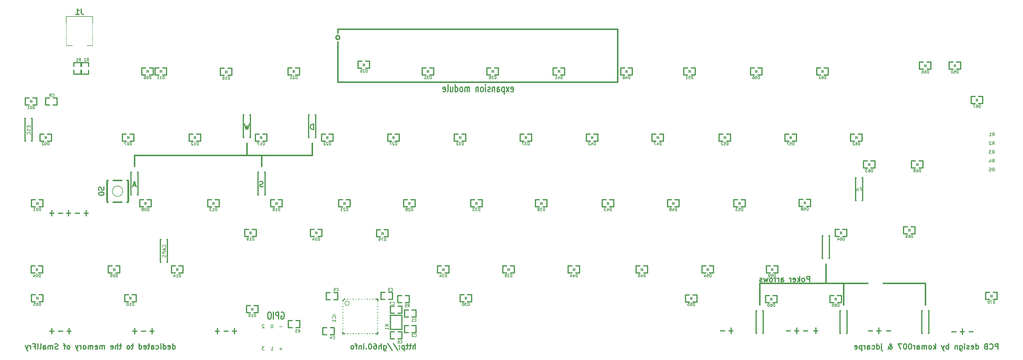
<source format=gbo>
G04 #@! TF.FileFunction,Legend,Bot*
%FSLAX46Y46*%
G04 Gerber Fmt 4.6, Leading zero omitted, Abs format (unit mm)*
G04 Created by KiCad (PCBNEW 4.0.2-stable) date Mon 02 May 2016 10:51:51 AM CEST*
%MOMM*%
G01*
G04 APERTURE LIST*
%ADD10C,0.150000*%
%ADD11C,0.304800*%
%ADD12C,0.381000*%
%ADD13C,0.200000*%
%ADD14C,0.158800*%
%ADD15C,0.300000*%
%ADD16C,0.200660*%
%ADD17C,0.203200*%
%ADD18C,0.010000*%
%ADD19C,2.203200*%
%ADD20C,1.803400*%
%ADD21C,2.003200*%
%ADD22R,1.092200X1.600200*%
%ADD23R,1.600200X1.092200*%
%ADD24R,1.353820X1.602740*%
%ADD25C,3.251200*%
%ADD26C,4.183400*%
%ADD27C,4.183380*%
%ADD28C,2.702560*%
%ADD29C,1.902460*%
%ADD30R,2.252980X4.203700*%
%ADD31R,2.252980X3.703320*%
%ADD32O,0.703600X2.703200*%
%ADD33C,1.103200*%
%ADD34O,2.103120X0.609600*%
%ADD35O,0.609600X2.103120*%
%ADD36O,10.203180X5.204460*%
%ADD37C,7.203440*%
%ADD38C,7.204500*%
%ADD39C,2.000000*%
%ADD40R,1.203200X3.303200*%
%ADD41C,1.803200*%
G04 APERTURE END LIST*
D10*
D11*
X114805998Y-93669429D02*
X114805998Y-92145429D01*
X114152855Y-93669429D02*
X114152855Y-92871143D01*
X114225426Y-92726000D01*
X114370569Y-92653429D01*
X114588284Y-92653429D01*
X114733426Y-92726000D01*
X114805998Y-92798571D01*
X113644855Y-92653429D02*
X113064284Y-92653429D01*
X113427141Y-92145429D02*
X113427141Y-93451714D01*
X113354569Y-93596857D01*
X113209427Y-93669429D01*
X113064284Y-93669429D01*
X112773998Y-92653429D02*
X112193427Y-92653429D01*
X112556284Y-92145429D02*
X112556284Y-93451714D01*
X112483712Y-93596857D01*
X112338570Y-93669429D01*
X112193427Y-93669429D01*
X111685427Y-92653429D02*
X111685427Y-94177429D01*
X111685427Y-92726000D02*
X111540284Y-92653429D01*
X111249998Y-92653429D01*
X111104855Y-92726000D01*
X111032284Y-92798571D01*
X110959713Y-92943714D01*
X110959713Y-93379143D01*
X111032284Y-93524286D01*
X111104855Y-93596857D01*
X111249998Y-93669429D01*
X111540284Y-93669429D01*
X111685427Y-93596857D01*
X110306570Y-93524286D02*
X110233998Y-93596857D01*
X110306570Y-93669429D01*
X110379141Y-93596857D01*
X110306570Y-93524286D01*
X110306570Y-93669429D01*
X110306570Y-92726000D02*
X110233998Y-92798571D01*
X110306570Y-92871143D01*
X110379141Y-92798571D01*
X110306570Y-92726000D01*
X110306570Y-92871143D01*
X108492284Y-92072857D02*
X109798570Y-94032286D01*
X106895713Y-92072857D02*
X108201999Y-94032286D01*
X105734571Y-92653429D02*
X105734571Y-93887143D01*
X105807142Y-94032286D01*
X105879714Y-94104857D01*
X106024857Y-94177429D01*
X106242571Y-94177429D01*
X106387714Y-94104857D01*
X105734571Y-93596857D02*
X105879714Y-93669429D01*
X106170000Y-93669429D01*
X106315142Y-93596857D01*
X106387714Y-93524286D01*
X106460285Y-93379143D01*
X106460285Y-92943714D01*
X106387714Y-92798571D01*
X106315142Y-92726000D01*
X106170000Y-92653429D01*
X105879714Y-92653429D01*
X105734571Y-92726000D01*
X105008857Y-93669429D02*
X105008857Y-92145429D01*
X104355714Y-93669429D02*
X104355714Y-92871143D01*
X104428285Y-92726000D01*
X104573428Y-92653429D01*
X104791143Y-92653429D01*
X104936285Y-92726000D01*
X105008857Y-92798571D01*
X102976857Y-92145429D02*
X103267143Y-92145429D01*
X103412286Y-92218000D01*
X103484857Y-92290571D01*
X103630000Y-92508286D01*
X103702571Y-92798571D01*
X103702571Y-93379143D01*
X103630000Y-93524286D01*
X103557428Y-93596857D01*
X103412286Y-93669429D01*
X103122000Y-93669429D01*
X102976857Y-93596857D01*
X102904286Y-93524286D01*
X102831714Y-93379143D01*
X102831714Y-93016286D01*
X102904286Y-92871143D01*
X102976857Y-92798571D01*
X103122000Y-92726000D01*
X103412286Y-92726000D01*
X103557428Y-92798571D01*
X103630000Y-92871143D01*
X103702571Y-93016286D01*
X101888285Y-92145429D02*
X101743142Y-92145429D01*
X101597999Y-92218000D01*
X101525428Y-92290571D01*
X101452857Y-92435714D01*
X101380285Y-92726000D01*
X101380285Y-93088857D01*
X101452857Y-93379143D01*
X101525428Y-93524286D01*
X101597999Y-93596857D01*
X101743142Y-93669429D01*
X101888285Y-93669429D01*
X102033428Y-93596857D01*
X102105999Y-93524286D01*
X102178571Y-93379143D01*
X102251142Y-93088857D01*
X102251142Y-92726000D01*
X102178571Y-92435714D01*
X102105999Y-92290571D01*
X102033428Y-92218000D01*
X101888285Y-92145429D01*
X100727142Y-93524286D02*
X100654570Y-93596857D01*
X100727142Y-93669429D01*
X100799713Y-93596857D01*
X100727142Y-93524286D01*
X100727142Y-93669429D01*
X100001428Y-93669429D02*
X100001428Y-92653429D01*
X100001428Y-92145429D02*
X100073999Y-92218000D01*
X100001428Y-92290571D01*
X99928856Y-92218000D01*
X100001428Y-92145429D01*
X100001428Y-92290571D01*
X99275714Y-92653429D02*
X99275714Y-93669429D01*
X99275714Y-92798571D02*
X99203142Y-92726000D01*
X99058000Y-92653429D01*
X98840285Y-92653429D01*
X98695142Y-92726000D01*
X98622571Y-92871143D01*
X98622571Y-93669429D01*
X98114571Y-92653429D02*
X97534000Y-92653429D01*
X97896857Y-93669429D02*
X97896857Y-92363143D01*
X97824285Y-92218000D01*
X97679143Y-92145429D01*
X97534000Y-92145429D01*
X96808286Y-93669429D02*
X96953428Y-93596857D01*
X97026000Y-93524286D01*
X97098571Y-93379143D01*
X97098571Y-92943714D01*
X97026000Y-92798571D01*
X96953428Y-92726000D01*
X96808286Y-92653429D01*
X96590571Y-92653429D01*
X96445428Y-92726000D01*
X96372857Y-92798571D01*
X96300286Y-92943714D01*
X96300286Y-93379143D01*
X96372857Y-93524286D01*
X96445428Y-93596857D01*
X96590571Y-93669429D01*
X96808286Y-93669429D01*
X45009431Y-93669429D02*
X45009431Y-92145429D01*
X45009431Y-93596857D02*
X45154574Y-93669429D01*
X45444860Y-93669429D01*
X45590002Y-93596857D01*
X45662574Y-93524286D01*
X45735145Y-93379143D01*
X45735145Y-92943714D01*
X45662574Y-92798571D01*
X45590002Y-92726000D01*
X45444860Y-92653429D01*
X45154574Y-92653429D01*
X45009431Y-92726000D01*
X43703145Y-93596857D02*
X43848288Y-93669429D01*
X44138574Y-93669429D01*
X44283717Y-93596857D01*
X44356288Y-93451714D01*
X44356288Y-92871143D01*
X44283717Y-92726000D01*
X44138574Y-92653429D01*
X43848288Y-92653429D01*
X43703145Y-92726000D01*
X43630574Y-92871143D01*
X43630574Y-93016286D01*
X44356288Y-93161429D01*
X42324288Y-93669429D02*
X42324288Y-92145429D01*
X42324288Y-93596857D02*
X42469431Y-93669429D01*
X42759717Y-93669429D01*
X42904859Y-93596857D01*
X42977431Y-93524286D01*
X43050002Y-93379143D01*
X43050002Y-92943714D01*
X42977431Y-92798571D01*
X42904859Y-92726000D01*
X42759717Y-92653429D01*
X42469431Y-92653429D01*
X42324288Y-92726000D01*
X41598574Y-93669429D02*
X41598574Y-92653429D01*
X41598574Y-92145429D02*
X41671145Y-92218000D01*
X41598574Y-92290571D01*
X41526002Y-92218000D01*
X41598574Y-92145429D01*
X41598574Y-92290571D01*
X40219717Y-93596857D02*
X40364860Y-93669429D01*
X40655146Y-93669429D01*
X40800288Y-93596857D01*
X40872860Y-93524286D01*
X40945431Y-93379143D01*
X40945431Y-92943714D01*
X40872860Y-92798571D01*
X40800288Y-92726000D01*
X40655146Y-92653429D01*
X40364860Y-92653429D01*
X40219717Y-92726000D01*
X38913431Y-93669429D02*
X38913431Y-92871143D01*
X38986002Y-92726000D01*
X39131145Y-92653429D01*
X39421431Y-92653429D01*
X39566574Y-92726000D01*
X38913431Y-93596857D02*
X39058574Y-93669429D01*
X39421431Y-93669429D01*
X39566574Y-93596857D01*
X39639145Y-93451714D01*
X39639145Y-93306571D01*
X39566574Y-93161429D01*
X39421431Y-93088857D01*
X39058574Y-93088857D01*
X38913431Y-93016286D01*
X38405431Y-92653429D02*
X37824860Y-92653429D01*
X38187717Y-92145429D02*
X38187717Y-93451714D01*
X38115145Y-93596857D01*
X37970003Y-93669429D01*
X37824860Y-93669429D01*
X36736288Y-93596857D02*
X36881431Y-93669429D01*
X37171717Y-93669429D01*
X37316860Y-93596857D01*
X37389431Y-93451714D01*
X37389431Y-92871143D01*
X37316860Y-92726000D01*
X37171717Y-92653429D01*
X36881431Y-92653429D01*
X36736288Y-92726000D01*
X36663717Y-92871143D01*
X36663717Y-93016286D01*
X37389431Y-93161429D01*
X35357431Y-93669429D02*
X35357431Y-92145429D01*
X35357431Y-93596857D02*
X35502574Y-93669429D01*
X35792860Y-93669429D01*
X35938002Y-93596857D01*
X36010574Y-93524286D01*
X36083145Y-93379143D01*
X36083145Y-92943714D01*
X36010574Y-92798571D01*
X35938002Y-92726000D01*
X35792860Y-92653429D01*
X35502574Y-92653429D01*
X35357431Y-92726000D01*
X33688288Y-92653429D02*
X33107717Y-92653429D01*
X33470574Y-92145429D02*
X33470574Y-93451714D01*
X33398002Y-93596857D01*
X33252860Y-93669429D01*
X33107717Y-93669429D01*
X32382003Y-93669429D02*
X32527145Y-93596857D01*
X32599717Y-93524286D01*
X32672288Y-93379143D01*
X32672288Y-92943714D01*
X32599717Y-92798571D01*
X32527145Y-92726000D01*
X32382003Y-92653429D01*
X32164288Y-92653429D01*
X32019145Y-92726000D01*
X31946574Y-92798571D01*
X31874003Y-92943714D01*
X31874003Y-93379143D01*
X31946574Y-93524286D01*
X32019145Y-93596857D01*
X32164288Y-93669429D01*
X32382003Y-93669429D01*
X30277431Y-92653429D02*
X29696860Y-92653429D01*
X30059717Y-92145429D02*
X30059717Y-93451714D01*
X29987145Y-93596857D01*
X29842003Y-93669429D01*
X29696860Y-93669429D01*
X29188860Y-93669429D02*
X29188860Y-92145429D01*
X28535717Y-93669429D02*
X28535717Y-92871143D01*
X28608288Y-92726000D01*
X28753431Y-92653429D01*
X28971146Y-92653429D01*
X29116288Y-92726000D01*
X29188860Y-92798571D01*
X27229431Y-93596857D02*
X27374574Y-93669429D01*
X27664860Y-93669429D01*
X27810003Y-93596857D01*
X27882574Y-93451714D01*
X27882574Y-92871143D01*
X27810003Y-92726000D01*
X27664860Y-92653429D01*
X27374574Y-92653429D01*
X27229431Y-92726000D01*
X27156860Y-92871143D01*
X27156860Y-93016286D01*
X27882574Y-93161429D01*
X25342574Y-93669429D02*
X25342574Y-92653429D01*
X25342574Y-92798571D02*
X25270002Y-92726000D01*
X25124860Y-92653429D01*
X24907145Y-92653429D01*
X24762002Y-92726000D01*
X24689431Y-92871143D01*
X24689431Y-93669429D01*
X24689431Y-92871143D02*
X24616860Y-92726000D01*
X24471717Y-92653429D01*
X24254002Y-92653429D01*
X24108860Y-92726000D01*
X24036288Y-92871143D01*
X24036288Y-93669429D01*
X22730002Y-93596857D02*
X22875145Y-93669429D01*
X23165431Y-93669429D01*
X23310574Y-93596857D01*
X23383145Y-93451714D01*
X23383145Y-92871143D01*
X23310574Y-92726000D01*
X23165431Y-92653429D01*
X22875145Y-92653429D01*
X22730002Y-92726000D01*
X22657431Y-92871143D01*
X22657431Y-93016286D01*
X23383145Y-93161429D01*
X22004288Y-93669429D02*
X22004288Y-92653429D01*
X22004288Y-92798571D02*
X21931716Y-92726000D01*
X21786574Y-92653429D01*
X21568859Y-92653429D01*
X21423716Y-92726000D01*
X21351145Y-92871143D01*
X21351145Y-93669429D01*
X21351145Y-92871143D02*
X21278574Y-92726000D01*
X21133431Y-92653429D01*
X20915716Y-92653429D01*
X20770574Y-92726000D01*
X20698002Y-92871143D01*
X20698002Y-93669429D01*
X19754574Y-93669429D02*
X19899716Y-93596857D01*
X19972288Y-93524286D01*
X20044859Y-93379143D01*
X20044859Y-92943714D01*
X19972288Y-92798571D01*
X19899716Y-92726000D01*
X19754574Y-92653429D01*
X19536859Y-92653429D01*
X19391716Y-92726000D01*
X19319145Y-92798571D01*
X19246574Y-92943714D01*
X19246574Y-93379143D01*
X19319145Y-93524286D01*
X19391716Y-93596857D01*
X19536859Y-93669429D01*
X19754574Y-93669429D01*
X18593431Y-93669429D02*
X18593431Y-92653429D01*
X18593431Y-92943714D02*
X18520859Y-92798571D01*
X18448288Y-92726000D01*
X18303145Y-92653429D01*
X18158002Y-92653429D01*
X17795145Y-92653429D02*
X17432288Y-93669429D01*
X17069430Y-92653429D02*
X17432288Y-93669429D01*
X17577430Y-94032286D01*
X17650002Y-94104857D01*
X17795145Y-94177429D01*
X15110002Y-93669429D02*
X15255144Y-93596857D01*
X15327716Y-93524286D01*
X15400287Y-93379143D01*
X15400287Y-92943714D01*
X15327716Y-92798571D01*
X15255144Y-92726000D01*
X15110002Y-92653429D01*
X14892287Y-92653429D01*
X14747144Y-92726000D01*
X14674573Y-92798571D01*
X14602002Y-92943714D01*
X14602002Y-93379143D01*
X14674573Y-93524286D01*
X14747144Y-93596857D01*
X14892287Y-93669429D01*
X15110002Y-93669429D01*
X14166573Y-92653429D02*
X13586002Y-92653429D01*
X13948859Y-93669429D02*
X13948859Y-92363143D01*
X13876287Y-92218000D01*
X13731145Y-92145429D01*
X13586002Y-92145429D01*
X11989430Y-93596857D02*
X11771716Y-93669429D01*
X11408859Y-93669429D01*
X11263716Y-93596857D01*
X11191145Y-93524286D01*
X11118573Y-93379143D01*
X11118573Y-93234000D01*
X11191145Y-93088857D01*
X11263716Y-93016286D01*
X11408859Y-92943714D01*
X11699145Y-92871143D01*
X11844287Y-92798571D01*
X11916859Y-92726000D01*
X11989430Y-92580857D01*
X11989430Y-92435714D01*
X11916859Y-92290571D01*
X11844287Y-92218000D01*
X11699145Y-92145429D01*
X11336287Y-92145429D01*
X11118573Y-92218000D01*
X10465430Y-93669429D02*
X10465430Y-92653429D01*
X10465430Y-92798571D02*
X10392858Y-92726000D01*
X10247716Y-92653429D01*
X10030001Y-92653429D01*
X9884858Y-92726000D01*
X9812287Y-92871143D01*
X9812287Y-93669429D01*
X9812287Y-92871143D02*
X9739716Y-92726000D01*
X9594573Y-92653429D01*
X9376858Y-92653429D01*
X9231716Y-92726000D01*
X9159144Y-92871143D01*
X9159144Y-93669429D01*
X7780287Y-93669429D02*
X7780287Y-92871143D01*
X7852858Y-92726000D01*
X7998001Y-92653429D01*
X8288287Y-92653429D01*
X8433430Y-92726000D01*
X7780287Y-93596857D02*
X7925430Y-93669429D01*
X8288287Y-93669429D01*
X8433430Y-93596857D01*
X8506001Y-93451714D01*
X8506001Y-93306571D01*
X8433430Y-93161429D01*
X8288287Y-93088857D01*
X7925430Y-93088857D01*
X7780287Y-93016286D01*
X6836859Y-93669429D02*
X6982001Y-93596857D01*
X7054573Y-93451714D01*
X7054573Y-92145429D01*
X6038573Y-93669429D02*
X6183715Y-93596857D01*
X6256287Y-93451714D01*
X6256287Y-92145429D01*
X4950001Y-92871143D02*
X5458001Y-92871143D01*
X5458001Y-93669429D02*
X5458001Y-92145429D01*
X4732287Y-92145429D01*
X4151715Y-93669429D02*
X4151715Y-92653429D01*
X4151715Y-92943714D02*
X4079143Y-92798571D01*
X4006572Y-92726000D01*
X3861429Y-92653429D01*
X3716286Y-92653429D01*
X3353429Y-92653429D02*
X2990572Y-93669429D01*
X2627714Y-92653429D02*
X2990572Y-93669429D01*
X3135714Y-94032286D01*
X3208286Y-94104857D01*
X3353429Y-94177429D01*
X282547143Y-93669429D02*
X282547143Y-92145429D01*
X281966571Y-92145429D01*
X281821429Y-92218000D01*
X281748857Y-92290571D01*
X281676286Y-92435714D01*
X281676286Y-92653429D01*
X281748857Y-92798571D01*
X281821429Y-92871143D01*
X281966571Y-92943714D01*
X282547143Y-92943714D01*
X280152286Y-93524286D02*
X280224857Y-93596857D01*
X280442571Y-93669429D01*
X280587714Y-93669429D01*
X280805429Y-93596857D01*
X280950571Y-93451714D01*
X281023143Y-93306571D01*
X281095714Y-93016286D01*
X281095714Y-92798571D01*
X281023143Y-92508286D01*
X280950571Y-92363143D01*
X280805429Y-92218000D01*
X280587714Y-92145429D01*
X280442571Y-92145429D01*
X280224857Y-92218000D01*
X280152286Y-92290571D01*
X278991143Y-92871143D02*
X278773429Y-92943714D01*
X278700857Y-93016286D01*
X278628286Y-93161429D01*
X278628286Y-93379143D01*
X278700857Y-93524286D01*
X278773429Y-93596857D01*
X278918571Y-93669429D01*
X279499143Y-93669429D01*
X279499143Y-92145429D01*
X278991143Y-92145429D01*
X278846000Y-92218000D01*
X278773429Y-92290571D01*
X278700857Y-92435714D01*
X278700857Y-92580857D01*
X278773429Y-92726000D01*
X278846000Y-92798571D01*
X278991143Y-92871143D01*
X279499143Y-92871143D01*
X276160857Y-93669429D02*
X276160857Y-92145429D01*
X276160857Y-93596857D02*
X276306000Y-93669429D01*
X276596286Y-93669429D01*
X276741428Y-93596857D01*
X276814000Y-93524286D01*
X276886571Y-93379143D01*
X276886571Y-92943714D01*
X276814000Y-92798571D01*
X276741428Y-92726000D01*
X276596286Y-92653429D01*
X276306000Y-92653429D01*
X276160857Y-92726000D01*
X274854571Y-93596857D02*
X274999714Y-93669429D01*
X275290000Y-93669429D01*
X275435143Y-93596857D01*
X275507714Y-93451714D01*
X275507714Y-92871143D01*
X275435143Y-92726000D01*
X275290000Y-92653429D01*
X274999714Y-92653429D01*
X274854571Y-92726000D01*
X274782000Y-92871143D01*
X274782000Y-93016286D01*
X275507714Y-93161429D01*
X274201428Y-93596857D02*
X274056285Y-93669429D01*
X273766000Y-93669429D01*
X273620857Y-93596857D01*
X273548285Y-93451714D01*
X273548285Y-93379143D01*
X273620857Y-93234000D01*
X273766000Y-93161429D01*
X273983714Y-93161429D01*
X274128857Y-93088857D01*
X274201428Y-92943714D01*
X274201428Y-92871143D01*
X274128857Y-92726000D01*
X273983714Y-92653429D01*
X273766000Y-92653429D01*
X273620857Y-92726000D01*
X272895143Y-93669429D02*
X272895143Y-92653429D01*
X272895143Y-92145429D02*
X272967714Y-92218000D01*
X272895143Y-92290571D01*
X272822571Y-92218000D01*
X272895143Y-92145429D01*
X272895143Y-92290571D01*
X271516286Y-92653429D02*
X271516286Y-93887143D01*
X271588857Y-94032286D01*
X271661429Y-94104857D01*
X271806572Y-94177429D01*
X272024286Y-94177429D01*
X272169429Y-94104857D01*
X271516286Y-93596857D02*
X271661429Y-93669429D01*
X271951715Y-93669429D01*
X272096857Y-93596857D01*
X272169429Y-93524286D01*
X272242000Y-93379143D01*
X272242000Y-92943714D01*
X272169429Y-92798571D01*
X272096857Y-92726000D01*
X271951715Y-92653429D01*
X271661429Y-92653429D01*
X271516286Y-92726000D01*
X270790572Y-92653429D02*
X270790572Y-93669429D01*
X270790572Y-92798571D02*
X270718000Y-92726000D01*
X270572858Y-92653429D01*
X270355143Y-92653429D01*
X270210000Y-92726000D01*
X270137429Y-92871143D01*
X270137429Y-93669429D01*
X268250572Y-93669429D02*
X268250572Y-92145429D01*
X268250572Y-92726000D02*
X268105429Y-92653429D01*
X267815143Y-92653429D01*
X267670000Y-92726000D01*
X267597429Y-92798571D01*
X267524858Y-92943714D01*
X267524858Y-93379143D01*
X267597429Y-93524286D01*
X267670000Y-93596857D01*
X267815143Y-93669429D01*
X268105429Y-93669429D01*
X268250572Y-93596857D01*
X267016858Y-92653429D02*
X266654001Y-93669429D01*
X266291143Y-92653429D02*
X266654001Y-93669429D01*
X266799143Y-94032286D01*
X266871715Y-94104857D01*
X267016858Y-94177429D01*
X264549429Y-93669429D02*
X264549429Y-92145429D01*
X264404286Y-93088857D02*
X263968857Y-93669429D01*
X263968857Y-92653429D02*
X264549429Y-93234000D01*
X263098001Y-93669429D02*
X263243143Y-93596857D01*
X263315715Y-93524286D01*
X263388286Y-93379143D01*
X263388286Y-92943714D01*
X263315715Y-92798571D01*
X263243143Y-92726000D01*
X263098001Y-92653429D01*
X262880286Y-92653429D01*
X262735143Y-92726000D01*
X262662572Y-92798571D01*
X262590001Y-92943714D01*
X262590001Y-93379143D01*
X262662572Y-93524286D01*
X262735143Y-93596857D01*
X262880286Y-93669429D01*
X263098001Y-93669429D01*
X261936858Y-93669429D02*
X261936858Y-92653429D01*
X261936858Y-92798571D02*
X261864286Y-92726000D01*
X261719144Y-92653429D01*
X261501429Y-92653429D01*
X261356286Y-92726000D01*
X261283715Y-92871143D01*
X261283715Y-93669429D01*
X261283715Y-92871143D02*
X261211144Y-92726000D01*
X261066001Y-92653429D01*
X260848286Y-92653429D01*
X260703144Y-92726000D01*
X260630572Y-92871143D01*
X260630572Y-93669429D01*
X259251715Y-93669429D02*
X259251715Y-92871143D01*
X259324286Y-92726000D01*
X259469429Y-92653429D01*
X259759715Y-92653429D01*
X259904858Y-92726000D01*
X259251715Y-93596857D02*
X259396858Y-93669429D01*
X259759715Y-93669429D01*
X259904858Y-93596857D01*
X259977429Y-93451714D01*
X259977429Y-93306571D01*
X259904858Y-93161429D01*
X259759715Y-93088857D01*
X259396858Y-93088857D01*
X259251715Y-93016286D01*
X258526001Y-93669429D02*
X258526001Y-92653429D01*
X258526001Y-92943714D02*
X258453429Y-92798571D01*
X258380858Y-92726000D01*
X258235715Y-92653429D01*
X258090572Y-92653429D01*
X257292286Y-92145429D02*
X257147143Y-92145429D01*
X257002000Y-92218000D01*
X256929429Y-92290571D01*
X256856858Y-92435714D01*
X256784286Y-92726000D01*
X256784286Y-93088857D01*
X256856858Y-93379143D01*
X256929429Y-93524286D01*
X257002000Y-93596857D01*
X257147143Y-93669429D01*
X257292286Y-93669429D01*
X257437429Y-93596857D01*
X257510000Y-93524286D01*
X257582572Y-93379143D01*
X257655143Y-93088857D01*
X257655143Y-92726000D01*
X257582572Y-92435714D01*
X257510000Y-92290571D01*
X257437429Y-92218000D01*
X257292286Y-92145429D01*
X255840857Y-92145429D02*
X255695714Y-92145429D01*
X255550571Y-92218000D01*
X255478000Y-92290571D01*
X255405429Y-92435714D01*
X255332857Y-92726000D01*
X255332857Y-93088857D01*
X255405429Y-93379143D01*
X255478000Y-93524286D01*
X255550571Y-93596857D01*
X255695714Y-93669429D01*
X255840857Y-93669429D01*
X255986000Y-93596857D01*
X256058571Y-93524286D01*
X256131143Y-93379143D01*
X256203714Y-93088857D01*
X256203714Y-92726000D01*
X256131143Y-92435714D01*
X256058571Y-92290571D01*
X255986000Y-92218000D01*
X255840857Y-92145429D01*
X254824857Y-92145429D02*
X253808857Y-92145429D01*
X254462000Y-93669429D01*
X250833428Y-93669429D02*
X250905999Y-93669429D01*
X251051142Y-93596857D01*
X251268856Y-93379143D01*
X251631713Y-92943714D01*
X251776856Y-92726000D01*
X251849428Y-92508286D01*
X251849428Y-92363143D01*
X251776856Y-92218000D01*
X251631713Y-92145429D01*
X251559142Y-92145429D01*
X251413999Y-92218000D01*
X251341428Y-92363143D01*
X251341428Y-92435714D01*
X251413999Y-92580857D01*
X251486570Y-92653429D01*
X251921999Y-92943714D01*
X251994570Y-93016286D01*
X252067142Y-93161429D01*
X252067142Y-93379143D01*
X251994570Y-93524286D01*
X251921999Y-93596857D01*
X251776856Y-93669429D01*
X251559142Y-93669429D01*
X251413999Y-93596857D01*
X251341428Y-93524286D01*
X251123713Y-93234000D01*
X251051142Y-93016286D01*
X251051142Y-92871143D01*
X249019142Y-92653429D02*
X249019142Y-93959714D01*
X249091713Y-94104857D01*
X249236856Y-94177429D01*
X249309428Y-94177429D01*
X249019142Y-92145429D02*
X249091713Y-92218000D01*
X249019142Y-92290571D01*
X248946570Y-92218000D01*
X249019142Y-92145429D01*
X249019142Y-92290571D01*
X247640285Y-93669429D02*
X247640285Y-92145429D01*
X247640285Y-93596857D02*
X247785428Y-93669429D01*
X248075714Y-93669429D01*
X248220856Y-93596857D01*
X248293428Y-93524286D01*
X248365999Y-93379143D01*
X248365999Y-92943714D01*
X248293428Y-92798571D01*
X248220856Y-92726000D01*
X248075714Y-92653429D01*
X247785428Y-92653429D01*
X247640285Y-92726000D01*
X246261428Y-93596857D02*
X246406571Y-93669429D01*
X246696857Y-93669429D01*
X246841999Y-93596857D01*
X246914571Y-93524286D01*
X246987142Y-93379143D01*
X246987142Y-92943714D01*
X246914571Y-92798571D01*
X246841999Y-92726000D01*
X246696857Y-92653429D01*
X246406571Y-92653429D01*
X246261428Y-92726000D01*
X244955142Y-93669429D02*
X244955142Y-92871143D01*
X245027713Y-92726000D01*
X245172856Y-92653429D01*
X245463142Y-92653429D01*
X245608285Y-92726000D01*
X244955142Y-93596857D02*
X245100285Y-93669429D01*
X245463142Y-93669429D01*
X245608285Y-93596857D01*
X245680856Y-93451714D01*
X245680856Y-93306571D01*
X245608285Y-93161429D01*
X245463142Y-93088857D01*
X245100285Y-93088857D01*
X244955142Y-93016286D01*
X244229428Y-93669429D02*
X244229428Y-92653429D01*
X244229428Y-92943714D02*
X244156856Y-92798571D01*
X244084285Y-92726000D01*
X243939142Y-92653429D01*
X243793999Y-92653429D01*
X243285999Y-92653429D02*
X243285999Y-94177429D01*
X243285999Y-92726000D02*
X243140856Y-92653429D01*
X242850570Y-92653429D01*
X242705427Y-92726000D01*
X242632856Y-92798571D01*
X242560285Y-92943714D01*
X242560285Y-93379143D01*
X242632856Y-93524286D01*
X242705427Y-93596857D01*
X242850570Y-93669429D01*
X243140856Y-93669429D01*
X243285999Y-93596857D01*
X241326570Y-93596857D02*
X241471713Y-93669429D01*
X241761999Y-93669429D01*
X241907142Y-93596857D01*
X241979713Y-93451714D01*
X241979713Y-92871143D01*
X241907142Y-92726000D01*
X241761999Y-92653429D01*
X241471713Y-92653429D01*
X241326570Y-92726000D01*
X241253999Y-92871143D01*
X241253999Y-93016286D01*
X241979713Y-93161429D01*
X142379570Y-19514476D02*
X142524713Y-19611238D01*
X142814999Y-19611238D01*
X142960142Y-19514476D01*
X143032713Y-19320952D01*
X143032713Y-18546857D01*
X142960142Y-18353333D01*
X142814999Y-18256571D01*
X142524713Y-18256571D01*
X142379570Y-18353333D01*
X142306999Y-18546857D01*
X142306999Y-18740381D01*
X143032713Y-18933905D01*
X141798999Y-19611238D02*
X141000713Y-18256571D01*
X141798999Y-18256571D02*
X141000713Y-19611238D01*
X140420142Y-18256571D02*
X140420142Y-20288571D01*
X140420142Y-18353333D02*
X140274999Y-18256571D01*
X139984713Y-18256571D01*
X139839570Y-18353333D01*
X139766999Y-18450095D01*
X139694428Y-18643619D01*
X139694428Y-19224190D01*
X139766999Y-19417714D01*
X139839570Y-19514476D01*
X139984713Y-19611238D01*
X140274999Y-19611238D01*
X140420142Y-19514476D01*
X138388142Y-19611238D02*
X138388142Y-18546857D01*
X138460713Y-18353333D01*
X138605856Y-18256571D01*
X138896142Y-18256571D01*
X139041285Y-18353333D01*
X138388142Y-19514476D02*
X138533285Y-19611238D01*
X138896142Y-19611238D01*
X139041285Y-19514476D01*
X139113856Y-19320952D01*
X139113856Y-19127429D01*
X139041285Y-18933905D01*
X138896142Y-18837143D01*
X138533285Y-18837143D01*
X138388142Y-18740381D01*
X137662428Y-18256571D02*
X137662428Y-19611238D01*
X137662428Y-18450095D02*
X137589856Y-18353333D01*
X137444714Y-18256571D01*
X137226999Y-18256571D01*
X137081856Y-18353333D01*
X137009285Y-18546857D01*
X137009285Y-19611238D01*
X136356142Y-19514476D02*
X136210999Y-19611238D01*
X135920714Y-19611238D01*
X135775571Y-19514476D01*
X135702999Y-19320952D01*
X135702999Y-19224190D01*
X135775571Y-19030667D01*
X135920714Y-18933905D01*
X136138428Y-18933905D01*
X136283571Y-18837143D01*
X136356142Y-18643619D01*
X136356142Y-18546857D01*
X136283571Y-18353333D01*
X136138428Y-18256571D01*
X135920714Y-18256571D01*
X135775571Y-18353333D01*
X135049857Y-19611238D02*
X135049857Y-18256571D01*
X135049857Y-17579238D02*
X135122428Y-17676000D01*
X135049857Y-17772762D01*
X134977285Y-17676000D01*
X135049857Y-17579238D01*
X135049857Y-17772762D01*
X134106429Y-19611238D02*
X134251571Y-19514476D01*
X134324143Y-19417714D01*
X134396714Y-19224190D01*
X134396714Y-18643619D01*
X134324143Y-18450095D01*
X134251571Y-18353333D01*
X134106429Y-18256571D01*
X133888714Y-18256571D01*
X133743571Y-18353333D01*
X133671000Y-18450095D01*
X133598429Y-18643619D01*
X133598429Y-19224190D01*
X133671000Y-19417714D01*
X133743571Y-19514476D01*
X133888714Y-19611238D01*
X134106429Y-19611238D01*
X132945286Y-18256571D02*
X132945286Y-19611238D01*
X132945286Y-18450095D02*
X132872714Y-18353333D01*
X132727572Y-18256571D01*
X132509857Y-18256571D01*
X132364714Y-18353333D01*
X132292143Y-18546857D01*
X132292143Y-19611238D01*
X130405286Y-19611238D02*
X130405286Y-18256571D01*
X130405286Y-18450095D02*
X130332714Y-18353333D01*
X130187572Y-18256571D01*
X129969857Y-18256571D01*
X129824714Y-18353333D01*
X129752143Y-18546857D01*
X129752143Y-19611238D01*
X129752143Y-18546857D02*
X129679572Y-18353333D01*
X129534429Y-18256571D01*
X129316714Y-18256571D01*
X129171572Y-18353333D01*
X129099000Y-18546857D01*
X129099000Y-19611238D01*
X128155572Y-19611238D02*
X128300714Y-19514476D01*
X128373286Y-19417714D01*
X128445857Y-19224190D01*
X128445857Y-18643619D01*
X128373286Y-18450095D01*
X128300714Y-18353333D01*
X128155572Y-18256571D01*
X127937857Y-18256571D01*
X127792714Y-18353333D01*
X127720143Y-18450095D01*
X127647572Y-18643619D01*
X127647572Y-19224190D01*
X127720143Y-19417714D01*
X127792714Y-19514476D01*
X127937857Y-19611238D01*
X128155572Y-19611238D01*
X126341286Y-19611238D02*
X126341286Y-17579238D01*
X126341286Y-19514476D02*
X126486429Y-19611238D01*
X126776715Y-19611238D01*
X126921857Y-19514476D01*
X126994429Y-19417714D01*
X127067000Y-19224190D01*
X127067000Y-18643619D01*
X126994429Y-18450095D01*
X126921857Y-18353333D01*
X126776715Y-18256571D01*
X126486429Y-18256571D01*
X126341286Y-18353333D01*
X124962429Y-18256571D02*
X124962429Y-19611238D01*
X125615572Y-18256571D02*
X125615572Y-19320952D01*
X125543000Y-19514476D01*
X125397858Y-19611238D01*
X125180143Y-19611238D01*
X125035000Y-19514476D01*
X124962429Y-19417714D01*
X124019001Y-19611238D02*
X124164143Y-19514476D01*
X124236715Y-19320952D01*
X124236715Y-17579238D01*
X122857857Y-19514476D02*
X123003000Y-19611238D01*
X123293286Y-19611238D01*
X123438429Y-19514476D01*
X123511000Y-19320952D01*
X123511000Y-18546857D01*
X123438429Y-18353333D01*
X123293286Y-18256571D01*
X123003000Y-18256571D01*
X122857857Y-18353333D01*
X122785286Y-18546857D01*
X122785286Y-18740381D01*
X123511000Y-18933905D01*
D12*
X92523000Y-1547000D02*
X92523000Y-2690000D01*
X92523000Y-16787000D02*
X92523000Y-5230000D01*
X93090961Y-3960000D02*
G75*
G03X93090961Y-3960000I-567961J0D01*
G01*
X173041000Y-1547000D02*
X92523000Y-1547000D01*
X173041000Y-16787000D02*
X173041000Y-1547000D01*
X92523000Y-16787000D02*
X173041000Y-16787000D01*
D11*
X76266999Y-83081000D02*
X76412142Y-82984238D01*
X76629856Y-82984238D01*
X76847571Y-83081000D01*
X76992713Y-83274524D01*
X77065285Y-83468048D01*
X77137856Y-83855095D01*
X77137856Y-84145381D01*
X77065285Y-84532429D01*
X76992713Y-84725952D01*
X76847571Y-84919476D01*
X76629856Y-85016238D01*
X76484713Y-85016238D01*
X76266999Y-84919476D01*
X76194428Y-84822714D01*
X76194428Y-84145381D01*
X76484713Y-84145381D01*
X75541285Y-85016238D02*
X75541285Y-82984238D01*
X74960713Y-82984238D01*
X74815571Y-83081000D01*
X74742999Y-83177762D01*
X74670428Y-83371286D01*
X74670428Y-83661571D01*
X74742999Y-83855095D01*
X74815571Y-83951857D01*
X74960713Y-84048619D01*
X75541285Y-84048619D01*
X74017285Y-85016238D02*
X74017285Y-82984238D01*
X73001285Y-82984238D02*
X72710999Y-82984238D01*
X72565857Y-83081000D01*
X72420714Y-83274524D01*
X72348142Y-83661571D01*
X72348142Y-84338905D01*
X72420714Y-84725952D01*
X72565857Y-84919476D01*
X72710999Y-85016238D01*
X73001285Y-85016238D01*
X73146428Y-84919476D01*
X73291571Y-84725952D01*
X73364142Y-84338905D01*
X73364142Y-83661571D01*
X73291571Y-83274524D01*
X73146428Y-83081000D01*
X73001285Y-82984238D01*
D12*
X85157000Y-37869000D02*
X85157000Y-34440000D01*
X70552000Y-37869000D02*
X85157000Y-37869000D01*
X33976000Y-37869000D02*
X33976000Y-41044000D01*
X70552000Y-37869000D02*
X33976000Y-37869000D01*
D11*
X203847571Y-88378143D02*
X202686428Y-88378143D01*
X206260571Y-88378143D02*
X205099428Y-88378143D01*
X205679999Y-89152238D02*
X205679999Y-87604048D01*
X63385571Y-88505143D02*
X62224428Y-88505143D01*
X62804999Y-89279238D02*
X62804999Y-87731048D01*
X60972571Y-88505143D02*
X59811428Y-88505143D01*
X58432571Y-88505143D02*
X57271428Y-88505143D01*
X57851999Y-89279238D02*
X57851999Y-87731048D01*
X34683571Y-88505143D02*
X33522428Y-88505143D01*
X34102999Y-89279238D02*
X34102999Y-87731048D01*
X37223571Y-88505143D02*
X36062428Y-88505143D01*
X39636571Y-88505143D02*
X38475428Y-88505143D01*
X39055999Y-89279238D02*
X39055999Y-87731048D01*
X15760571Y-88505143D02*
X14599428Y-88505143D01*
X15179999Y-89279238D02*
X15179999Y-87731048D01*
X13347571Y-88505143D02*
X12186428Y-88505143D01*
X10807571Y-88505143D02*
X9646428Y-88505143D01*
X10226999Y-89279238D02*
X10226999Y-87731048D01*
D13*
X42969143Y-64332762D02*
X43016762Y-64285143D01*
X43064381Y-64142286D01*
X43064381Y-64047048D01*
X43016762Y-63904190D01*
X42921524Y-63808952D01*
X42826286Y-63761333D01*
X42635810Y-63713714D01*
X42492952Y-63713714D01*
X42302476Y-63761333D01*
X42207238Y-63808952D01*
X42112000Y-63904190D01*
X42064381Y-64047048D01*
X42064381Y-64142286D01*
X42112000Y-64285143D01*
X42159619Y-64332762D01*
X42778667Y-64713714D02*
X42778667Y-65189905D01*
X43064381Y-64618476D02*
X42064381Y-64951809D01*
X43064381Y-65285143D01*
X43064381Y-65618476D02*
X42064381Y-65618476D01*
X42064381Y-65999429D01*
X42112000Y-66094667D01*
X42159619Y-66142286D01*
X42254857Y-66189905D01*
X42397714Y-66189905D01*
X42492952Y-66142286D01*
X42540571Y-66094667D01*
X42588190Y-65999429D01*
X42588190Y-65618476D01*
X43016762Y-66570857D02*
X43064381Y-66713714D01*
X43064381Y-66951810D01*
X43016762Y-67047048D01*
X42969143Y-67094667D01*
X42873905Y-67142286D01*
X42778667Y-67142286D01*
X42683429Y-67094667D01*
X42635810Y-67047048D01*
X42588190Y-66951810D01*
X42540571Y-66761333D01*
X42492952Y-66666095D01*
X42445333Y-66618476D01*
X42350095Y-66570857D01*
X42254857Y-66570857D01*
X42159619Y-66618476D01*
X42112000Y-66666095D01*
X42064381Y-66761333D01*
X42064381Y-66999429D01*
X42112000Y-67142286D01*
X242819523Y-47576571D02*
X243152857Y-47576571D01*
X243152857Y-48100381D02*
X243152857Y-47100381D01*
X242676666Y-47100381D01*
X242295714Y-47433714D02*
X242295714Y-48100381D01*
X242295714Y-47528952D02*
X242248095Y-47481333D01*
X242152857Y-47433714D01*
X242009999Y-47433714D01*
X241914761Y-47481333D01*
X241867142Y-47576571D01*
X241867142Y-48100381D01*
D11*
X228322286Y-74245429D02*
X228322286Y-72721429D01*
X227741714Y-72721429D01*
X227596572Y-72794000D01*
X227524000Y-72866571D01*
X227451429Y-73011714D01*
X227451429Y-73229429D01*
X227524000Y-73374571D01*
X227596572Y-73447143D01*
X227741714Y-73519714D01*
X228322286Y-73519714D01*
X226580572Y-74245429D02*
X226725714Y-74172857D01*
X226798286Y-74100286D01*
X226870857Y-73955143D01*
X226870857Y-73519714D01*
X226798286Y-73374571D01*
X226725714Y-73302000D01*
X226580572Y-73229429D01*
X226362857Y-73229429D01*
X226217714Y-73302000D01*
X226145143Y-73374571D01*
X226072572Y-73519714D01*
X226072572Y-73955143D01*
X226145143Y-74100286D01*
X226217714Y-74172857D01*
X226362857Y-74245429D01*
X226580572Y-74245429D01*
X225419429Y-74245429D02*
X225419429Y-72721429D01*
X225274286Y-73664857D02*
X224838857Y-74245429D01*
X224838857Y-73229429D02*
X225419429Y-73810000D01*
X223605143Y-74172857D02*
X223750286Y-74245429D01*
X224040572Y-74245429D01*
X224185715Y-74172857D01*
X224258286Y-74027714D01*
X224258286Y-73447143D01*
X224185715Y-73302000D01*
X224040572Y-73229429D01*
X223750286Y-73229429D01*
X223605143Y-73302000D01*
X223532572Y-73447143D01*
X223532572Y-73592286D01*
X224258286Y-73737429D01*
X222879429Y-74245429D02*
X222879429Y-73229429D01*
X222879429Y-73519714D02*
X222806857Y-73374571D01*
X222734286Y-73302000D01*
X222589143Y-73229429D01*
X222444000Y-73229429D01*
X220121714Y-74245429D02*
X220121714Y-73447143D01*
X220194285Y-73302000D01*
X220339428Y-73229429D01*
X220629714Y-73229429D01*
X220774857Y-73302000D01*
X220121714Y-74172857D02*
X220266857Y-74245429D01*
X220629714Y-74245429D01*
X220774857Y-74172857D01*
X220847428Y-74027714D01*
X220847428Y-73882571D01*
X220774857Y-73737429D01*
X220629714Y-73664857D01*
X220266857Y-73664857D01*
X220121714Y-73592286D01*
X219396000Y-74245429D02*
X219396000Y-73229429D01*
X219396000Y-73519714D02*
X219323428Y-73374571D01*
X219250857Y-73302000D01*
X219105714Y-73229429D01*
X218960571Y-73229429D01*
X218452571Y-74245429D02*
X218452571Y-73229429D01*
X218452571Y-73519714D02*
X218379999Y-73374571D01*
X218307428Y-73302000D01*
X218162285Y-73229429D01*
X218017142Y-73229429D01*
X217291428Y-74245429D02*
X217436570Y-74172857D01*
X217509142Y-74100286D01*
X217581713Y-73955143D01*
X217581713Y-73519714D01*
X217509142Y-73374571D01*
X217436570Y-73302000D01*
X217291428Y-73229429D01*
X217073713Y-73229429D01*
X216928570Y-73302000D01*
X216855999Y-73374571D01*
X216783428Y-73519714D01*
X216783428Y-73955143D01*
X216855999Y-74100286D01*
X216928570Y-74172857D01*
X217073713Y-74245429D01*
X217291428Y-74245429D01*
X216275428Y-73229429D02*
X215985142Y-74245429D01*
X215694856Y-73519714D01*
X215404571Y-74245429D01*
X215114285Y-73229429D01*
X214606285Y-74172857D02*
X214461142Y-74245429D01*
X214170857Y-74245429D01*
X214025714Y-74172857D01*
X213953142Y-74027714D01*
X213953142Y-73955143D01*
X214025714Y-73810000D01*
X214170857Y-73737429D01*
X214388571Y-73737429D01*
X214533714Y-73664857D01*
X214606285Y-73519714D01*
X214606285Y-73447143D01*
X214533714Y-73302000D01*
X214388571Y-73229429D01*
X214170857Y-73229429D01*
X214025714Y-73302000D01*
D12*
X232985000Y-74699000D02*
X232985000Y-69238000D01*
X261560000Y-74699000D02*
X261560000Y-80922000D01*
X238065000Y-74699000D02*
X261560000Y-74699000D01*
X238065000Y-74699000D02*
X238065000Y-80922000D01*
X213935000Y-74699000D02*
X238065000Y-74699000D01*
X213935000Y-80922000D02*
X213935000Y-74699000D01*
D13*
X3551571Y-29439524D02*
X3551571Y-29772858D01*
X4075381Y-29915715D02*
X4075381Y-29439524D01*
X3075381Y-29439524D01*
X3075381Y-29915715D01*
X4027762Y-30296667D02*
X4075381Y-30439524D01*
X4075381Y-30677620D01*
X4027762Y-30772858D01*
X3980143Y-30820477D01*
X3884905Y-30868096D01*
X3789667Y-30868096D01*
X3694429Y-30820477D01*
X3646810Y-30772858D01*
X3599190Y-30677620D01*
X3551571Y-30487143D01*
X3503952Y-30391905D01*
X3456333Y-30344286D01*
X3361095Y-30296667D01*
X3265857Y-30296667D01*
X3170619Y-30344286D01*
X3123000Y-30391905D01*
X3075381Y-30487143D01*
X3075381Y-30725239D01*
X3123000Y-30868096D01*
X3980143Y-31868096D02*
X4027762Y-31820477D01*
X4075381Y-31677620D01*
X4075381Y-31582382D01*
X4027762Y-31439524D01*
X3932524Y-31344286D01*
X3837286Y-31296667D01*
X3646810Y-31249048D01*
X3503952Y-31249048D01*
X3313476Y-31296667D01*
X3218238Y-31344286D01*
X3123000Y-31439524D01*
X3075381Y-31582382D01*
X3075381Y-31677620D01*
X3123000Y-31820477D01*
X3170619Y-31868096D01*
D12*
X66361000Y-34440000D02*
X66361000Y-37742000D01*
X70552000Y-37869000D02*
X70552000Y-41044000D01*
D11*
X34338857Y-46505000D02*
X33613143Y-46505000D01*
X34484000Y-46940429D02*
X33976000Y-45416429D01*
X33468000Y-46940429D01*
X70987428Y-46867857D02*
X70769714Y-46940429D01*
X70406857Y-46940429D01*
X70261714Y-46867857D01*
X70189143Y-46795286D01*
X70116571Y-46650143D01*
X70116571Y-46505000D01*
X70189143Y-46359857D01*
X70261714Y-46287286D01*
X70406857Y-46214714D01*
X70697143Y-46142143D01*
X70842285Y-46069571D01*
X70914857Y-45997000D01*
X70987428Y-45851857D01*
X70987428Y-45706714D01*
X70914857Y-45561571D01*
X70842285Y-45489000D01*
X70697143Y-45416429D01*
X70334285Y-45416429D01*
X70116571Y-45489000D01*
X85556143Y-30430429D02*
X85556143Y-28906429D01*
X85193286Y-28906429D01*
X84975571Y-28979000D01*
X84830429Y-29124143D01*
X84757857Y-29269286D01*
X84685286Y-29559571D01*
X84685286Y-29777286D01*
X84757857Y-30067571D01*
X84830429Y-30212714D01*
X84975571Y-30357857D01*
X85193286Y-30430429D01*
X85556143Y-30430429D01*
X67014143Y-28906429D02*
X66651286Y-30430429D01*
X66361000Y-29341857D01*
X66070714Y-30430429D01*
X65707857Y-28906429D01*
X230644571Y-88378143D02*
X229483428Y-88378143D01*
X230063999Y-89152238D02*
X230063999Y-87604048D01*
X227723571Y-88378143D02*
X226562428Y-88378143D01*
X222770571Y-88378143D02*
X221609428Y-88378143D01*
X225183571Y-88378143D02*
X224022428Y-88378143D01*
X224602999Y-89152238D02*
X224602999Y-87604048D01*
X272808571Y-88632143D02*
X271647428Y-88632143D01*
X272227999Y-89406238D02*
X272227999Y-87858048D01*
X270395571Y-88632143D02*
X269234428Y-88632143D01*
X275348571Y-88632143D02*
X274187428Y-88632143D01*
X251599571Y-88378143D02*
X250438428Y-88378143D01*
X246392571Y-88378143D02*
X245231428Y-88378143D01*
X248805571Y-88378143D02*
X247644428Y-88378143D01*
X248224999Y-89152238D02*
X248224999Y-87604048D01*
D14*
X76496190Y-93561786D02*
X75783809Y-93561786D01*
X76139999Y-93917976D02*
X76139999Y-93205595D01*
X73332857Y-93917976D02*
X73867143Y-93917976D01*
X73600000Y-93917976D02*
X73600000Y-92982976D01*
X73689048Y-93116548D01*
X73778095Y-93205595D01*
X73867143Y-93250119D01*
X71371667Y-92982976D02*
X70792857Y-92982976D01*
X71104524Y-93339167D01*
X70970952Y-93339167D01*
X70881905Y-93383690D01*
X70837381Y-93428214D01*
X70792857Y-93517262D01*
X70792857Y-93739881D01*
X70837381Y-93828929D01*
X70881905Y-93873452D01*
X70970952Y-93917976D01*
X71238095Y-93917976D01*
X71327143Y-93873452D01*
X71371667Y-93828929D01*
X76496190Y-87211786D02*
X75783809Y-87211786D01*
X73644524Y-86632976D02*
X73555476Y-86632976D01*
X73466428Y-86677500D01*
X73421905Y-86722024D01*
X73377381Y-86811071D01*
X73332857Y-86989167D01*
X73332857Y-87211786D01*
X73377381Y-87389881D01*
X73421905Y-87478929D01*
X73466428Y-87523452D01*
X73555476Y-87567976D01*
X73644524Y-87567976D01*
X73733571Y-87523452D01*
X73778095Y-87478929D01*
X73822619Y-87389881D01*
X73867143Y-87211786D01*
X73867143Y-86989167D01*
X73822619Y-86811071D01*
X73778095Y-86722024D01*
X73733571Y-86677500D01*
X73644524Y-86632976D01*
X71327143Y-86722024D02*
X71282619Y-86677500D01*
X71193571Y-86632976D01*
X70970952Y-86632976D01*
X70881905Y-86677500D01*
X70837381Y-86722024D01*
X70792857Y-86811071D01*
X70792857Y-86900119D01*
X70837381Y-87033690D01*
X71371667Y-87567976D01*
X70792857Y-87567976D01*
D11*
X18173571Y-54540143D02*
X17012428Y-54540143D01*
X13347571Y-54540143D02*
X12186428Y-54540143D01*
X20713571Y-54540143D02*
X19552428Y-54540143D01*
X20132999Y-55314238D02*
X20132999Y-53766048D01*
X15633571Y-54540143D02*
X14472428Y-54540143D01*
X15052999Y-55314238D02*
X15052999Y-53766048D01*
X10807571Y-54540143D02*
X9646428Y-54540143D01*
X10226999Y-55314238D02*
X10226999Y-53766048D01*
D14*
X280892833Y-42482976D02*
X281204500Y-42037738D01*
X281427119Y-42482976D02*
X281427119Y-41547976D01*
X281070928Y-41547976D01*
X280981881Y-41592500D01*
X280937357Y-41637024D01*
X280892833Y-41726071D01*
X280892833Y-41859643D01*
X280937357Y-41948690D01*
X280981881Y-41993214D01*
X281070928Y-42037738D01*
X281427119Y-42037738D01*
X280046881Y-41547976D02*
X280492119Y-41547976D01*
X280536643Y-41993214D01*
X280492119Y-41948690D01*
X280403071Y-41904167D01*
X280180452Y-41904167D01*
X280091405Y-41948690D01*
X280046881Y-41993214D01*
X280002357Y-42082262D01*
X280002357Y-42304881D01*
X280046881Y-42393929D01*
X280091405Y-42438452D01*
X280180452Y-42482976D01*
X280403071Y-42482976D01*
X280492119Y-42438452D01*
X280536643Y-42393929D01*
X280892833Y-39942976D02*
X281204500Y-39497738D01*
X281427119Y-39942976D02*
X281427119Y-39007976D01*
X281070928Y-39007976D01*
X280981881Y-39052500D01*
X280937357Y-39097024D01*
X280892833Y-39186071D01*
X280892833Y-39319643D01*
X280937357Y-39408690D01*
X280981881Y-39453214D01*
X281070928Y-39497738D01*
X281427119Y-39497738D01*
X280091405Y-39319643D02*
X280091405Y-39942976D01*
X280314024Y-38963452D02*
X280536643Y-39631310D01*
X279957833Y-39631310D01*
X280892833Y-37402976D02*
X281204500Y-36957738D01*
X281427119Y-37402976D02*
X281427119Y-36467976D01*
X281070928Y-36467976D01*
X280981881Y-36512500D01*
X280937357Y-36557024D01*
X280892833Y-36646071D01*
X280892833Y-36779643D01*
X280937357Y-36868690D01*
X280981881Y-36913214D01*
X281070928Y-36957738D01*
X281427119Y-36957738D01*
X280581167Y-36467976D02*
X280002357Y-36467976D01*
X280314024Y-36824167D01*
X280180452Y-36824167D01*
X280091405Y-36868690D01*
X280046881Y-36913214D01*
X280002357Y-37002262D01*
X280002357Y-37224881D01*
X280046881Y-37313929D01*
X280091405Y-37358452D01*
X280180452Y-37402976D01*
X280447595Y-37402976D01*
X280536643Y-37358452D01*
X280581167Y-37313929D01*
X280892833Y-34862976D02*
X281204500Y-34417738D01*
X281427119Y-34862976D02*
X281427119Y-33927976D01*
X281070928Y-33927976D01*
X280981881Y-33972500D01*
X280937357Y-34017024D01*
X280892833Y-34106071D01*
X280892833Y-34239643D01*
X280937357Y-34328690D01*
X280981881Y-34373214D01*
X281070928Y-34417738D01*
X281427119Y-34417738D01*
X280536643Y-34017024D02*
X280492119Y-33972500D01*
X280403071Y-33927976D01*
X280180452Y-33927976D01*
X280091405Y-33972500D01*
X280046881Y-34017024D01*
X280002357Y-34106071D01*
X280002357Y-34195119D01*
X280046881Y-34328690D01*
X280581167Y-34862976D01*
X280002357Y-34862976D01*
X280892833Y-32322976D02*
X281204500Y-31877738D01*
X281427119Y-32322976D02*
X281427119Y-31387976D01*
X281070928Y-31387976D01*
X280981881Y-31432500D01*
X280937357Y-31477024D01*
X280892833Y-31566071D01*
X280892833Y-31699643D01*
X280937357Y-31788690D01*
X280981881Y-31833214D01*
X281070928Y-31877738D01*
X281427119Y-31877738D01*
X280002357Y-32322976D02*
X280536643Y-32322976D01*
X280269500Y-32322976D02*
X280269500Y-31387976D01*
X280358548Y-31521548D01*
X280447595Y-31610595D01*
X280536643Y-31655119D01*
D15*
X176108000Y-14755000D02*
X177232000Y-14755000D01*
X177232000Y-14755000D02*
X177232000Y-12723000D01*
X177232000Y-12723000D02*
X176108000Y-12723000D01*
X175027000Y-14755000D02*
X173930000Y-14755000D01*
X173930000Y-14755000D02*
X173930000Y-12723000D01*
X173930000Y-12723000D02*
X175027000Y-12723000D01*
D13*
X175835000Y-14120000D02*
X175835000Y-13358000D01*
X175390500Y-14120000D02*
X175390500Y-13358000D01*
X175390500Y-13358000D02*
X175771500Y-13739000D01*
X175771500Y-13739000D02*
X175390500Y-14120000D01*
D15*
X166202000Y-33805000D02*
X167326000Y-33805000D01*
X167326000Y-33805000D02*
X167326000Y-31773000D01*
X167326000Y-31773000D02*
X166202000Y-31773000D01*
X165121000Y-33805000D02*
X164024000Y-33805000D01*
X164024000Y-33805000D02*
X164024000Y-31773000D01*
X164024000Y-31773000D02*
X165121000Y-31773000D01*
D13*
X165929000Y-33170000D02*
X165929000Y-32408000D01*
X165484500Y-33170000D02*
X165484500Y-32408000D01*
X165484500Y-32408000D02*
X165865500Y-32789000D01*
X165865500Y-32789000D02*
X165484500Y-33170000D01*
D15*
X170774000Y-52728000D02*
X171898000Y-52728000D01*
X171898000Y-52728000D02*
X171898000Y-50696000D01*
X171898000Y-50696000D02*
X170774000Y-50696000D01*
X169693000Y-52728000D02*
X168596000Y-52728000D01*
X168596000Y-52728000D02*
X168596000Y-50696000D01*
X168596000Y-50696000D02*
X169693000Y-50696000D01*
D13*
X170501000Y-52093000D02*
X170501000Y-51331000D01*
X170056500Y-52093000D02*
X170056500Y-51331000D01*
X170056500Y-51331000D02*
X170437500Y-51712000D01*
X170437500Y-51712000D02*
X170056500Y-52093000D01*
D15*
X90002000Y-33805000D02*
X91126000Y-33805000D01*
X91126000Y-33805000D02*
X91126000Y-31773000D01*
X91126000Y-31773000D02*
X90002000Y-31773000D01*
X88921000Y-33805000D02*
X87824000Y-33805000D01*
X87824000Y-33805000D02*
X87824000Y-31773000D01*
X87824000Y-31773000D02*
X88921000Y-31773000D01*
D13*
X89729000Y-33170000D02*
X89729000Y-32408000D01*
X89284500Y-33170000D02*
X89284500Y-32408000D01*
X89284500Y-32408000D02*
X89665500Y-32789000D01*
X89665500Y-32789000D02*
X89284500Y-33170000D01*
D15*
X151597000Y-52728000D02*
X152721000Y-52728000D01*
X152721000Y-52728000D02*
X152721000Y-50696000D01*
X152721000Y-50696000D02*
X151597000Y-50696000D01*
X150516000Y-52728000D02*
X149419000Y-52728000D01*
X149419000Y-52728000D02*
X149419000Y-50696000D01*
X149419000Y-50696000D02*
X150516000Y-50696000D01*
D13*
X151324000Y-52093000D02*
X151324000Y-51331000D01*
X150879500Y-52093000D02*
X150879500Y-51331000D01*
X150879500Y-51331000D02*
X151260500Y-51712000D01*
X151260500Y-51712000D02*
X150879500Y-52093000D01*
D15*
X147152000Y-33805000D02*
X148276000Y-33805000D01*
X148276000Y-33805000D02*
X148276000Y-31773000D01*
X148276000Y-31773000D02*
X147152000Y-31773000D01*
X146071000Y-33805000D02*
X144974000Y-33805000D01*
X144974000Y-33805000D02*
X144974000Y-31773000D01*
X144974000Y-31773000D02*
X146071000Y-31773000D01*
D13*
X146879000Y-33170000D02*
X146879000Y-32408000D01*
X146434500Y-33170000D02*
X146434500Y-32408000D01*
X146434500Y-32408000D02*
X146815500Y-32789000D01*
X146815500Y-32789000D02*
X146434500Y-33170000D01*
D15*
X156677000Y-14755000D02*
X157801000Y-14755000D01*
X157801000Y-14755000D02*
X157801000Y-12723000D01*
X157801000Y-12723000D02*
X156677000Y-12723000D01*
X155596000Y-14755000D02*
X154499000Y-14755000D01*
X154499000Y-14755000D02*
X154499000Y-12723000D01*
X154499000Y-12723000D02*
X155596000Y-12723000D01*
D13*
X156404000Y-14120000D02*
X156404000Y-13358000D01*
X155959500Y-14120000D02*
X155959500Y-13358000D01*
X155959500Y-13358000D02*
X156340500Y-13739000D01*
X156340500Y-13739000D02*
X155959500Y-14120000D01*
D15*
X137627000Y-14755000D02*
X138751000Y-14755000D01*
X138751000Y-14755000D02*
X138751000Y-12723000D01*
X138751000Y-12723000D02*
X137627000Y-12723000D01*
X136546000Y-14755000D02*
X135449000Y-14755000D01*
X135449000Y-14755000D02*
X135449000Y-12723000D01*
X135449000Y-12723000D02*
X136546000Y-12723000D01*
D13*
X137354000Y-14120000D02*
X137354000Y-13358000D01*
X136909500Y-14120000D02*
X136909500Y-13358000D01*
X136909500Y-13358000D02*
X137290500Y-13739000D01*
X137290500Y-13739000D02*
X136909500Y-14120000D01*
D15*
X128229000Y-33805000D02*
X129353000Y-33805000D01*
X129353000Y-33805000D02*
X129353000Y-31773000D01*
X129353000Y-31773000D02*
X128229000Y-31773000D01*
X127148000Y-33805000D02*
X126051000Y-33805000D01*
X126051000Y-33805000D02*
X126051000Y-31773000D01*
X126051000Y-31773000D02*
X127148000Y-31773000D01*
D13*
X127956000Y-33170000D02*
X127956000Y-32408000D01*
X127511500Y-33170000D02*
X127511500Y-32408000D01*
X127511500Y-32408000D02*
X127892500Y-32789000D01*
X127892500Y-32789000D02*
X127511500Y-33170000D01*
D15*
X132928000Y-52728000D02*
X134052000Y-52728000D01*
X134052000Y-52728000D02*
X134052000Y-50696000D01*
X134052000Y-50696000D02*
X132928000Y-50696000D01*
X131847000Y-52728000D02*
X130750000Y-52728000D01*
X130750000Y-52728000D02*
X130750000Y-50696000D01*
X130750000Y-50696000D02*
X131847000Y-50696000D01*
D13*
X132655000Y-52093000D02*
X132655000Y-51331000D01*
X132210500Y-52093000D02*
X132210500Y-51331000D01*
X132210500Y-51331000D02*
X132591500Y-51712000D01*
X132591500Y-51712000D02*
X132210500Y-52093000D01*
D15*
X94955000Y-52728000D02*
X96079000Y-52728000D01*
X96079000Y-52728000D02*
X96079000Y-50696000D01*
X96079000Y-50696000D02*
X94955000Y-50696000D01*
X93874000Y-52728000D02*
X92777000Y-52728000D01*
X92777000Y-52728000D02*
X92777000Y-50696000D01*
X92777000Y-50696000D02*
X93874000Y-50696000D01*
D13*
X94682000Y-52093000D02*
X94682000Y-51331000D01*
X94237500Y-52093000D02*
X94237500Y-51331000D01*
X94237500Y-51331000D02*
X94618500Y-51712000D01*
X94618500Y-51712000D02*
X94237500Y-52093000D01*
D15*
X4785000Y-23391000D02*
X5909000Y-23391000D01*
X5909000Y-23391000D02*
X5909000Y-21359000D01*
X5909000Y-21359000D02*
X4785000Y-21359000D01*
X3704000Y-23391000D02*
X2607000Y-23391000D01*
X2607000Y-23391000D02*
X2607000Y-21359000D01*
X2607000Y-21359000D02*
X3704000Y-21359000D01*
D13*
X4512000Y-22756000D02*
X4512000Y-21994000D01*
X4067500Y-22756000D02*
X4067500Y-21994000D01*
X4067500Y-21994000D02*
X4448500Y-22375000D01*
X4448500Y-22375000D02*
X4067500Y-22756000D01*
D15*
X118958000Y-14755000D02*
X120082000Y-14755000D01*
X120082000Y-14755000D02*
X120082000Y-12723000D01*
X120082000Y-12723000D02*
X118958000Y-12723000D01*
X117877000Y-14755000D02*
X116780000Y-14755000D01*
X116780000Y-14755000D02*
X116780000Y-12723000D01*
X116780000Y-12723000D02*
X117877000Y-12723000D01*
D13*
X118685000Y-14120000D02*
X118685000Y-13358000D01*
X118240500Y-14120000D02*
X118240500Y-13358000D01*
X118240500Y-13358000D02*
X118621500Y-13739000D01*
X118621500Y-13739000D02*
X118240500Y-14120000D01*
D15*
X80350000Y-14755000D02*
X81474000Y-14755000D01*
X81474000Y-14755000D02*
X81474000Y-12723000D01*
X81474000Y-12723000D02*
X80350000Y-12723000D01*
X79269000Y-14755000D02*
X78172000Y-14755000D01*
X78172000Y-14755000D02*
X78172000Y-12723000D01*
X78172000Y-12723000D02*
X79269000Y-12723000D01*
D13*
X80077000Y-14120000D02*
X80077000Y-13358000D01*
X79632500Y-14120000D02*
X79632500Y-13358000D01*
X79632500Y-13358000D02*
X80013500Y-13739000D01*
X80013500Y-13739000D02*
X79632500Y-14120000D01*
D15*
X67904000Y-61237000D02*
X69028000Y-61237000D01*
X69028000Y-61237000D02*
X69028000Y-59205000D01*
X69028000Y-59205000D02*
X67904000Y-59205000D01*
X66823000Y-61237000D02*
X65726000Y-61237000D01*
X65726000Y-61237000D02*
X65726000Y-59205000D01*
X65726000Y-59205000D02*
X66823000Y-59205000D01*
D13*
X67631000Y-60602000D02*
X67631000Y-59840000D01*
X67186500Y-60602000D02*
X67186500Y-59840000D01*
X67186500Y-59840000D02*
X67567500Y-60221000D01*
X67567500Y-60221000D02*
X67186500Y-60602000D01*
D15*
X75397000Y-52728000D02*
X76521000Y-52728000D01*
X76521000Y-52728000D02*
X76521000Y-50696000D01*
X76521000Y-50696000D02*
X75397000Y-50696000D01*
X74316000Y-52728000D02*
X73219000Y-52728000D01*
X73219000Y-52728000D02*
X73219000Y-50696000D01*
X73219000Y-50696000D02*
X74316000Y-50696000D01*
D13*
X75124000Y-52093000D02*
X75124000Y-51331000D01*
X74679500Y-52093000D02*
X74679500Y-51331000D01*
X74679500Y-51331000D02*
X75060500Y-51712000D01*
X75060500Y-51712000D02*
X74679500Y-52093000D01*
D15*
X70952000Y-33805000D02*
X72076000Y-33805000D01*
X72076000Y-33805000D02*
X72076000Y-31773000D01*
X72076000Y-31773000D02*
X70952000Y-31773000D01*
X69871000Y-33805000D02*
X68774000Y-33805000D01*
X68774000Y-33805000D02*
X68774000Y-31773000D01*
X68774000Y-31773000D02*
X69871000Y-31773000D01*
D13*
X70679000Y-33170000D02*
X70679000Y-32408000D01*
X70234500Y-33170000D02*
X70234500Y-32408000D01*
X70234500Y-32408000D02*
X70615500Y-32789000D01*
X70615500Y-32789000D02*
X70234500Y-33170000D01*
D15*
X60919000Y-14882000D02*
X62043000Y-14882000D01*
X62043000Y-14882000D02*
X62043000Y-12850000D01*
X62043000Y-12850000D02*
X60919000Y-12850000D01*
X59838000Y-14882000D02*
X58741000Y-14882000D01*
X58741000Y-14882000D02*
X58741000Y-12850000D01*
X58741000Y-12850000D02*
X59838000Y-12850000D01*
D13*
X60646000Y-14247000D02*
X60646000Y-13485000D01*
X60201500Y-14247000D02*
X60201500Y-13485000D01*
X60201500Y-13485000D02*
X60582500Y-13866000D01*
X60582500Y-13866000D02*
X60201500Y-14247000D01*
D15*
X105877000Y-61364000D02*
X107001000Y-61364000D01*
X107001000Y-61364000D02*
X107001000Y-59332000D01*
X107001000Y-59332000D02*
X105877000Y-59332000D01*
X104796000Y-61364000D02*
X103699000Y-61364000D01*
X103699000Y-61364000D02*
X103699000Y-59332000D01*
X103699000Y-59332000D02*
X104796000Y-59332000D01*
D13*
X105604000Y-60729000D02*
X105604000Y-59967000D01*
X105159500Y-60729000D02*
X105159500Y-59967000D01*
X105159500Y-59967000D02*
X105540500Y-60348000D01*
X105540500Y-60348000D02*
X105159500Y-60729000D01*
D15*
X113624000Y-52728000D02*
X114748000Y-52728000D01*
X114748000Y-52728000D02*
X114748000Y-50696000D01*
X114748000Y-50696000D02*
X113624000Y-50696000D01*
X112543000Y-52728000D02*
X111446000Y-52728000D01*
X111446000Y-52728000D02*
X111446000Y-50696000D01*
X111446000Y-50696000D02*
X112543000Y-50696000D01*
D13*
X113351000Y-52093000D02*
X113351000Y-51331000D01*
X112906500Y-52093000D02*
X112906500Y-51331000D01*
X112906500Y-51331000D02*
X113287500Y-51712000D01*
X113287500Y-51712000D02*
X112906500Y-52093000D01*
D15*
X109052000Y-33805000D02*
X110176000Y-33805000D01*
X110176000Y-33805000D02*
X110176000Y-31773000D01*
X110176000Y-31773000D02*
X109052000Y-31773000D01*
X107971000Y-33805000D02*
X106874000Y-33805000D01*
X106874000Y-33805000D02*
X106874000Y-31773000D01*
X106874000Y-31773000D02*
X107971000Y-31773000D01*
D13*
X108779000Y-33170000D02*
X108779000Y-32408000D01*
X108334500Y-33170000D02*
X108334500Y-32408000D01*
X108334500Y-32408000D02*
X108715500Y-32789000D01*
X108715500Y-32789000D02*
X108334500Y-33170000D01*
D15*
X100543000Y-12850000D02*
X101667000Y-12850000D01*
X101667000Y-12850000D02*
X101667000Y-10818000D01*
X101667000Y-10818000D02*
X100543000Y-10818000D01*
X99462000Y-12850000D02*
X98365000Y-12850000D01*
X98365000Y-12850000D02*
X98365000Y-10818000D01*
X98365000Y-10818000D02*
X99462000Y-10818000D01*
D13*
X100270000Y-12215000D02*
X100270000Y-11453000D01*
X99825500Y-12215000D02*
X99825500Y-11453000D01*
X99825500Y-11453000D02*
X100206500Y-11834000D01*
X100206500Y-11834000D02*
X99825500Y-12215000D01*
D15*
X46822000Y-71778000D02*
X47946000Y-71778000D01*
X47946000Y-71778000D02*
X47946000Y-69746000D01*
X47946000Y-69746000D02*
X46822000Y-69746000D01*
X45741000Y-71778000D02*
X44644000Y-71778000D01*
X44644000Y-71778000D02*
X44644000Y-69746000D01*
X44644000Y-69746000D02*
X45741000Y-69746000D01*
D13*
X46549000Y-71143000D02*
X46549000Y-70381000D01*
X46104500Y-71143000D02*
X46104500Y-70381000D01*
X46104500Y-70381000D02*
X46485500Y-70762000D01*
X46485500Y-70762000D02*
X46104500Y-71143000D01*
D15*
X28661000Y-71778000D02*
X29785000Y-71778000D01*
X29785000Y-71778000D02*
X29785000Y-69746000D01*
X29785000Y-69746000D02*
X28661000Y-69746000D01*
X27580000Y-71778000D02*
X26483000Y-71778000D01*
X26483000Y-71778000D02*
X26483000Y-69746000D01*
X26483000Y-69746000D02*
X27580000Y-69746000D01*
D13*
X28388000Y-71143000D02*
X28388000Y-70381000D01*
X27943500Y-71143000D02*
X27943500Y-70381000D01*
X27943500Y-70381000D02*
X28324500Y-70762000D01*
X28324500Y-70762000D02*
X27943500Y-71143000D01*
D15*
X57236000Y-52728000D02*
X58360000Y-52728000D01*
X58360000Y-52728000D02*
X58360000Y-50696000D01*
X58360000Y-50696000D02*
X57236000Y-50696000D01*
X56155000Y-52728000D02*
X55058000Y-52728000D01*
X55058000Y-52728000D02*
X55058000Y-50696000D01*
X55058000Y-50696000D02*
X56155000Y-50696000D01*
D13*
X56963000Y-52093000D02*
X56963000Y-51331000D01*
X56518500Y-52093000D02*
X56518500Y-51331000D01*
X56518500Y-51331000D02*
X56899500Y-51712000D01*
X56899500Y-51712000D02*
X56518500Y-52093000D01*
D15*
X51902000Y-33805000D02*
X53026000Y-33805000D01*
X53026000Y-33805000D02*
X53026000Y-31773000D01*
X53026000Y-31773000D02*
X51902000Y-31773000D01*
X50821000Y-33805000D02*
X49724000Y-33805000D01*
X49724000Y-33805000D02*
X49724000Y-31773000D01*
X49724000Y-31773000D02*
X50821000Y-31773000D01*
D13*
X51629000Y-33170000D02*
X51629000Y-32408000D01*
X51184500Y-33170000D02*
X51184500Y-32408000D01*
X51184500Y-32408000D02*
X51565500Y-32789000D01*
X51565500Y-32789000D02*
X51184500Y-33170000D01*
D15*
X37678000Y-52728000D02*
X38802000Y-52728000D01*
X38802000Y-52728000D02*
X38802000Y-50696000D01*
X38802000Y-50696000D02*
X37678000Y-50696000D01*
X36597000Y-52728000D02*
X35500000Y-52728000D01*
X35500000Y-52728000D02*
X35500000Y-50696000D01*
X35500000Y-50696000D02*
X36597000Y-50696000D01*
D13*
X37405000Y-52093000D02*
X37405000Y-51331000D01*
X36960500Y-52093000D02*
X36960500Y-51331000D01*
X36960500Y-51331000D02*
X37341500Y-51712000D01*
X37341500Y-51712000D02*
X36960500Y-52093000D01*
D15*
X32725000Y-33805000D02*
X33849000Y-33805000D01*
X33849000Y-33805000D02*
X33849000Y-31773000D01*
X33849000Y-31773000D02*
X32725000Y-31773000D01*
X31644000Y-33805000D02*
X30547000Y-33805000D01*
X30547000Y-33805000D02*
X30547000Y-31773000D01*
X30547000Y-31773000D02*
X31644000Y-31773000D01*
D13*
X32452000Y-33170000D02*
X32452000Y-32408000D01*
X32007500Y-33170000D02*
X32007500Y-32408000D01*
X32007500Y-32408000D02*
X32388500Y-32789000D01*
X32388500Y-32789000D02*
X32007500Y-33170000D01*
D15*
X6436000Y-71778000D02*
X7560000Y-71778000D01*
X7560000Y-71778000D02*
X7560000Y-69746000D01*
X7560000Y-69746000D02*
X6436000Y-69746000D01*
X5355000Y-71778000D02*
X4258000Y-71778000D01*
X4258000Y-71778000D02*
X4258000Y-69746000D01*
X4258000Y-69746000D02*
X5355000Y-69746000D01*
D13*
X6163000Y-71143000D02*
X6163000Y-70381000D01*
X5718500Y-71143000D02*
X5718500Y-70381000D01*
X5718500Y-70381000D02*
X6099500Y-70762000D01*
X6099500Y-70762000D02*
X5718500Y-71143000D01*
D15*
X8976000Y-33805000D02*
X10100000Y-33805000D01*
X10100000Y-33805000D02*
X10100000Y-31773000D01*
X10100000Y-31773000D02*
X8976000Y-31773000D01*
X7895000Y-33805000D02*
X6798000Y-33805000D01*
X6798000Y-33805000D02*
X6798000Y-31773000D01*
X6798000Y-31773000D02*
X7895000Y-31773000D01*
D13*
X8703000Y-33170000D02*
X8703000Y-32408000D01*
X8258500Y-33170000D02*
X8258500Y-32408000D01*
X8258500Y-32408000D02*
X8639500Y-32789000D01*
X8639500Y-32789000D02*
X8258500Y-33170000D01*
D15*
X42123000Y-14755000D02*
X43247000Y-14755000D01*
X43247000Y-14755000D02*
X43247000Y-12723000D01*
X43247000Y-12723000D02*
X42123000Y-12723000D01*
X41042000Y-14755000D02*
X39945000Y-14755000D01*
X39945000Y-14755000D02*
X39945000Y-12723000D01*
X39945000Y-12723000D02*
X41042000Y-12723000D01*
D13*
X41850000Y-14120000D02*
X41850000Y-13358000D01*
X41405500Y-14120000D02*
X41405500Y-13358000D01*
X41405500Y-13358000D02*
X41786500Y-13739000D01*
X41786500Y-13739000D02*
X41405500Y-14120000D01*
D15*
X38313000Y-14755000D02*
X39437000Y-14755000D01*
X39437000Y-14755000D02*
X39437000Y-12723000D01*
X39437000Y-12723000D02*
X38313000Y-12723000D01*
X37232000Y-14755000D02*
X36135000Y-14755000D01*
X36135000Y-14755000D02*
X36135000Y-12723000D01*
X36135000Y-12723000D02*
X37232000Y-12723000D01*
D13*
X38040000Y-14120000D02*
X38040000Y-13358000D01*
X37595500Y-14120000D02*
X37595500Y-13358000D01*
X37595500Y-13358000D02*
X37976500Y-13739000D01*
X37976500Y-13739000D02*
X37595500Y-14120000D01*
D15*
X6563000Y-52728000D02*
X7687000Y-52728000D01*
X7687000Y-52728000D02*
X7687000Y-50696000D01*
X7687000Y-50696000D02*
X6563000Y-50696000D01*
X5482000Y-52728000D02*
X4385000Y-52728000D01*
X4385000Y-52728000D02*
X4385000Y-50696000D01*
X4385000Y-50696000D02*
X5482000Y-50696000D01*
D13*
X6290000Y-52093000D02*
X6290000Y-51331000D01*
X5845500Y-52093000D02*
X5845500Y-51331000D01*
X5845500Y-51331000D02*
X6226500Y-51712000D01*
X6226500Y-51712000D02*
X5845500Y-52093000D01*
D15*
X129880000Y-80033000D02*
X131004000Y-80033000D01*
X131004000Y-80033000D02*
X131004000Y-78001000D01*
X131004000Y-78001000D02*
X129880000Y-78001000D01*
X128799000Y-80033000D02*
X127702000Y-80033000D01*
X127702000Y-80033000D02*
X127702000Y-78001000D01*
X127702000Y-78001000D02*
X128799000Y-78001000D01*
D13*
X129607000Y-79398000D02*
X129607000Y-78636000D01*
X129162500Y-79398000D02*
X129162500Y-78636000D01*
X129162500Y-78636000D02*
X129543500Y-79017000D01*
X129543500Y-79017000D02*
X129162500Y-79398000D01*
D15*
X68412000Y-83208000D02*
X69536000Y-83208000D01*
X69536000Y-83208000D02*
X69536000Y-81176000D01*
X69536000Y-81176000D02*
X68412000Y-81176000D01*
X67331000Y-83208000D02*
X66234000Y-83208000D01*
X66234000Y-83208000D02*
X66234000Y-81176000D01*
X66234000Y-81176000D02*
X67331000Y-81176000D01*
D13*
X68139000Y-82573000D02*
X68139000Y-81811000D01*
X67694500Y-82573000D02*
X67694500Y-81811000D01*
X67694500Y-81811000D02*
X68075500Y-82192000D01*
X68075500Y-82192000D02*
X67694500Y-82573000D01*
D15*
X33360000Y-80033000D02*
X34484000Y-80033000D01*
X34484000Y-80033000D02*
X34484000Y-78001000D01*
X34484000Y-78001000D02*
X33360000Y-78001000D01*
X32279000Y-80033000D02*
X31182000Y-80033000D01*
X31182000Y-80033000D02*
X31182000Y-78001000D01*
X31182000Y-78001000D02*
X32279000Y-78001000D01*
D13*
X33087000Y-79398000D02*
X33087000Y-78636000D01*
X32642500Y-79398000D02*
X32642500Y-78636000D01*
X32642500Y-78636000D02*
X33023500Y-79017000D01*
X33023500Y-79017000D02*
X32642500Y-79398000D01*
D15*
X6563000Y-80033000D02*
X7687000Y-80033000D01*
X7687000Y-80033000D02*
X7687000Y-78001000D01*
X7687000Y-78001000D02*
X6563000Y-78001000D01*
X5482000Y-80033000D02*
X4385000Y-80033000D01*
X4385000Y-80033000D02*
X4385000Y-78001000D01*
X4385000Y-78001000D02*
X5482000Y-78001000D01*
D13*
X6290000Y-79398000D02*
X6290000Y-78636000D01*
X5845500Y-79398000D02*
X5845500Y-78636000D01*
X5845500Y-78636000D02*
X6226500Y-79017000D01*
X6226500Y-79017000D02*
X5845500Y-79398000D01*
D15*
X142199000Y-71778000D02*
X143323000Y-71778000D01*
X143323000Y-71778000D02*
X143323000Y-69746000D01*
X143323000Y-69746000D02*
X142199000Y-69746000D01*
X141118000Y-71778000D02*
X140021000Y-71778000D01*
X140021000Y-71778000D02*
X140021000Y-69746000D01*
X140021000Y-69746000D02*
X141118000Y-69746000D01*
D13*
X141926000Y-71143000D02*
X141926000Y-70381000D01*
X141481500Y-71143000D02*
X141481500Y-70381000D01*
X141481500Y-70381000D02*
X141862500Y-70762000D01*
X141862500Y-70762000D02*
X141481500Y-71143000D01*
D15*
X123403000Y-71778000D02*
X124527000Y-71778000D01*
X124527000Y-71778000D02*
X124527000Y-69746000D01*
X124527000Y-69746000D02*
X123403000Y-69746000D01*
X122322000Y-71778000D02*
X121225000Y-71778000D01*
X121225000Y-71778000D02*
X121225000Y-69746000D01*
X121225000Y-69746000D02*
X122322000Y-69746000D01*
D13*
X123130000Y-71143000D02*
X123130000Y-70381000D01*
X122685500Y-71143000D02*
X122685500Y-70381000D01*
X122685500Y-70381000D02*
X123066500Y-70762000D01*
X123066500Y-70762000D02*
X122685500Y-71143000D01*
D15*
X86827000Y-61237000D02*
X87951000Y-61237000D01*
X87951000Y-61237000D02*
X87951000Y-59205000D01*
X87951000Y-59205000D02*
X86827000Y-59205000D01*
X85746000Y-61237000D02*
X84649000Y-61237000D01*
X84649000Y-61237000D02*
X84649000Y-59205000D01*
X84649000Y-59205000D02*
X85746000Y-59205000D01*
D13*
X86554000Y-60602000D02*
X86554000Y-59840000D01*
X86109500Y-60602000D02*
X86109500Y-59840000D01*
X86109500Y-59840000D02*
X86490500Y-60221000D01*
X86490500Y-60221000D02*
X86109500Y-60602000D01*
D15*
X213446000Y-14755000D02*
X214570000Y-14755000D01*
X214570000Y-14755000D02*
X214570000Y-12723000D01*
X214570000Y-12723000D02*
X213446000Y-12723000D01*
X212365000Y-14755000D02*
X211268000Y-14755000D01*
X211268000Y-14755000D02*
X211268000Y-12723000D01*
X211268000Y-12723000D02*
X212365000Y-12723000D01*
D13*
X213173000Y-14120000D02*
X213173000Y-13358000D01*
X212728500Y-14120000D02*
X212728500Y-13358000D01*
X212728500Y-13358000D02*
X213109500Y-13739000D01*
X213109500Y-13739000D02*
X212728500Y-14120000D01*
D15*
X232496000Y-14755000D02*
X233620000Y-14755000D01*
X233620000Y-14755000D02*
X233620000Y-12723000D01*
X233620000Y-12723000D02*
X232496000Y-12723000D01*
X231415000Y-14755000D02*
X230318000Y-14755000D01*
X230318000Y-14755000D02*
X230318000Y-12723000D01*
X230318000Y-12723000D02*
X231415000Y-12723000D01*
D13*
X232223000Y-14120000D02*
X232223000Y-13358000D01*
X231778500Y-14120000D02*
X231778500Y-13358000D01*
X231778500Y-13358000D02*
X232159500Y-13739000D01*
X232159500Y-13739000D02*
X231778500Y-14120000D01*
D15*
X262087000Y-13104000D02*
X263211000Y-13104000D01*
X263211000Y-13104000D02*
X263211000Y-11072000D01*
X263211000Y-11072000D02*
X262087000Y-11072000D01*
X261006000Y-13104000D02*
X259909000Y-13104000D01*
X259909000Y-13104000D02*
X259909000Y-11072000D01*
X259909000Y-11072000D02*
X261006000Y-11072000D01*
D13*
X261814000Y-12469000D02*
X261814000Y-11707000D01*
X261369500Y-12469000D02*
X261369500Y-11707000D01*
X261369500Y-11707000D02*
X261750500Y-12088000D01*
X261750500Y-12088000D02*
X261369500Y-12469000D01*
D15*
X223352000Y-33805000D02*
X224476000Y-33805000D01*
X224476000Y-33805000D02*
X224476000Y-31773000D01*
X224476000Y-31773000D02*
X223352000Y-31773000D01*
X222271000Y-33805000D02*
X221174000Y-33805000D01*
X221174000Y-33805000D02*
X221174000Y-31773000D01*
X221174000Y-31773000D02*
X222271000Y-31773000D01*
D13*
X223079000Y-33170000D02*
X223079000Y-32408000D01*
X222634500Y-33170000D02*
X222634500Y-32408000D01*
X222634500Y-32408000D02*
X223015500Y-32789000D01*
X223015500Y-32789000D02*
X222634500Y-33170000D01*
D15*
X242275000Y-33805000D02*
X243399000Y-33805000D01*
X243399000Y-33805000D02*
X243399000Y-31773000D01*
X243399000Y-31773000D02*
X242275000Y-31773000D01*
X241194000Y-33805000D02*
X240097000Y-33805000D01*
X240097000Y-33805000D02*
X240097000Y-31773000D01*
X240097000Y-31773000D02*
X241194000Y-31773000D01*
D13*
X242002000Y-33170000D02*
X242002000Y-32408000D01*
X241557500Y-33170000D02*
X241557500Y-32408000D01*
X241557500Y-32408000D02*
X241938500Y-32789000D01*
X241938500Y-32789000D02*
X241557500Y-33170000D01*
D15*
X276946000Y-23010000D02*
X278070000Y-23010000D01*
X278070000Y-23010000D02*
X278070000Y-20978000D01*
X278070000Y-20978000D02*
X276946000Y-20978000D01*
X275865000Y-23010000D02*
X274768000Y-23010000D01*
X274768000Y-23010000D02*
X274768000Y-20978000D01*
X274768000Y-20978000D02*
X275865000Y-20978000D01*
D13*
X276673000Y-22375000D02*
X276673000Y-21613000D01*
X276228500Y-22375000D02*
X276228500Y-21613000D01*
X276228500Y-21613000D02*
X276609500Y-21994000D01*
X276609500Y-21994000D02*
X276228500Y-22375000D01*
D15*
X208620000Y-52728000D02*
X209744000Y-52728000D01*
X209744000Y-52728000D02*
X209744000Y-50696000D01*
X209744000Y-50696000D02*
X208620000Y-50696000D01*
X207539000Y-52728000D02*
X206442000Y-52728000D01*
X206442000Y-52728000D02*
X206442000Y-50696000D01*
X206442000Y-50696000D02*
X207539000Y-50696000D01*
D13*
X208347000Y-52093000D02*
X208347000Y-51331000D01*
X207902500Y-52093000D02*
X207902500Y-51331000D01*
X207902500Y-51331000D02*
X208283500Y-51712000D01*
X208283500Y-51712000D02*
X207902500Y-52093000D01*
D15*
X227416000Y-52601000D02*
X228540000Y-52601000D01*
X228540000Y-52601000D02*
X228540000Y-50569000D01*
X228540000Y-50569000D02*
X227416000Y-50569000D01*
X226335000Y-52601000D02*
X225238000Y-52601000D01*
X225238000Y-52601000D02*
X225238000Y-50569000D01*
X225238000Y-50569000D02*
X226335000Y-50569000D01*
D13*
X227143000Y-51966000D02*
X227143000Y-51204000D01*
X226698500Y-51966000D02*
X226698500Y-51204000D01*
X226698500Y-51204000D02*
X227079500Y-51585000D01*
X227079500Y-51585000D02*
X226698500Y-51966000D01*
D15*
X245958000Y-41552000D02*
X247082000Y-41552000D01*
X247082000Y-41552000D02*
X247082000Y-39520000D01*
X247082000Y-39520000D02*
X245958000Y-39520000D01*
X244877000Y-41552000D02*
X243780000Y-41552000D01*
X243780000Y-41552000D02*
X243780000Y-39520000D01*
X243780000Y-39520000D02*
X244877000Y-39520000D01*
D13*
X245685000Y-40917000D02*
X245685000Y-40155000D01*
X245240500Y-40917000D02*
X245240500Y-40155000D01*
X245240500Y-40155000D02*
X245621500Y-40536000D01*
X245621500Y-40536000D02*
X245240500Y-40917000D01*
D15*
X259801000Y-41552000D02*
X260925000Y-41552000D01*
X260925000Y-41552000D02*
X260925000Y-39520000D01*
X260925000Y-39520000D02*
X259801000Y-39520000D01*
X258720000Y-41552000D02*
X257623000Y-41552000D01*
X257623000Y-41552000D02*
X257623000Y-39520000D01*
X257623000Y-39520000D02*
X258720000Y-39520000D01*
D13*
X259528000Y-40917000D02*
X259528000Y-40155000D01*
X259083500Y-40917000D02*
X259083500Y-40155000D01*
X259083500Y-40155000D02*
X259464500Y-40536000D01*
X259464500Y-40536000D02*
X259083500Y-40917000D01*
D15*
X194741440Y-80086340D02*
X195865440Y-80086340D01*
X195865440Y-80086340D02*
X195865440Y-78054340D01*
X195865440Y-78054340D02*
X194741440Y-78054340D01*
X193660440Y-80086340D02*
X192563440Y-80086340D01*
X192563440Y-80086340D02*
X192563440Y-78054340D01*
X192563440Y-78054340D02*
X193660440Y-78054340D01*
D13*
X194468440Y-79451340D02*
X194468440Y-78689340D01*
X194023940Y-79451340D02*
X194023940Y-78689340D01*
X194023940Y-78689340D02*
X194404940Y-79070340D01*
X194404940Y-79070340D02*
X194023940Y-79451340D01*
D15*
X217764000Y-80287000D02*
X218888000Y-80287000D01*
X218888000Y-80287000D02*
X218888000Y-78255000D01*
X218888000Y-78255000D02*
X217764000Y-78255000D01*
X216683000Y-80287000D02*
X215586000Y-80287000D01*
X215586000Y-80287000D02*
X215586000Y-78255000D01*
X215586000Y-78255000D02*
X216683000Y-78255000D01*
D13*
X217491000Y-79652000D02*
X217491000Y-78890000D01*
X217046500Y-79652000D02*
X217046500Y-78890000D01*
X217046500Y-78890000D02*
X217427500Y-79271000D01*
X217427500Y-79271000D02*
X217046500Y-79652000D01*
D15*
X236306000Y-80287000D02*
X237430000Y-80287000D01*
X237430000Y-80287000D02*
X237430000Y-78255000D01*
X237430000Y-78255000D02*
X236306000Y-78255000D01*
X235225000Y-80287000D02*
X234128000Y-80287000D01*
X234128000Y-80287000D02*
X234128000Y-78255000D01*
X234128000Y-78255000D02*
X235225000Y-78255000D01*
D13*
X236033000Y-79652000D02*
X236033000Y-78890000D01*
X235588500Y-79652000D02*
X235588500Y-78890000D01*
X235588500Y-78890000D02*
X235969500Y-79271000D01*
X235969500Y-79271000D02*
X235588500Y-79652000D01*
D15*
X281137000Y-79398000D02*
X282261000Y-79398000D01*
X282261000Y-79398000D02*
X282261000Y-77366000D01*
X282261000Y-77366000D02*
X281137000Y-77366000D01*
X280056000Y-79398000D02*
X278959000Y-79398000D01*
X278959000Y-79398000D02*
X278959000Y-77366000D01*
X278959000Y-77366000D02*
X280056000Y-77366000D01*
D13*
X280864000Y-78763000D02*
X280864000Y-78001000D01*
X280419500Y-78763000D02*
X280419500Y-78001000D01*
X280419500Y-78001000D02*
X280800500Y-78382000D01*
X280800500Y-78382000D02*
X280419500Y-78763000D01*
D15*
X257515000Y-60475000D02*
X258639000Y-60475000D01*
X258639000Y-60475000D02*
X258639000Y-58443000D01*
X258639000Y-58443000D02*
X257515000Y-58443000D01*
X256434000Y-60475000D02*
X255337000Y-60475000D01*
X255337000Y-60475000D02*
X255337000Y-58443000D01*
X255337000Y-58443000D02*
X256434000Y-58443000D01*
D13*
X257242000Y-59840000D02*
X257242000Y-59078000D01*
X256797500Y-59840000D02*
X256797500Y-59078000D01*
X256797500Y-59078000D02*
X257178500Y-59459000D01*
X257178500Y-59459000D02*
X256797500Y-59840000D01*
D15*
X237830000Y-61237000D02*
X238954000Y-61237000D01*
X238954000Y-61237000D02*
X238954000Y-59205000D01*
X238954000Y-59205000D02*
X237830000Y-59205000D01*
X236749000Y-61237000D02*
X235652000Y-61237000D01*
X235652000Y-61237000D02*
X235652000Y-59205000D01*
X235652000Y-59205000D02*
X236749000Y-59205000D01*
D13*
X237557000Y-60602000D02*
X237557000Y-59840000D01*
X237112500Y-60602000D02*
X237112500Y-59840000D01*
X237112500Y-59840000D02*
X237493500Y-60221000D01*
X237493500Y-60221000D02*
X237112500Y-60602000D01*
D15*
X218018000Y-71778000D02*
X219142000Y-71778000D01*
X219142000Y-71778000D02*
X219142000Y-69746000D01*
X219142000Y-69746000D02*
X218018000Y-69746000D01*
X216937000Y-71778000D02*
X215840000Y-71778000D01*
X215840000Y-71778000D02*
X215840000Y-69746000D01*
X215840000Y-69746000D02*
X216937000Y-69746000D01*
D13*
X217745000Y-71143000D02*
X217745000Y-70381000D01*
X217300500Y-71143000D02*
X217300500Y-70381000D01*
X217300500Y-70381000D02*
X217681500Y-70762000D01*
X217681500Y-70762000D02*
X217300500Y-71143000D01*
D15*
X199476000Y-71778000D02*
X200600000Y-71778000D01*
X200600000Y-71778000D02*
X200600000Y-69746000D01*
X200600000Y-69746000D02*
X199476000Y-69746000D01*
X198395000Y-71778000D02*
X197298000Y-71778000D01*
X197298000Y-71778000D02*
X197298000Y-69746000D01*
X197298000Y-69746000D02*
X198395000Y-69746000D01*
D13*
X199203000Y-71143000D02*
X199203000Y-70381000D01*
X198758500Y-71143000D02*
X198758500Y-70381000D01*
X198758500Y-70381000D02*
X199139500Y-70762000D01*
X199139500Y-70762000D02*
X198758500Y-71143000D01*
D15*
X180553000Y-71778000D02*
X181677000Y-71778000D01*
X181677000Y-71778000D02*
X181677000Y-69746000D01*
X181677000Y-69746000D02*
X180553000Y-69746000D01*
X179472000Y-71778000D02*
X178375000Y-71778000D01*
X178375000Y-71778000D02*
X178375000Y-69746000D01*
X178375000Y-69746000D02*
X179472000Y-69746000D01*
D13*
X180280000Y-71143000D02*
X180280000Y-70381000D01*
X179835500Y-71143000D02*
X179835500Y-70381000D01*
X179835500Y-70381000D02*
X180216500Y-70762000D01*
X180216500Y-70762000D02*
X179835500Y-71143000D01*
D15*
X160995000Y-71778000D02*
X162119000Y-71778000D01*
X162119000Y-71778000D02*
X162119000Y-69746000D01*
X162119000Y-69746000D02*
X160995000Y-69746000D01*
X159914000Y-71778000D02*
X158817000Y-71778000D01*
X158817000Y-71778000D02*
X158817000Y-69746000D01*
X158817000Y-69746000D02*
X159914000Y-69746000D01*
D13*
X160722000Y-71143000D02*
X160722000Y-70381000D01*
X160277500Y-71143000D02*
X160277500Y-70381000D01*
X160277500Y-70381000D02*
X160658500Y-70762000D01*
X160658500Y-70762000D02*
X160277500Y-71143000D01*
D15*
X204429000Y-33805000D02*
X205553000Y-33805000D01*
X205553000Y-33805000D02*
X205553000Y-31773000D01*
X205553000Y-31773000D02*
X204429000Y-31773000D01*
X203348000Y-33805000D02*
X202251000Y-33805000D01*
X202251000Y-33805000D02*
X202251000Y-31773000D01*
X202251000Y-31773000D02*
X203348000Y-31773000D01*
D13*
X204156000Y-33170000D02*
X204156000Y-32408000D01*
X203711500Y-33170000D02*
X203711500Y-32408000D01*
X203711500Y-32408000D02*
X204092500Y-32789000D01*
X204092500Y-32789000D02*
X203711500Y-33170000D01*
D15*
X194269000Y-14755000D02*
X195393000Y-14755000D01*
X195393000Y-14755000D02*
X195393000Y-12723000D01*
X195393000Y-12723000D02*
X194269000Y-12723000D01*
X193188000Y-14755000D02*
X192091000Y-14755000D01*
X192091000Y-14755000D02*
X192091000Y-12723000D01*
X192091000Y-12723000D02*
X193188000Y-12723000D01*
D13*
X193996000Y-14120000D02*
X193996000Y-13358000D01*
X193551500Y-14120000D02*
X193551500Y-13358000D01*
X193551500Y-13358000D02*
X193932500Y-13739000D01*
X193932500Y-13739000D02*
X193551500Y-14120000D01*
D15*
X185125000Y-33805000D02*
X186249000Y-33805000D01*
X186249000Y-33805000D02*
X186249000Y-31773000D01*
X186249000Y-31773000D02*
X185125000Y-31773000D01*
X184044000Y-33805000D02*
X182947000Y-33805000D01*
X182947000Y-33805000D02*
X182947000Y-31773000D01*
X182947000Y-31773000D02*
X184044000Y-31773000D01*
D13*
X184852000Y-33170000D02*
X184852000Y-32408000D01*
X184407500Y-33170000D02*
X184407500Y-32408000D01*
X184407500Y-32408000D02*
X184788500Y-32789000D01*
X184788500Y-32789000D02*
X184407500Y-33170000D01*
D15*
X189570000Y-52728000D02*
X190694000Y-52728000D01*
X190694000Y-52728000D02*
X190694000Y-50696000D01*
X190694000Y-50696000D02*
X189570000Y-50696000D01*
X188489000Y-52728000D02*
X187392000Y-52728000D01*
X187392000Y-52728000D02*
X187392000Y-50696000D01*
X187392000Y-50696000D02*
X188489000Y-50696000D01*
D13*
X189297000Y-52093000D02*
X189297000Y-51331000D01*
X188852500Y-52093000D02*
X188852500Y-51331000D01*
X188852500Y-51331000D02*
X189233500Y-51712000D01*
X189233500Y-51712000D02*
X188852500Y-52093000D01*
D15*
X270596000Y-13104000D02*
X271720000Y-13104000D01*
X271720000Y-13104000D02*
X271720000Y-11072000D01*
X271720000Y-11072000D02*
X270596000Y-11072000D01*
X269515000Y-13104000D02*
X268418000Y-13104000D01*
X268418000Y-13104000D02*
X268418000Y-11072000D01*
X268418000Y-11072000D02*
X269515000Y-11072000D01*
D13*
X270323000Y-12469000D02*
X270323000Y-11707000D01*
X269878500Y-12469000D02*
X269878500Y-11707000D01*
X269878500Y-11707000D02*
X270259500Y-12088000D01*
X270259500Y-12088000D02*
X269878500Y-12469000D01*
D15*
X107147000Y-79398000D02*
X108271000Y-79398000D01*
X108271000Y-79398000D02*
X108271000Y-77366000D01*
X108271000Y-77366000D02*
X107147000Y-77366000D01*
X106066000Y-79398000D02*
X104969000Y-79398000D01*
X104969000Y-79398000D02*
X104969000Y-77366000D01*
X104969000Y-77366000D02*
X106066000Y-77366000D01*
X108760000Y-81303000D02*
X107636000Y-81303000D01*
X107636000Y-81303000D02*
X107636000Y-83335000D01*
X107636000Y-83335000D02*
X108760000Y-83335000D01*
X109841000Y-81303000D02*
X110938000Y-81303000D01*
X110938000Y-81303000D02*
X110938000Y-83335000D01*
X110938000Y-83335000D02*
X109841000Y-83335000D01*
X108760000Y-88669000D02*
X107636000Y-88669000D01*
X107636000Y-88669000D02*
X107636000Y-90701000D01*
X107636000Y-90701000D02*
X108760000Y-90701000D01*
X109841000Y-88669000D02*
X110938000Y-88669000D01*
X110938000Y-88669000D02*
X110938000Y-90701000D01*
X110938000Y-90701000D02*
X109841000Y-90701000D01*
X90345000Y-77429500D02*
X89221000Y-77429500D01*
X89221000Y-77429500D02*
X89221000Y-79461500D01*
X89221000Y-79461500D02*
X90345000Y-79461500D01*
X91426000Y-77429500D02*
X92523000Y-77429500D01*
X92523000Y-77429500D02*
X92523000Y-79461500D01*
X92523000Y-79461500D02*
X91426000Y-79461500D01*
X89329000Y-87526000D02*
X88205000Y-87526000D01*
X88205000Y-87526000D02*
X88205000Y-89558000D01*
X88205000Y-89558000D02*
X89329000Y-89558000D01*
X90410000Y-87526000D02*
X91507000Y-87526000D01*
X91507000Y-87526000D02*
X91507000Y-89558000D01*
X91507000Y-89558000D02*
X90410000Y-89558000D01*
X113878000Y-88923000D02*
X115002000Y-88923000D01*
X115002000Y-88923000D02*
X115002000Y-86891000D01*
X115002000Y-86891000D02*
X113878000Y-86891000D01*
X112797000Y-88923000D02*
X111700000Y-88923000D01*
X111700000Y-88923000D02*
X111700000Y-86891000D01*
X111700000Y-86891000D02*
X112797000Y-86891000D01*
X113878000Y-84478000D02*
X115002000Y-84478000D01*
X115002000Y-84478000D02*
X115002000Y-82446000D01*
X115002000Y-82446000D02*
X113878000Y-82446000D01*
X112797000Y-84478000D02*
X111700000Y-84478000D01*
X111700000Y-84478000D02*
X111700000Y-82446000D01*
X111700000Y-82446000D02*
X112797000Y-82446000D01*
X9573000Y-21359000D02*
X8449000Y-21359000D01*
X8449000Y-21359000D02*
X8449000Y-23391000D01*
X8449000Y-23391000D02*
X9573000Y-23391000D01*
X10654000Y-21359000D02*
X11751000Y-21359000D01*
X11751000Y-21359000D02*
X11751000Y-23391000D01*
X11751000Y-23391000D02*
X10654000Y-23391000D01*
X79423000Y-85494000D02*
X78299000Y-85494000D01*
X78299000Y-85494000D02*
X78299000Y-87526000D01*
X78299000Y-87526000D02*
X79423000Y-87526000D01*
X80504000Y-85494000D02*
X81601000Y-85494000D01*
X81601000Y-85494000D02*
X81601000Y-87526000D01*
X81601000Y-87526000D02*
X80504000Y-87526000D01*
X110919000Y-78255000D02*
X109795000Y-78255000D01*
X109795000Y-78255000D02*
X109795000Y-80287000D01*
X109795000Y-80287000D02*
X110919000Y-80287000D01*
X112000000Y-78255000D02*
X113097000Y-78255000D01*
X113097000Y-78255000D02*
X113097000Y-80287000D01*
X113097000Y-80287000D02*
X112000000Y-80287000D01*
X20768000Y-12323000D02*
X20768000Y-11199000D01*
X20768000Y-11199000D02*
X18736000Y-11199000D01*
X18736000Y-11199000D02*
X18736000Y-12323000D01*
X20768000Y-13404000D02*
X20768000Y-14501000D01*
X20768000Y-14501000D02*
X18736000Y-14501000D01*
X18736000Y-14501000D02*
X18736000Y-13404000D01*
X18609000Y-12323000D02*
X18609000Y-11199000D01*
X18609000Y-11199000D02*
X16577000Y-11199000D01*
X16577000Y-11199000D02*
X16577000Y-12323000D01*
X18609000Y-13404000D02*
X18609000Y-14501000D01*
X18609000Y-14501000D02*
X16577000Y-14501000D01*
X16577000Y-14501000D02*
X16577000Y-13404000D01*
X107636000Y-88034000D02*
X110938000Y-88034000D01*
X110938000Y-88034000D02*
X110938000Y-83970000D01*
X110938000Y-83970000D02*
X107636000Y-83970000D01*
X107636000Y-83970000D02*
X107636000Y-88034000D01*
D16*
X20359000Y-6320000D02*
X22010000Y-6320000D01*
X22010000Y-6320000D02*
X22010000Y2062000D01*
X22010000Y2062000D02*
X14390000Y2062000D01*
X14390000Y2062000D02*
X14390000Y-6320000D01*
X14390000Y-6320000D02*
X16168000Y-6320000D01*
D11*
X93991120Y-89293840D02*
X103998720Y-89293840D01*
X103998720Y-89293840D02*
X103998720Y-79286240D01*
X94473720Y-79286240D02*
X103998720Y-79286240D01*
X93991120Y-79768840D02*
X93991120Y-89293840D01*
X94473720Y-79286240D02*
X93991120Y-79768840D01*
D17*
X95819920Y-80480040D02*
G75*
G03X95819920Y-80480040I-635000J0D01*
G01*
D16*
X30652140Y-48198000D02*
G75*
G03X30652140Y-48198000I-1501140J0D01*
G01*
D12*
X32249800Y-45398920D02*
X32249800Y-50997080D01*
X26052200Y-45398920D02*
X26052200Y-50997080D01*
X26151260Y-45099200D02*
X26151260Y-51296800D01*
X26151260Y-51296800D02*
X32150740Y-51296800D01*
X32150740Y-51296800D02*
X32150740Y-45099200D01*
X32150740Y-45099200D02*
X26151260Y-45099200D01*
D15*
X42485000Y-61618000D02*
X42485000Y-62126000D01*
X42485000Y-69238000D02*
X42485000Y-68730000D01*
X42485000Y-68730000D02*
X41469000Y-68730000D01*
X41469000Y-68730000D02*
X41469000Y-62126000D01*
X41469000Y-62126000D02*
X43501000Y-62126000D01*
X43501000Y-62126000D02*
X43501000Y-68730000D01*
X43501000Y-68730000D02*
X42485000Y-68730000D01*
X70552000Y-42187000D02*
X70552000Y-42695000D01*
X70552000Y-49807000D02*
X70552000Y-49299000D01*
X70552000Y-49299000D02*
X69536000Y-49299000D01*
X69536000Y-49299000D02*
X69536000Y-42695000D01*
X69536000Y-42695000D02*
X71568000Y-42695000D01*
X71568000Y-42695000D02*
X71568000Y-49299000D01*
X71568000Y-49299000D02*
X70552000Y-49299000D01*
X85157000Y-33297000D02*
X85157000Y-32789000D01*
X85157000Y-25677000D02*
X85157000Y-26185000D01*
X85157000Y-26185000D02*
X86173000Y-26185000D01*
X86173000Y-26185000D02*
X86173000Y-32789000D01*
X86173000Y-32789000D02*
X84141000Y-32789000D01*
X84141000Y-32789000D02*
X84141000Y-26185000D01*
X84141000Y-26185000D02*
X85157000Y-26185000D01*
X66361000Y-33297000D02*
X66361000Y-32789000D01*
X66361000Y-25677000D02*
X66361000Y-26185000D01*
X66361000Y-26185000D02*
X67377000Y-26185000D01*
X67377000Y-26185000D02*
X67377000Y-32789000D01*
X67377000Y-32789000D02*
X65345000Y-32789000D01*
X65345000Y-32789000D02*
X65345000Y-26185000D01*
X65345000Y-26185000D02*
X66361000Y-26185000D01*
X242510000Y-51458000D02*
X242510000Y-50950000D01*
X242510000Y-43838000D02*
X242510000Y-44346000D01*
X242510000Y-44346000D02*
X243526000Y-44346000D01*
X243526000Y-44346000D02*
X243526000Y-50950000D01*
X243526000Y-50950000D02*
X241494000Y-50950000D01*
X241494000Y-50950000D02*
X241494000Y-44346000D01*
X241494000Y-44346000D02*
X242510000Y-44346000D01*
X232985000Y-68095000D02*
X232985000Y-67587000D01*
X232985000Y-60475000D02*
X232985000Y-60983000D01*
X232985000Y-60983000D02*
X234001000Y-60983000D01*
X234001000Y-60983000D02*
X234001000Y-67587000D01*
X234001000Y-67587000D02*
X231969000Y-67587000D01*
X231969000Y-67587000D02*
X231969000Y-60983000D01*
X231969000Y-60983000D02*
X232985000Y-60983000D01*
X3496000Y-34313000D02*
X3496000Y-33805000D01*
X3496000Y-26693000D02*
X3496000Y-27201000D01*
X3496000Y-27201000D02*
X4512000Y-27201000D01*
X4512000Y-27201000D02*
X4512000Y-33805000D01*
X4512000Y-33805000D02*
X2480000Y-33805000D01*
X2480000Y-33805000D02*
X2480000Y-27201000D01*
X2480000Y-27201000D02*
X3496000Y-27201000D01*
X238065000Y-82065000D02*
X238065000Y-82573000D01*
X238065000Y-89685000D02*
X238065000Y-89177000D01*
X238065000Y-89177000D02*
X237049000Y-89177000D01*
X237049000Y-89177000D02*
X237049000Y-82573000D01*
X237049000Y-82573000D02*
X239081000Y-82573000D01*
X239081000Y-82573000D02*
X239081000Y-89177000D01*
X239081000Y-89177000D02*
X238065000Y-89177000D01*
X261560000Y-82065000D02*
X261560000Y-82573000D01*
X261560000Y-89685000D02*
X261560000Y-89177000D01*
X261560000Y-89177000D02*
X260544000Y-89177000D01*
X260544000Y-89177000D02*
X260544000Y-82573000D01*
X260544000Y-82573000D02*
X262576000Y-82573000D01*
X262576000Y-82573000D02*
X262576000Y-89177000D01*
X262576000Y-89177000D02*
X261560000Y-89177000D01*
X213935000Y-82065000D02*
X213935000Y-82573000D01*
X213935000Y-89685000D02*
X213935000Y-89177000D01*
X213935000Y-89177000D02*
X212919000Y-89177000D01*
X212919000Y-89177000D02*
X212919000Y-82573000D01*
X212919000Y-82573000D02*
X214951000Y-82573000D01*
X214951000Y-82573000D02*
X214951000Y-89177000D01*
X214951000Y-89177000D02*
X213935000Y-89177000D01*
X33976000Y-42187000D02*
X33976000Y-42695000D01*
X33976000Y-49807000D02*
X33976000Y-49299000D01*
X33976000Y-49299000D02*
X32960000Y-49299000D01*
X32960000Y-49299000D02*
X32960000Y-42695000D01*
X32960000Y-42695000D02*
X34992000Y-42695000D01*
X34992000Y-42695000D02*
X34992000Y-49299000D01*
X34992000Y-49299000D02*
X33976000Y-49299000D01*
D10*
X176552429Y-15875905D02*
X176552429Y-15075905D01*
X176361953Y-15075905D01*
X176247667Y-15114000D01*
X176171476Y-15190190D01*
X176133381Y-15266381D01*
X176095286Y-15418762D01*
X176095286Y-15533048D01*
X176133381Y-15685429D01*
X176171476Y-15761619D01*
X176247667Y-15837810D01*
X176361953Y-15875905D01*
X176552429Y-15875905D01*
X175409572Y-15342571D02*
X175409572Y-15875905D01*
X175600048Y-15037810D02*
X175790524Y-15609238D01*
X175295286Y-15609238D01*
X174647667Y-15075905D02*
X174800048Y-15075905D01*
X174876238Y-15114000D01*
X174914333Y-15152095D01*
X174990524Y-15266381D01*
X175028619Y-15418762D01*
X175028619Y-15723524D01*
X174990524Y-15799714D01*
X174952429Y-15837810D01*
X174876238Y-15875905D01*
X174723857Y-15875905D01*
X174647667Y-15837810D01*
X174609571Y-15799714D01*
X174571476Y-15723524D01*
X174571476Y-15533048D01*
X174609571Y-15456857D01*
X174647667Y-15418762D01*
X174723857Y-15380667D01*
X174876238Y-15380667D01*
X174952429Y-15418762D01*
X174990524Y-15456857D01*
X175028619Y-15533048D01*
X166646429Y-34925905D02*
X166646429Y-34125905D01*
X166455953Y-34125905D01*
X166341667Y-34164000D01*
X166265476Y-34240190D01*
X166227381Y-34316381D01*
X166189286Y-34468762D01*
X166189286Y-34583048D01*
X166227381Y-34735429D01*
X166265476Y-34811619D01*
X166341667Y-34887810D01*
X166455953Y-34925905D01*
X166646429Y-34925905D01*
X165503572Y-34392571D02*
X165503572Y-34925905D01*
X165694048Y-34087810D02*
X165884524Y-34659238D01*
X165389286Y-34659238D01*
X165122619Y-34202095D02*
X165084524Y-34164000D01*
X165008333Y-34125905D01*
X164817857Y-34125905D01*
X164741667Y-34164000D01*
X164703571Y-34202095D01*
X164665476Y-34278286D01*
X164665476Y-34354476D01*
X164703571Y-34468762D01*
X165160714Y-34925905D01*
X164665476Y-34925905D01*
X171218429Y-53848905D02*
X171218429Y-53048905D01*
X171027953Y-53048905D01*
X170913667Y-53087000D01*
X170837476Y-53163190D01*
X170799381Y-53239381D01*
X170761286Y-53391762D01*
X170761286Y-53506048D01*
X170799381Y-53658429D01*
X170837476Y-53734619D01*
X170913667Y-53810810D01*
X171027953Y-53848905D01*
X171218429Y-53848905D01*
X170075572Y-53315571D02*
X170075572Y-53848905D01*
X170266048Y-53010810D02*
X170456524Y-53582238D01*
X169961286Y-53582238D01*
X169732714Y-53048905D02*
X169237476Y-53048905D01*
X169504143Y-53353667D01*
X169389857Y-53353667D01*
X169313667Y-53391762D01*
X169275571Y-53429857D01*
X169237476Y-53506048D01*
X169237476Y-53696524D01*
X169275571Y-53772714D01*
X169313667Y-53810810D01*
X169389857Y-53848905D01*
X169618429Y-53848905D01*
X169694619Y-53810810D01*
X169732714Y-53772714D01*
X90446429Y-34925905D02*
X90446429Y-34125905D01*
X90255953Y-34125905D01*
X90141667Y-34164000D01*
X90065476Y-34240190D01*
X90027381Y-34316381D01*
X89989286Y-34468762D01*
X89989286Y-34583048D01*
X90027381Y-34735429D01*
X90065476Y-34811619D01*
X90141667Y-34887810D01*
X90255953Y-34925905D01*
X90446429Y-34925905D01*
X89684524Y-34202095D02*
X89646429Y-34164000D01*
X89570238Y-34125905D01*
X89379762Y-34125905D01*
X89303572Y-34164000D01*
X89265476Y-34202095D01*
X89227381Y-34278286D01*
X89227381Y-34354476D01*
X89265476Y-34468762D01*
X89722619Y-34925905D01*
X89227381Y-34925905D01*
X88922619Y-34202095D02*
X88884524Y-34164000D01*
X88808333Y-34125905D01*
X88617857Y-34125905D01*
X88541667Y-34164000D01*
X88503571Y-34202095D01*
X88465476Y-34278286D01*
X88465476Y-34354476D01*
X88503571Y-34468762D01*
X88960714Y-34925905D01*
X88465476Y-34925905D01*
X152041429Y-53848905D02*
X152041429Y-53048905D01*
X151850953Y-53048905D01*
X151736667Y-53087000D01*
X151660476Y-53163190D01*
X151622381Y-53239381D01*
X151584286Y-53391762D01*
X151584286Y-53506048D01*
X151622381Y-53658429D01*
X151660476Y-53734619D01*
X151736667Y-53810810D01*
X151850953Y-53848905D01*
X152041429Y-53848905D01*
X151317619Y-53048905D02*
X150822381Y-53048905D01*
X151089048Y-53353667D01*
X150974762Y-53353667D01*
X150898572Y-53391762D01*
X150860476Y-53429857D01*
X150822381Y-53506048D01*
X150822381Y-53696524D01*
X150860476Y-53772714D01*
X150898572Y-53810810D01*
X150974762Y-53848905D01*
X151203334Y-53848905D01*
X151279524Y-53810810D01*
X151317619Y-53772714D01*
X150365238Y-53391762D02*
X150441429Y-53353667D01*
X150479524Y-53315571D01*
X150517619Y-53239381D01*
X150517619Y-53201286D01*
X150479524Y-53125095D01*
X150441429Y-53087000D01*
X150365238Y-53048905D01*
X150212857Y-53048905D01*
X150136667Y-53087000D01*
X150098571Y-53125095D01*
X150060476Y-53201286D01*
X150060476Y-53239381D01*
X150098571Y-53315571D01*
X150136667Y-53353667D01*
X150212857Y-53391762D01*
X150365238Y-53391762D01*
X150441429Y-53429857D01*
X150479524Y-53467952D01*
X150517619Y-53544143D01*
X150517619Y-53696524D01*
X150479524Y-53772714D01*
X150441429Y-53810810D01*
X150365238Y-53848905D01*
X150212857Y-53848905D01*
X150136667Y-53810810D01*
X150098571Y-53772714D01*
X150060476Y-53696524D01*
X150060476Y-53544143D01*
X150098571Y-53467952D01*
X150136667Y-53429857D01*
X150212857Y-53391762D01*
X147596429Y-34925905D02*
X147596429Y-34125905D01*
X147405953Y-34125905D01*
X147291667Y-34164000D01*
X147215476Y-34240190D01*
X147177381Y-34316381D01*
X147139286Y-34468762D01*
X147139286Y-34583048D01*
X147177381Y-34735429D01*
X147215476Y-34811619D01*
X147291667Y-34887810D01*
X147405953Y-34925905D01*
X147596429Y-34925905D01*
X146872619Y-34125905D02*
X146377381Y-34125905D01*
X146644048Y-34430667D01*
X146529762Y-34430667D01*
X146453572Y-34468762D01*
X146415476Y-34506857D01*
X146377381Y-34583048D01*
X146377381Y-34773524D01*
X146415476Y-34849714D01*
X146453572Y-34887810D01*
X146529762Y-34925905D01*
X146758334Y-34925905D01*
X146834524Y-34887810D01*
X146872619Y-34849714D01*
X146110714Y-34125905D02*
X145577381Y-34125905D01*
X145920238Y-34925905D01*
X157121429Y-15875905D02*
X157121429Y-15075905D01*
X156930953Y-15075905D01*
X156816667Y-15114000D01*
X156740476Y-15190190D01*
X156702381Y-15266381D01*
X156664286Y-15418762D01*
X156664286Y-15533048D01*
X156702381Y-15685429D01*
X156740476Y-15761619D01*
X156816667Y-15837810D01*
X156930953Y-15875905D01*
X157121429Y-15875905D01*
X155978572Y-15342571D02*
X155978572Y-15875905D01*
X156169048Y-15037810D02*
X156359524Y-15609238D01*
X155864286Y-15609238D01*
X155140476Y-15875905D02*
X155597619Y-15875905D01*
X155369048Y-15875905D02*
X155369048Y-15075905D01*
X155445238Y-15190190D01*
X155521429Y-15266381D01*
X155597619Y-15304476D01*
X138071429Y-15875905D02*
X138071429Y-15075905D01*
X137880953Y-15075905D01*
X137766667Y-15114000D01*
X137690476Y-15190190D01*
X137652381Y-15266381D01*
X137614286Y-15418762D01*
X137614286Y-15533048D01*
X137652381Y-15685429D01*
X137690476Y-15761619D01*
X137766667Y-15837810D01*
X137880953Y-15875905D01*
X138071429Y-15875905D01*
X137347619Y-15075905D02*
X136852381Y-15075905D01*
X137119048Y-15380667D01*
X137004762Y-15380667D01*
X136928572Y-15418762D01*
X136890476Y-15456857D01*
X136852381Y-15533048D01*
X136852381Y-15723524D01*
X136890476Y-15799714D01*
X136928572Y-15837810D01*
X137004762Y-15875905D01*
X137233334Y-15875905D01*
X137309524Y-15837810D01*
X137347619Y-15799714D01*
X136166667Y-15075905D02*
X136319048Y-15075905D01*
X136395238Y-15114000D01*
X136433333Y-15152095D01*
X136509524Y-15266381D01*
X136547619Y-15418762D01*
X136547619Y-15723524D01*
X136509524Y-15799714D01*
X136471429Y-15837810D01*
X136395238Y-15875905D01*
X136242857Y-15875905D01*
X136166667Y-15837810D01*
X136128571Y-15799714D01*
X136090476Y-15723524D01*
X136090476Y-15533048D01*
X136128571Y-15456857D01*
X136166667Y-15418762D01*
X136242857Y-15380667D01*
X136395238Y-15380667D01*
X136471429Y-15418762D01*
X136509524Y-15456857D01*
X136547619Y-15533048D01*
X128673429Y-34925905D02*
X128673429Y-34125905D01*
X128482953Y-34125905D01*
X128368667Y-34164000D01*
X128292476Y-34240190D01*
X128254381Y-34316381D01*
X128216286Y-34468762D01*
X128216286Y-34583048D01*
X128254381Y-34735429D01*
X128292476Y-34811619D01*
X128368667Y-34887810D01*
X128482953Y-34925905D01*
X128673429Y-34925905D01*
X127949619Y-34125905D02*
X127454381Y-34125905D01*
X127721048Y-34430667D01*
X127606762Y-34430667D01*
X127530572Y-34468762D01*
X127492476Y-34506857D01*
X127454381Y-34583048D01*
X127454381Y-34773524D01*
X127492476Y-34849714D01*
X127530572Y-34887810D01*
X127606762Y-34925905D01*
X127835334Y-34925905D01*
X127911524Y-34887810D01*
X127949619Y-34849714D01*
X127149619Y-34202095D02*
X127111524Y-34164000D01*
X127035333Y-34125905D01*
X126844857Y-34125905D01*
X126768667Y-34164000D01*
X126730571Y-34202095D01*
X126692476Y-34278286D01*
X126692476Y-34354476D01*
X126730571Y-34468762D01*
X127187714Y-34925905D01*
X126692476Y-34925905D01*
X133372429Y-53848905D02*
X133372429Y-53048905D01*
X133181953Y-53048905D01*
X133067667Y-53087000D01*
X132991476Y-53163190D01*
X132953381Y-53239381D01*
X132915286Y-53391762D01*
X132915286Y-53506048D01*
X132953381Y-53658429D01*
X132991476Y-53734619D01*
X133067667Y-53810810D01*
X133181953Y-53848905D01*
X133372429Y-53848905D01*
X132648619Y-53048905D02*
X132153381Y-53048905D01*
X132420048Y-53353667D01*
X132305762Y-53353667D01*
X132229572Y-53391762D01*
X132191476Y-53429857D01*
X132153381Y-53506048D01*
X132153381Y-53696524D01*
X132191476Y-53772714D01*
X132229572Y-53810810D01*
X132305762Y-53848905D01*
X132534334Y-53848905D01*
X132610524Y-53810810D01*
X132648619Y-53772714D01*
X131886714Y-53048905D02*
X131391476Y-53048905D01*
X131658143Y-53353667D01*
X131543857Y-53353667D01*
X131467667Y-53391762D01*
X131429571Y-53429857D01*
X131391476Y-53506048D01*
X131391476Y-53696524D01*
X131429571Y-53772714D01*
X131467667Y-53810810D01*
X131543857Y-53848905D01*
X131772429Y-53848905D01*
X131848619Y-53810810D01*
X131886714Y-53772714D01*
X95399429Y-53848905D02*
X95399429Y-53048905D01*
X95208953Y-53048905D01*
X95094667Y-53087000D01*
X95018476Y-53163190D01*
X94980381Y-53239381D01*
X94942286Y-53391762D01*
X94942286Y-53506048D01*
X94980381Y-53658429D01*
X95018476Y-53734619D01*
X95094667Y-53810810D01*
X95208953Y-53848905D01*
X95399429Y-53848905D01*
X94637524Y-53125095D02*
X94599429Y-53087000D01*
X94523238Y-53048905D01*
X94332762Y-53048905D01*
X94256572Y-53087000D01*
X94218476Y-53125095D01*
X94180381Y-53201286D01*
X94180381Y-53277476D01*
X94218476Y-53391762D01*
X94675619Y-53848905D01*
X94180381Y-53848905D01*
X93913714Y-53048905D02*
X93418476Y-53048905D01*
X93685143Y-53353667D01*
X93570857Y-53353667D01*
X93494667Y-53391762D01*
X93456571Y-53429857D01*
X93418476Y-53506048D01*
X93418476Y-53696524D01*
X93456571Y-53772714D01*
X93494667Y-53810810D01*
X93570857Y-53848905D01*
X93799429Y-53848905D01*
X93875619Y-53810810D01*
X93913714Y-53772714D01*
X5229429Y-24511905D02*
X5229429Y-23711905D01*
X5038953Y-23711905D01*
X4924667Y-23750000D01*
X4848476Y-23826190D01*
X4810381Y-23902381D01*
X4772286Y-24054762D01*
X4772286Y-24169048D01*
X4810381Y-24321429D01*
X4848476Y-24397619D01*
X4924667Y-24473810D01*
X5038953Y-24511905D01*
X5229429Y-24511905D01*
X4277048Y-23711905D02*
X4200857Y-23711905D01*
X4124667Y-23750000D01*
X4086572Y-23788095D01*
X4048476Y-23864286D01*
X4010381Y-24016667D01*
X4010381Y-24207143D01*
X4048476Y-24359524D01*
X4086572Y-24435714D01*
X4124667Y-24473810D01*
X4200857Y-24511905D01*
X4277048Y-24511905D01*
X4353238Y-24473810D01*
X4391334Y-24435714D01*
X4429429Y-24359524D01*
X4467524Y-24207143D01*
X4467524Y-24016667D01*
X4429429Y-23864286D01*
X4391334Y-23788095D01*
X4353238Y-23750000D01*
X4277048Y-23711905D01*
X3248476Y-24511905D02*
X3705619Y-24511905D01*
X3477048Y-24511905D02*
X3477048Y-23711905D01*
X3553238Y-23826190D01*
X3629429Y-23902381D01*
X3705619Y-23940476D01*
X119402429Y-15875905D02*
X119402429Y-15075905D01*
X119211953Y-15075905D01*
X119097667Y-15114000D01*
X119021476Y-15190190D01*
X118983381Y-15266381D01*
X118945286Y-15418762D01*
X118945286Y-15533048D01*
X118983381Y-15685429D01*
X119021476Y-15761619D01*
X119097667Y-15837810D01*
X119211953Y-15875905D01*
X119402429Y-15875905D01*
X118678619Y-15075905D02*
X118183381Y-15075905D01*
X118450048Y-15380667D01*
X118335762Y-15380667D01*
X118259572Y-15418762D01*
X118221476Y-15456857D01*
X118183381Y-15533048D01*
X118183381Y-15723524D01*
X118221476Y-15799714D01*
X118259572Y-15837810D01*
X118335762Y-15875905D01*
X118564334Y-15875905D01*
X118640524Y-15837810D01*
X118678619Y-15799714D01*
X117421476Y-15875905D02*
X117878619Y-15875905D01*
X117650048Y-15875905D02*
X117650048Y-15075905D01*
X117726238Y-15190190D01*
X117802429Y-15266381D01*
X117878619Y-15304476D01*
X80794429Y-15875905D02*
X80794429Y-15075905D01*
X80603953Y-15075905D01*
X80489667Y-15114000D01*
X80413476Y-15190190D01*
X80375381Y-15266381D01*
X80337286Y-15418762D01*
X80337286Y-15533048D01*
X80375381Y-15685429D01*
X80413476Y-15761619D01*
X80489667Y-15837810D01*
X80603953Y-15875905D01*
X80794429Y-15875905D01*
X80032524Y-15152095D02*
X79994429Y-15114000D01*
X79918238Y-15075905D01*
X79727762Y-15075905D01*
X79651572Y-15114000D01*
X79613476Y-15152095D01*
X79575381Y-15228286D01*
X79575381Y-15304476D01*
X79613476Y-15418762D01*
X80070619Y-15875905D01*
X79575381Y-15875905D01*
X78813476Y-15875905D02*
X79270619Y-15875905D01*
X79042048Y-15875905D02*
X79042048Y-15075905D01*
X79118238Y-15190190D01*
X79194429Y-15266381D01*
X79270619Y-15304476D01*
X68348429Y-62357905D02*
X68348429Y-61557905D01*
X68157953Y-61557905D01*
X68043667Y-61596000D01*
X67967476Y-61672190D01*
X67929381Y-61748381D01*
X67891286Y-61900762D01*
X67891286Y-62015048D01*
X67929381Y-62167429D01*
X67967476Y-62243619D01*
X68043667Y-62319810D01*
X68157953Y-62357905D01*
X68348429Y-62357905D01*
X67129381Y-62357905D02*
X67586524Y-62357905D01*
X67357953Y-62357905D02*
X67357953Y-61557905D01*
X67434143Y-61672190D01*
X67510334Y-61748381D01*
X67586524Y-61786476D01*
X66748429Y-62357905D02*
X66596048Y-62357905D01*
X66519857Y-62319810D01*
X66481762Y-62281714D01*
X66405571Y-62167429D01*
X66367476Y-62015048D01*
X66367476Y-61710286D01*
X66405571Y-61634095D01*
X66443667Y-61596000D01*
X66519857Y-61557905D01*
X66672238Y-61557905D01*
X66748429Y-61596000D01*
X66786524Y-61634095D01*
X66824619Y-61710286D01*
X66824619Y-61900762D01*
X66786524Y-61976952D01*
X66748429Y-62015048D01*
X66672238Y-62053143D01*
X66519857Y-62053143D01*
X66443667Y-62015048D01*
X66405571Y-61976952D01*
X66367476Y-61900762D01*
X75841429Y-53848905D02*
X75841429Y-53048905D01*
X75650953Y-53048905D01*
X75536667Y-53087000D01*
X75460476Y-53163190D01*
X75422381Y-53239381D01*
X75384286Y-53391762D01*
X75384286Y-53506048D01*
X75422381Y-53658429D01*
X75460476Y-53734619D01*
X75536667Y-53810810D01*
X75650953Y-53848905D01*
X75841429Y-53848905D01*
X74622381Y-53848905D02*
X75079524Y-53848905D01*
X74850953Y-53848905D02*
X74850953Y-53048905D01*
X74927143Y-53163190D01*
X75003334Y-53239381D01*
X75079524Y-53277476D01*
X74165238Y-53391762D02*
X74241429Y-53353667D01*
X74279524Y-53315571D01*
X74317619Y-53239381D01*
X74317619Y-53201286D01*
X74279524Y-53125095D01*
X74241429Y-53087000D01*
X74165238Y-53048905D01*
X74012857Y-53048905D01*
X73936667Y-53087000D01*
X73898571Y-53125095D01*
X73860476Y-53201286D01*
X73860476Y-53239381D01*
X73898571Y-53315571D01*
X73936667Y-53353667D01*
X74012857Y-53391762D01*
X74165238Y-53391762D01*
X74241429Y-53429857D01*
X74279524Y-53467952D01*
X74317619Y-53544143D01*
X74317619Y-53696524D01*
X74279524Y-53772714D01*
X74241429Y-53810810D01*
X74165238Y-53848905D01*
X74012857Y-53848905D01*
X73936667Y-53810810D01*
X73898571Y-53772714D01*
X73860476Y-53696524D01*
X73860476Y-53544143D01*
X73898571Y-53467952D01*
X73936667Y-53429857D01*
X74012857Y-53391762D01*
X71396429Y-34925905D02*
X71396429Y-34125905D01*
X71205953Y-34125905D01*
X71091667Y-34164000D01*
X71015476Y-34240190D01*
X70977381Y-34316381D01*
X70939286Y-34468762D01*
X70939286Y-34583048D01*
X70977381Y-34735429D01*
X71015476Y-34811619D01*
X71091667Y-34887810D01*
X71205953Y-34925905D01*
X71396429Y-34925905D01*
X70177381Y-34925905D02*
X70634524Y-34925905D01*
X70405953Y-34925905D02*
X70405953Y-34125905D01*
X70482143Y-34240190D01*
X70558334Y-34316381D01*
X70634524Y-34354476D01*
X69910714Y-34125905D02*
X69377381Y-34125905D01*
X69720238Y-34925905D01*
X61363429Y-16002905D02*
X61363429Y-15202905D01*
X61172953Y-15202905D01*
X61058667Y-15241000D01*
X60982476Y-15317190D01*
X60944381Y-15393381D01*
X60906286Y-15545762D01*
X60906286Y-15660048D01*
X60944381Y-15812429D01*
X60982476Y-15888619D01*
X61058667Y-15964810D01*
X61172953Y-16002905D01*
X61363429Y-16002905D01*
X60144381Y-16002905D02*
X60601524Y-16002905D01*
X60372953Y-16002905D02*
X60372953Y-15202905D01*
X60449143Y-15317190D01*
X60525334Y-15393381D01*
X60601524Y-15431476D01*
X59458667Y-15202905D02*
X59611048Y-15202905D01*
X59687238Y-15241000D01*
X59725333Y-15279095D01*
X59801524Y-15393381D01*
X59839619Y-15545762D01*
X59839619Y-15850524D01*
X59801524Y-15926714D01*
X59763429Y-15964810D01*
X59687238Y-16002905D01*
X59534857Y-16002905D01*
X59458667Y-15964810D01*
X59420571Y-15926714D01*
X59382476Y-15850524D01*
X59382476Y-15660048D01*
X59420571Y-15583857D01*
X59458667Y-15545762D01*
X59534857Y-15507667D01*
X59687238Y-15507667D01*
X59763429Y-15545762D01*
X59801524Y-15583857D01*
X59839619Y-15660048D01*
X106321429Y-62484905D02*
X106321429Y-61684905D01*
X106130953Y-61684905D01*
X106016667Y-61723000D01*
X105940476Y-61799190D01*
X105902381Y-61875381D01*
X105864286Y-62027762D01*
X105864286Y-62142048D01*
X105902381Y-62294429D01*
X105940476Y-62370619D01*
X106016667Y-62446810D01*
X106130953Y-62484905D01*
X106321429Y-62484905D01*
X105559524Y-61761095D02*
X105521429Y-61723000D01*
X105445238Y-61684905D01*
X105254762Y-61684905D01*
X105178572Y-61723000D01*
X105140476Y-61761095D01*
X105102381Y-61837286D01*
X105102381Y-61913476D01*
X105140476Y-62027762D01*
X105597619Y-62484905D01*
X105102381Y-62484905D01*
X104721429Y-62484905D02*
X104569048Y-62484905D01*
X104492857Y-62446810D01*
X104454762Y-62408714D01*
X104378571Y-62294429D01*
X104340476Y-62142048D01*
X104340476Y-61837286D01*
X104378571Y-61761095D01*
X104416667Y-61723000D01*
X104492857Y-61684905D01*
X104645238Y-61684905D01*
X104721429Y-61723000D01*
X104759524Y-61761095D01*
X104797619Y-61837286D01*
X104797619Y-62027762D01*
X104759524Y-62103952D01*
X104721429Y-62142048D01*
X104645238Y-62180143D01*
X104492857Y-62180143D01*
X104416667Y-62142048D01*
X104378571Y-62103952D01*
X104340476Y-62027762D01*
X114068429Y-53848905D02*
X114068429Y-53048905D01*
X113877953Y-53048905D01*
X113763667Y-53087000D01*
X113687476Y-53163190D01*
X113649381Y-53239381D01*
X113611286Y-53391762D01*
X113611286Y-53506048D01*
X113649381Y-53658429D01*
X113687476Y-53734619D01*
X113763667Y-53810810D01*
X113877953Y-53848905D01*
X114068429Y-53848905D01*
X113306524Y-53125095D02*
X113268429Y-53087000D01*
X113192238Y-53048905D01*
X113001762Y-53048905D01*
X112925572Y-53087000D01*
X112887476Y-53125095D01*
X112849381Y-53201286D01*
X112849381Y-53277476D01*
X112887476Y-53391762D01*
X113344619Y-53848905D01*
X112849381Y-53848905D01*
X112392238Y-53391762D02*
X112468429Y-53353667D01*
X112506524Y-53315571D01*
X112544619Y-53239381D01*
X112544619Y-53201286D01*
X112506524Y-53125095D01*
X112468429Y-53087000D01*
X112392238Y-53048905D01*
X112239857Y-53048905D01*
X112163667Y-53087000D01*
X112125571Y-53125095D01*
X112087476Y-53201286D01*
X112087476Y-53239381D01*
X112125571Y-53315571D01*
X112163667Y-53353667D01*
X112239857Y-53391762D01*
X112392238Y-53391762D01*
X112468429Y-53429857D01*
X112506524Y-53467952D01*
X112544619Y-53544143D01*
X112544619Y-53696524D01*
X112506524Y-53772714D01*
X112468429Y-53810810D01*
X112392238Y-53848905D01*
X112239857Y-53848905D01*
X112163667Y-53810810D01*
X112125571Y-53772714D01*
X112087476Y-53696524D01*
X112087476Y-53544143D01*
X112125571Y-53467952D01*
X112163667Y-53429857D01*
X112239857Y-53391762D01*
X109496429Y-34925905D02*
X109496429Y-34125905D01*
X109305953Y-34125905D01*
X109191667Y-34164000D01*
X109115476Y-34240190D01*
X109077381Y-34316381D01*
X109039286Y-34468762D01*
X109039286Y-34583048D01*
X109077381Y-34735429D01*
X109115476Y-34811619D01*
X109191667Y-34887810D01*
X109305953Y-34925905D01*
X109496429Y-34925905D01*
X108734524Y-34202095D02*
X108696429Y-34164000D01*
X108620238Y-34125905D01*
X108429762Y-34125905D01*
X108353572Y-34164000D01*
X108315476Y-34202095D01*
X108277381Y-34278286D01*
X108277381Y-34354476D01*
X108315476Y-34468762D01*
X108772619Y-34925905D01*
X108277381Y-34925905D01*
X108010714Y-34125905D02*
X107477381Y-34125905D01*
X107820238Y-34925905D01*
X100987429Y-13970905D02*
X100987429Y-13170905D01*
X100796953Y-13170905D01*
X100682667Y-13209000D01*
X100606476Y-13285190D01*
X100568381Y-13361381D01*
X100530286Y-13513762D01*
X100530286Y-13628048D01*
X100568381Y-13780429D01*
X100606476Y-13856619D01*
X100682667Y-13932810D01*
X100796953Y-13970905D01*
X100987429Y-13970905D01*
X100225524Y-13247095D02*
X100187429Y-13209000D01*
X100111238Y-13170905D01*
X99920762Y-13170905D01*
X99844572Y-13209000D01*
X99806476Y-13247095D01*
X99768381Y-13323286D01*
X99768381Y-13399476D01*
X99806476Y-13513762D01*
X100263619Y-13970905D01*
X99768381Y-13970905D01*
X99082667Y-13170905D02*
X99235048Y-13170905D01*
X99311238Y-13209000D01*
X99349333Y-13247095D01*
X99425524Y-13361381D01*
X99463619Y-13513762D01*
X99463619Y-13818524D01*
X99425524Y-13894714D01*
X99387429Y-13932810D01*
X99311238Y-13970905D01*
X99158857Y-13970905D01*
X99082667Y-13932810D01*
X99044571Y-13894714D01*
X99006476Y-13818524D01*
X99006476Y-13628048D01*
X99044571Y-13551857D01*
X99082667Y-13513762D01*
X99158857Y-13475667D01*
X99311238Y-13475667D01*
X99387429Y-13513762D01*
X99425524Y-13551857D01*
X99463619Y-13628048D01*
X47266429Y-72898905D02*
X47266429Y-72098905D01*
X47075953Y-72098905D01*
X46961667Y-72137000D01*
X46885476Y-72213190D01*
X46847381Y-72289381D01*
X46809286Y-72441762D01*
X46809286Y-72556048D01*
X46847381Y-72708429D01*
X46885476Y-72784619D01*
X46961667Y-72860810D01*
X47075953Y-72898905D01*
X47266429Y-72898905D01*
X46047381Y-72898905D02*
X46504524Y-72898905D01*
X46275953Y-72898905D02*
X46275953Y-72098905D01*
X46352143Y-72213190D01*
X46428334Y-72289381D01*
X46504524Y-72327476D01*
X45361667Y-72365571D02*
X45361667Y-72898905D01*
X45552143Y-72060810D02*
X45742619Y-72632238D01*
X45247381Y-72632238D01*
X29105429Y-72898905D02*
X29105429Y-72098905D01*
X28914953Y-72098905D01*
X28800667Y-72137000D01*
X28724476Y-72213190D01*
X28686381Y-72289381D01*
X28648286Y-72441762D01*
X28648286Y-72556048D01*
X28686381Y-72708429D01*
X28724476Y-72784619D01*
X28800667Y-72860810D01*
X28914953Y-72898905D01*
X29105429Y-72898905D01*
X28153048Y-72098905D02*
X28076857Y-72098905D01*
X28000667Y-72137000D01*
X27962572Y-72175095D01*
X27924476Y-72251286D01*
X27886381Y-72403667D01*
X27886381Y-72594143D01*
X27924476Y-72746524D01*
X27962572Y-72822714D01*
X28000667Y-72860810D01*
X28076857Y-72898905D01*
X28153048Y-72898905D01*
X28229238Y-72860810D01*
X28267334Y-72822714D01*
X28305429Y-72746524D01*
X28343524Y-72594143D01*
X28343524Y-72403667D01*
X28305429Y-72251286D01*
X28267334Y-72175095D01*
X28229238Y-72137000D01*
X28153048Y-72098905D01*
X27505429Y-72898905D02*
X27353048Y-72898905D01*
X27276857Y-72860810D01*
X27238762Y-72822714D01*
X27162571Y-72708429D01*
X27124476Y-72556048D01*
X27124476Y-72251286D01*
X27162571Y-72175095D01*
X27200667Y-72137000D01*
X27276857Y-72098905D01*
X27429238Y-72098905D01*
X27505429Y-72137000D01*
X27543524Y-72175095D01*
X27581619Y-72251286D01*
X27581619Y-72441762D01*
X27543524Y-72517952D01*
X27505429Y-72556048D01*
X27429238Y-72594143D01*
X27276857Y-72594143D01*
X27200667Y-72556048D01*
X27162571Y-72517952D01*
X27124476Y-72441762D01*
X57680429Y-53848905D02*
X57680429Y-53048905D01*
X57489953Y-53048905D01*
X57375667Y-53087000D01*
X57299476Y-53163190D01*
X57261381Y-53239381D01*
X57223286Y-53391762D01*
X57223286Y-53506048D01*
X57261381Y-53658429D01*
X57299476Y-53734619D01*
X57375667Y-53810810D01*
X57489953Y-53848905D01*
X57680429Y-53848905D01*
X56461381Y-53848905D02*
X56918524Y-53848905D01*
X56689953Y-53848905D02*
X56689953Y-53048905D01*
X56766143Y-53163190D01*
X56842334Y-53239381D01*
X56918524Y-53277476D01*
X56194714Y-53048905D02*
X55699476Y-53048905D01*
X55966143Y-53353667D01*
X55851857Y-53353667D01*
X55775667Y-53391762D01*
X55737571Y-53429857D01*
X55699476Y-53506048D01*
X55699476Y-53696524D01*
X55737571Y-53772714D01*
X55775667Y-53810810D01*
X55851857Y-53848905D01*
X56080429Y-53848905D01*
X56156619Y-53810810D01*
X56194714Y-53772714D01*
X52346429Y-34925905D02*
X52346429Y-34125905D01*
X52155953Y-34125905D01*
X52041667Y-34164000D01*
X51965476Y-34240190D01*
X51927381Y-34316381D01*
X51889286Y-34468762D01*
X51889286Y-34583048D01*
X51927381Y-34735429D01*
X51965476Y-34811619D01*
X52041667Y-34887810D01*
X52155953Y-34925905D01*
X52346429Y-34925905D01*
X51127381Y-34925905D02*
X51584524Y-34925905D01*
X51355953Y-34925905D02*
X51355953Y-34125905D01*
X51432143Y-34240190D01*
X51508334Y-34316381D01*
X51584524Y-34354476D01*
X50822619Y-34202095D02*
X50784524Y-34164000D01*
X50708333Y-34125905D01*
X50517857Y-34125905D01*
X50441667Y-34164000D01*
X50403571Y-34202095D01*
X50365476Y-34278286D01*
X50365476Y-34354476D01*
X50403571Y-34468762D01*
X50860714Y-34925905D01*
X50365476Y-34925905D01*
X38122429Y-53848905D02*
X38122429Y-53048905D01*
X37931953Y-53048905D01*
X37817667Y-53087000D01*
X37741476Y-53163190D01*
X37703381Y-53239381D01*
X37665286Y-53391762D01*
X37665286Y-53506048D01*
X37703381Y-53658429D01*
X37741476Y-53734619D01*
X37817667Y-53810810D01*
X37931953Y-53848905D01*
X38122429Y-53848905D01*
X37170048Y-53048905D02*
X37093857Y-53048905D01*
X37017667Y-53087000D01*
X36979572Y-53125095D01*
X36941476Y-53201286D01*
X36903381Y-53353667D01*
X36903381Y-53544143D01*
X36941476Y-53696524D01*
X36979572Y-53772714D01*
X37017667Y-53810810D01*
X37093857Y-53848905D01*
X37170048Y-53848905D01*
X37246238Y-53810810D01*
X37284334Y-53772714D01*
X37322429Y-53696524D01*
X37360524Y-53544143D01*
X37360524Y-53353667D01*
X37322429Y-53201286D01*
X37284334Y-53125095D01*
X37246238Y-53087000D01*
X37170048Y-53048905D01*
X36446238Y-53391762D02*
X36522429Y-53353667D01*
X36560524Y-53315571D01*
X36598619Y-53239381D01*
X36598619Y-53201286D01*
X36560524Y-53125095D01*
X36522429Y-53087000D01*
X36446238Y-53048905D01*
X36293857Y-53048905D01*
X36217667Y-53087000D01*
X36179571Y-53125095D01*
X36141476Y-53201286D01*
X36141476Y-53239381D01*
X36179571Y-53315571D01*
X36217667Y-53353667D01*
X36293857Y-53391762D01*
X36446238Y-53391762D01*
X36522429Y-53429857D01*
X36560524Y-53467952D01*
X36598619Y-53544143D01*
X36598619Y-53696524D01*
X36560524Y-53772714D01*
X36522429Y-53810810D01*
X36446238Y-53848905D01*
X36293857Y-53848905D01*
X36217667Y-53810810D01*
X36179571Y-53772714D01*
X36141476Y-53696524D01*
X36141476Y-53544143D01*
X36179571Y-53467952D01*
X36217667Y-53429857D01*
X36293857Y-53391762D01*
X33169429Y-34925905D02*
X33169429Y-34125905D01*
X32978953Y-34125905D01*
X32864667Y-34164000D01*
X32788476Y-34240190D01*
X32750381Y-34316381D01*
X32712286Y-34468762D01*
X32712286Y-34583048D01*
X32750381Y-34735429D01*
X32788476Y-34811619D01*
X32864667Y-34887810D01*
X32978953Y-34925905D01*
X33169429Y-34925905D01*
X32217048Y-34125905D02*
X32140857Y-34125905D01*
X32064667Y-34164000D01*
X32026572Y-34202095D01*
X31988476Y-34278286D01*
X31950381Y-34430667D01*
X31950381Y-34621143D01*
X31988476Y-34773524D01*
X32026572Y-34849714D01*
X32064667Y-34887810D01*
X32140857Y-34925905D01*
X32217048Y-34925905D01*
X32293238Y-34887810D01*
X32331334Y-34849714D01*
X32369429Y-34773524D01*
X32407524Y-34621143D01*
X32407524Y-34430667D01*
X32369429Y-34278286D01*
X32331334Y-34202095D01*
X32293238Y-34164000D01*
X32217048Y-34125905D01*
X31683714Y-34125905D02*
X31150381Y-34125905D01*
X31493238Y-34925905D01*
X6880429Y-72898905D02*
X6880429Y-72098905D01*
X6689953Y-72098905D01*
X6575667Y-72137000D01*
X6499476Y-72213190D01*
X6461381Y-72289381D01*
X6423286Y-72441762D01*
X6423286Y-72556048D01*
X6461381Y-72708429D01*
X6499476Y-72784619D01*
X6575667Y-72860810D01*
X6689953Y-72898905D01*
X6880429Y-72898905D01*
X5928048Y-72098905D02*
X5851857Y-72098905D01*
X5775667Y-72137000D01*
X5737572Y-72175095D01*
X5699476Y-72251286D01*
X5661381Y-72403667D01*
X5661381Y-72594143D01*
X5699476Y-72746524D01*
X5737572Y-72822714D01*
X5775667Y-72860810D01*
X5851857Y-72898905D01*
X5928048Y-72898905D01*
X6004238Y-72860810D01*
X6042334Y-72822714D01*
X6080429Y-72746524D01*
X6118524Y-72594143D01*
X6118524Y-72403667D01*
X6080429Y-72251286D01*
X6042334Y-72175095D01*
X6004238Y-72137000D01*
X5928048Y-72098905D01*
X4975667Y-72365571D02*
X4975667Y-72898905D01*
X5166143Y-72060810D02*
X5356619Y-72632238D01*
X4861381Y-72632238D01*
X9420429Y-34925905D02*
X9420429Y-34125905D01*
X9229953Y-34125905D01*
X9115667Y-34164000D01*
X9039476Y-34240190D01*
X9001381Y-34316381D01*
X8963286Y-34468762D01*
X8963286Y-34583048D01*
X9001381Y-34735429D01*
X9039476Y-34811619D01*
X9115667Y-34887810D01*
X9229953Y-34925905D01*
X9420429Y-34925905D01*
X8468048Y-34125905D02*
X8391857Y-34125905D01*
X8315667Y-34164000D01*
X8277572Y-34202095D01*
X8239476Y-34278286D01*
X8201381Y-34430667D01*
X8201381Y-34621143D01*
X8239476Y-34773524D01*
X8277572Y-34849714D01*
X8315667Y-34887810D01*
X8391857Y-34925905D01*
X8468048Y-34925905D01*
X8544238Y-34887810D01*
X8582334Y-34849714D01*
X8620429Y-34773524D01*
X8658524Y-34621143D01*
X8658524Y-34430667D01*
X8620429Y-34278286D01*
X8582334Y-34202095D01*
X8544238Y-34164000D01*
X8468048Y-34125905D01*
X7896619Y-34202095D02*
X7858524Y-34164000D01*
X7782333Y-34125905D01*
X7591857Y-34125905D01*
X7515667Y-34164000D01*
X7477571Y-34202095D01*
X7439476Y-34278286D01*
X7439476Y-34354476D01*
X7477571Y-34468762D01*
X7934714Y-34925905D01*
X7439476Y-34925905D01*
X42567429Y-15875905D02*
X42567429Y-15075905D01*
X42376953Y-15075905D01*
X42262667Y-15114000D01*
X42186476Y-15190190D01*
X42148381Y-15266381D01*
X42110286Y-15418762D01*
X42110286Y-15533048D01*
X42148381Y-15685429D01*
X42186476Y-15761619D01*
X42262667Y-15837810D01*
X42376953Y-15875905D01*
X42567429Y-15875905D01*
X41348381Y-15875905D02*
X41805524Y-15875905D01*
X41576953Y-15875905D02*
X41576953Y-15075905D01*
X41653143Y-15190190D01*
X41729334Y-15266381D01*
X41805524Y-15304476D01*
X40586476Y-15875905D02*
X41043619Y-15875905D01*
X40815048Y-15875905D02*
X40815048Y-15075905D01*
X40891238Y-15190190D01*
X40967429Y-15266381D01*
X41043619Y-15304476D01*
X38757429Y-15875905D02*
X38757429Y-15075905D01*
X38566953Y-15075905D01*
X38452667Y-15114000D01*
X38376476Y-15190190D01*
X38338381Y-15266381D01*
X38300286Y-15418762D01*
X38300286Y-15533048D01*
X38338381Y-15685429D01*
X38376476Y-15761619D01*
X38452667Y-15837810D01*
X38566953Y-15875905D01*
X38757429Y-15875905D01*
X37805048Y-15075905D02*
X37728857Y-15075905D01*
X37652667Y-15114000D01*
X37614572Y-15152095D01*
X37576476Y-15228286D01*
X37538381Y-15380667D01*
X37538381Y-15571143D01*
X37576476Y-15723524D01*
X37614572Y-15799714D01*
X37652667Y-15837810D01*
X37728857Y-15875905D01*
X37805048Y-15875905D01*
X37881238Y-15837810D01*
X37919334Y-15799714D01*
X37957429Y-15723524D01*
X37995524Y-15571143D01*
X37995524Y-15380667D01*
X37957429Y-15228286D01*
X37919334Y-15152095D01*
X37881238Y-15114000D01*
X37805048Y-15075905D01*
X36852667Y-15075905D02*
X37005048Y-15075905D01*
X37081238Y-15114000D01*
X37119333Y-15152095D01*
X37195524Y-15266381D01*
X37233619Y-15418762D01*
X37233619Y-15723524D01*
X37195524Y-15799714D01*
X37157429Y-15837810D01*
X37081238Y-15875905D01*
X36928857Y-15875905D01*
X36852667Y-15837810D01*
X36814571Y-15799714D01*
X36776476Y-15723524D01*
X36776476Y-15533048D01*
X36814571Y-15456857D01*
X36852667Y-15418762D01*
X36928857Y-15380667D01*
X37081238Y-15380667D01*
X37157429Y-15418762D01*
X37195524Y-15456857D01*
X37233619Y-15533048D01*
X7007429Y-53848905D02*
X7007429Y-53048905D01*
X6816953Y-53048905D01*
X6702667Y-53087000D01*
X6626476Y-53163190D01*
X6588381Y-53239381D01*
X6550286Y-53391762D01*
X6550286Y-53506048D01*
X6588381Y-53658429D01*
X6626476Y-53734619D01*
X6702667Y-53810810D01*
X6816953Y-53848905D01*
X7007429Y-53848905D01*
X6055048Y-53048905D02*
X5978857Y-53048905D01*
X5902667Y-53087000D01*
X5864572Y-53125095D01*
X5826476Y-53201286D01*
X5788381Y-53353667D01*
X5788381Y-53544143D01*
X5826476Y-53696524D01*
X5864572Y-53772714D01*
X5902667Y-53810810D01*
X5978857Y-53848905D01*
X6055048Y-53848905D01*
X6131238Y-53810810D01*
X6169334Y-53772714D01*
X6207429Y-53696524D01*
X6245524Y-53544143D01*
X6245524Y-53353667D01*
X6207429Y-53201286D01*
X6169334Y-53125095D01*
X6131238Y-53087000D01*
X6055048Y-53048905D01*
X5521714Y-53048905D02*
X5026476Y-53048905D01*
X5293143Y-53353667D01*
X5178857Y-53353667D01*
X5102667Y-53391762D01*
X5064571Y-53429857D01*
X5026476Y-53506048D01*
X5026476Y-53696524D01*
X5064571Y-53772714D01*
X5102667Y-53810810D01*
X5178857Y-53848905D01*
X5407429Y-53848905D01*
X5483619Y-53810810D01*
X5521714Y-53772714D01*
X130324429Y-81153905D02*
X130324429Y-80353905D01*
X130133953Y-80353905D01*
X130019667Y-80392000D01*
X129943476Y-80468190D01*
X129905381Y-80544381D01*
X129867286Y-80696762D01*
X129867286Y-80811048D01*
X129905381Y-80963429D01*
X129943476Y-81039619D01*
X130019667Y-81115810D01*
X130133953Y-81153905D01*
X130324429Y-81153905D01*
X129600619Y-80353905D02*
X129105381Y-80353905D01*
X129372048Y-80658667D01*
X129257762Y-80658667D01*
X129181572Y-80696762D01*
X129143476Y-80734857D01*
X129105381Y-80811048D01*
X129105381Y-81001524D01*
X129143476Y-81077714D01*
X129181572Y-81115810D01*
X129257762Y-81153905D01*
X129486334Y-81153905D01*
X129562524Y-81115810D01*
X129600619Y-81077714D01*
X128610143Y-80353905D02*
X128533952Y-80353905D01*
X128457762Y-80392000D01*
X128419667Y-80430095D01*
X128381571Y-80506286D01*
X128343476Y-80658667D01*
X128343476Y-80849143D01*
X128381571Y-81001524D01*
X128419667Y-81077714D01*
X128457762Y-81115810D01*
X128533952Y-81153905D01*
X128610143Y-81153905D01*
X128686333Y-81115810D01*
X128724429Y-81077714D01*
X128762524Y-81001524D01*
X128800619Y-80849143D01*
X128800619Y-80658667D01*
X128762524Y-80506286D01*
X128724429Y-80430095D01*
X128686333Y-80392000D01*
X128610143Y-80353905D01*
X68856429Y-84328905D02*
X68856429Y-83528905D01*
X68665953Y-83528905D01*
X68551667Y-83567000D01*
X68475476Y-83643190D01*
X68437381Y-83719381D01*
X68399286Y-83871762D01*
X68399286Y-83986048D01*
X68437381Y-84138429D01*
X68475476Y-84214619D01*
X68551667Y-84290810D01*
X68665953Y-84328905D01*
X68856429Y-84328905D01*
X67637381Y-84328905D02*
X68094524Y-84328905D01*
X67865953Y-84328905D02*
X67865953Y-83528905D01*
X67942143Y-83643190D01*
X68018334Y-83719381D01*
X68094524Y-83757476D01*
X66913571Y-83528905D02*
X67294524Y-83528905D01*
X67332619Y-83909857D01*
X67294524Y-83871762D01*
X67218333Y-83833667D01*
X67027857Y-83833667D01*
X66951667Y-83871762D01*
X66913571Y-83909857D01*
X66875476Y-83986048D01*
X66875476Y-84176524D01*
X66913571Y-84252714D01*
X66951667Y-84290810D01*
X67027857Y-84328905D01*
X67218333Y-84328905D01*
X67294524Y-84290810D01*
X67332619Y-84252714D01*
X33804429Y-81153905D02*
X33804429Y-80353905D01*
X33613953Y-80353905D01*
X33499667Y-80392000D01*
X33423476Y-80468190D01*
X33385381Y-80544381D01*
X33347286Y-80696762D01*
X33347286Y-80811048D01*
X33385381Y-80963429D01*
X33423476Y-81039619D01*
X33499667Y-81115810D01*
X33613953Y-81153905D01*
X33804429Y-81153905D01*
X32585381Y-81153905D02*
X33042524Y-81153905D01*
X32813953Y-81153905D02*
X32813953Y-80353905D01*
X32890143Y-80468190D01*
X32966334Y-80544381D01*
X33042524Y-80582476D01*
X32090143Y-80353905D02*
X32013952Y-80353905D01*
X31937762Y-80392000D01*
X31899667Y-80430095D01*
X31861571Y-80506286D01*
X31823476Y-80658667D01*
X31823476Y-80849143D01*
X31861571Y-81001524D01*
X31899667Y-81077714D01*
X31937762Y-81115810D01*
X32013952Y-81153905D01*
X32090143Y-81153905D01*
X32166333Y-81115810D01*
X32204429Y-81077714D01*
X32242524Y-81001524D01*
X32280619Y-80849143D01*
X32280619Y-80658667D01*
X32242524Y-80506286D01*
X32204429Y-80430095D01*
X32166333Y-80392000D01*
X32090143Y-80353905D01*
X7007429Y-81153905D02*
X7007429Y-80353905D01*
X6816953Y-80353905D01*
X6702667Y-80392000D01*
X6626476Y-80468190D01*
X6588381Y-80544381D01*
X6550286Y-80696762D01*
X6550286Y-80811048D01*
X6588381Y-80963429D01*
X6626476Y-81039619D01*
X6702667Y-81115810D01*
X6816953Y-81153905D01*
X7007429Y-81153905D01*
X6055048Y-80353905D02*
X5978857Y-80353905D01*
X5902667Y-80392000D01*
X5864572Y-80430095D01*
X5826476Y-80506286D01*
X5788381Y-80658667D01*
X5788381Y-80849143D01*
X5826476Y-81001524D01*
X5864572Y-81077714D01*
X5902667Y-81115810D01*
X5978857Y-81153905D01*
X6055048Y-81153905D01*
X6131238Y-81115810D01*
X6169334Y-81077714D01*
X6207429Y-81001524D01*
X6245524Y-80849143D01*
X6245524Y-80658667D01*
X6207429Y-80506286D01*
X6169334Y-80430095D01*
X6131238Y-80392000D01*
X6055048Y-80353905D01*
X5064571Y-80353905D02*
X5445524Y-80353905D01*
X5483619Y-80734857D01*
X5445524Y-80696762D01*
X5369333Y-80658667D01*
X5178857Y-80658667D01*
X5102667Y-80696762D01*
X5064571Y-80734857D01*
X5026476Y-80811048D01*
X5026476Y-81001524D01*
X5064571Y-81077714D01*
X5102667Y-81115810D01*
X5178857Y-81153905D01*
X5369333Y-81153905D01*
X5445524Y-81115810D01*
X5483619Y-81077714D01*
X142643429Y-72898905D02*
X142643429Y-72098905D01*
X142452953Y-72098905D01*
X142338667Y-72137000D01*
X142262476Y-72213190D01*
X142224381Y-72289381D01*
X142186286Y-72441762D01*
X142186286Y-72556048D01*
X142224381Y-72708429D01*
X142262476Y-72784619D01*
X142338667Y-72860810D01*
X142452953Y-72898905D01*
X142643429Y-72898905D01*
X141919619Y-72098905D02*
X141424381Y-72098905D01*
X141691048Y-72403667D01*
X141576762Y-72403667D01*
X141500572Y-72441762D01*
X141462476Y-72479857D01*
X141424381Y-72556048D01*
X141424381Y-72746524D01*
X141462476Y-72822714D01*
X141500572Y-72860810D01*
X141576762Y-72898905D01*
X141805334Y-72898905D01*
X141881524Y-72860810D01*
X141919619Y-72822714D01*
X141043429Y-72898905D02*
X140891048Y-72898905D01*
X140814857Y-72860810D01*
X140776762Y-72822714D01*
X140700571Y-72708429D01*
X140662476Y-72556048D01*
X140662476Y-72251286D01*
X140700571Y-72175095D01*
X140738667Y-72137000D01*
X140814857Y-72098905D01*
X140967238Y-72098905D01*
X141043429Y-72137000D01*
X141081524Y-72175095D01*
X141119619Y-72251286D01*
X141119619Y-72441762D01*
X141081524Y-72517952D01*
X141043429Y-72556048D01*
X140967238Y-72594143D01*
X140814857Y-72594143D01*
X140738667Y-72556048D01*
X140700571Y-72517952D01*
X140662476Y-72441762D01*
X123847429Y-72898905D02*
X123847429Y-72098905D01*
X123656953Y-72098905D01*
X123542667Y-72137000D01*
X123466476Y-72213190D01*
X123428381Y-72289381D01*
X123390286Y-72441762D01*
X123390286Y-72556048D01*
X123428381Y-72708429D01*
X123466476Y-72784619D01*
X123542667Y-72860810D01*
X123656953Y-72898905D01*
X123847429Y-72898905D01*
X123123619Y-72098905D02*
X122628381Y-72098905D01*
X122895048Y-72403667D01*
X122780762Y-72403667D01*
X122704572Y-72441762D01*
X122666476Y-72479857D01*
X122628381Y-72556048D01*
X122628381Y-72746524D01*
X122666476Y-72822714D01*
X122704572Y-72860810D01*
X122780762Y-72898905D01*
X123009334Y-72898905D01*
X123085524Y-72860810D01*
X123123619Y-72822714D01*
X121942667Y-72365571D02*
X121942667Y-72898905D01*
X122133143Y-72060810D02*
X122323619Y-72632238D01*
X121828381Y-72632238D01*
X87271429Y-62357905D02*
X87271429Y-61557905D01*
X87080953Y-61557905D01*
X86966667Y-61596000D01*
X86890476Y-61672190D01*
X86852381Y-61748381D01*
X86814286Y-61900762D01*
X86814286Y-62015048D01*
X86852381Y-62167429D01*
X86890476Y-62243619D01*
X86966667Y-62319810D01*
X87080953Y-62357905D01*
X87271429Y-62357905D01*
X86509524Y-61634095D02*
X86471429Y-61596000D01*
X86395238Y-61557905D01*
X86204762Y-61557905D01*
X86128572Y-61596000D01*
X86090476Y-61634095D01*
X86052381Y-61710286D01*
X86052381Y-61786476D01*
X86090476Y-61900762D01*
X86547619Y-62357905D01*
X86052381Y-62357905D01*
X85366667Y-61824571D02*
X85366667Y-62357905D01*
X85557143Y-61519810D02*
X85747619Y-62091238D01*
X85252381Y-62091238D01*
X213890429Y-15875905D02*
X213890429Y-15075905D01*
X213699953Y-15075905D01*
X213585667Y-15114000D01*
X213509476Y-15190190D01*
X213471381Y-15266381D01*
X213433286Y-15418762D01*
X213433286Y-15533048D01*
X213471381Y-15685429D01*
X213509476Y-15761619D01*
X213585667Y-15837810D01*
X213699953Y-15875905D01*
X213890429Y-15875905D01*
X212709476Y-15075905D02*
X213090429Y-15075905D01*
X213128524Y-15456857D01*
X213090429Y-15418762D01*
X213014238Y-15380667D01*
X212823762Y-15380667D01*
X212747572Y-15418762D01*
X212709476Y-15456857D01*
X212671381Y-15533048D01*
X212671381Y-15723524D01*
X212709476Y-15799714D01*
X212747572Y-15837810D01*
X212823762Y-15875905D01*
X213014238Y-15875905D01*
X213090429Y-15837810D01*
X213128524Y-15799714D01*
X211985667Y-15075905D02*
X212138048Y-15075905D01*
X212214238Y-15114000D01*
X212252333Y-15152095D01*
X212328524Y-15266381D01*
X212366619Y-15418762D01*
X212366619Y-15723524D01*
X212328524Y-15799714D01*
X212290429Y-15837810D01*
X212214238Y-15875905D01*
X212061857Y-15875905D01*
X211985667Y-15837810D01*
X211947571Y-15799714D01*
X211909476Y-15723524D01*
X211909476Y-15533048D01*
X211947571Y-15456857D01*
X211985667Y-15418762D01*
X212061857Y-15380667D01*
X212214238Y-15380667D01*
X212290429Y-15418762D01*
X212328524Y-15456857D01*
X212366619Y-15533048D01*
X232940429Y-15875905D02*
X232940429Y-15075905D01*
X232749953Y-15075905D01*
X232635667Y-15114000D01*
X232559476Y-15190190D01*
X232521381Y-15266381D01*
X232483286Y-15418762D01*
X232483286Y-15533048D01*
X232521381Y-15685429D01*
X232559476Y-15761619D01*
X232635667Y-15837810D01*
X232749953Y-15875905D01*
X232940429Y-15875905D01*
X231797572Y-15075905D02*
X231949953Y-15075905D01*
X232026143Y-15114000D01*
X232064238Y-15152095D01*
X232140429Y-15266381D01*
X232178524Y-15418762D01*
X232178524Y-15723524D01*
X232140429Y-15799714D01*
X232102334Y-15837810D01*
X232026143Y-15875905D01*
X231873762Y-15875905D01*
X231797572Y-15837810D01*
X231759476Y-15799714D01*
X231721381Y-15723524D01*
X231721381Y-15533048D01*
X231759476Y-15456857D01*
X231797572Y-15418762D01*
X231873762Y-15380667D01*
X232026143Y-15380667D01*
X232102334Y-15418762D01*
X232140429Y-15456857D01*
X232178524Y-15533048D01*
X230959476Y-15875905D02*
X231416619Y-15875905D01*
X231188048Y-15875905D02*
X231188048Y-15075905D01*
X231264238Y-15190190D01*
X231340429Y-15266381D01*
X231416619Y-15304476D01*
X262531429Y-14224905D02*
X262531429Y-13424905D01*
X262340953Y-13424905D01*
X262226667Y-13463000D01*
X262150476Y-13539190D01*
X262112381Y-13615381D01*
X262074286Y-13767762D01*
X262074286Y-13882048D01*
X262112381Y-14034429D01*
X262150476Y-14110619D01*
X262226667Y-14186810D01*
X262340953Y-14224905D01*
X262531429Y-14224905D01*
X261388572Y-13424905D02*
X261540953Y-13424905D01*
X261617143Y-13463000D01*
X261655238Y-13501095D01*
X261731429Y-13615381D01*
X261769524Y-13767762D01*
X261769524Y-14072524D01*
X261731429Y-14148714D01*
X261693334Y-14186810D01*
X261617143Y-14224905D01*
X261464762Y-14224905D01*
X261388572Y-14186810D01*
X261350476Y-14148714D01*
X261312381Y-14072524D01*
X261312381Y-13882048D01*
X261350476Y-13805857D01*
X261388572Y-13767762D01*
X261464762Y-13729667D01*
X261617143Y-13729667D01*
X261693334Y-13767762D01*
X261731429Y-13805857D01*
X261769524Y-13882048D01*
X260626667Y-13424905D02*
X260779048Y-13424905D01*
X260855238Y-13463000D01*
X260893333Y-13501095D01*
X260969524Y-13615381D01*
X261007619Y-13767762D01*
X261007619Y-14072524D01*
X260969524Y-14148714D01*
X260931429Y-14186810D01*
X260855238Y-14224905D01*
X260702857Y-14224905D01*
X260626667Y-14186810D01*
X260588571Y-14148714D01*
X260550476Y-14072524D01*
X260550476Y-13882048D01*
X260588571Y-13805857D01*
X260626667Y-13767762D01*
X260702857Y-13729667D01*
X260855238Y-13729667D01*
X260931429Y-13767762D01*
X260969524Y-13805857D01*
X261007619Y-13882048D01*
X223796429Y-34925905D02*
X223796429Y-34125905D01*
X223605953Y-34125905D01*
X223491667Y-34164000D01*
X223415476Y-34240190D01*
X223377381Y-34316381D01*
X223339286Y-34468762D01*
X223339286Y-34583048D01*
X223377381Y-34735429D01*
X223415476Y-34811619D01*
X223491667Y-34887810D01*
X223605953Y-34925905D01*
X223796429Y-34925905D01*
X222615476Y-34125905D02*
X222996429Y-34125905D01*
X223034524Y-34506857D01*
X222996429Y-34468762D01*
X222920238Y-34430667D01*
X222729762Y-34430667D01*
X222653572Y-34468762D01*
X222615476Y-34506857D01*
X222577381Y-34583048D01*
X222577381Y-34773524D01*
X222615476Y-34849714D01*
X222653572Y-34887810D01*
X222729762Y-34925905D01*
X222920238Y-34925905D01*
X222996429Y-34887810D01*
X223034524Y-34849714D01*
X222310714Y-34125905D02*
X221777381Y-34125905D01*
X222120238Y-34925905D01*
X242719429Y-34925905D02*
X242719429Y-34125905D01*
X242528953Y-34125905D01*
X242414667Y-34164000D01*
X242338476Y-34240190D01*
X242300381Y-34316381D01*
X242262286Y-34468762D01*
X242262286Y-34583048D01*
X242300381Y-34735429D01*
X242338476Y-34811619D01*
X242414667Y-34887810D01*
X242528953Y-34925905D01*
X242719429Y-34925905D01*
X241576572Y-34125905D02*
X241728953Y-34125905D01*
X241805143Y-34164000D01*
X241843238Y-34202095D01*
X241919429Y-34316381D01*
X241957524Y-34468762D01*
X241957524Y-34773524D01*
X241919429Y-34849714D01*
X241881334Y-34887810D01*
X241805143Y-34925905D01*
X241652762Y-34925905D01*
X241576572Y-34887810D01*
X241538476Y-34849714D01*
X241500381Y-34773524D01*
X241500381Y-34583048D01*
X241538476Y-34506857D01*
X241576572Y-34468762D01*
X241652762Y-34430667D01*
X241805143Y-34430667D01*
X241881334Y-34468762D01*
X241919429Y-34506857D01*
X241957524Y-34583048D01*
X241195619Y-34202095D02*
X241157524Y-34164000D01*
X241081333Y-34125905D01*
X240890857Y-34125905D01*
X240814667Y-34164000D01*
X240776571Y-34202095D01*
X240738476Y-34278286D01*
X240738476Y-34354476D01*
X240776571Y-34468762D01*
X241233714Y-34925905D01*
X240738476Y-34925905D01*
X277390429Y-24130905D02*
X277390429Y-23330905D01*
X277199953Y-23330905D01*
X277085667Y-23369000D01*
X277009476Y-23445190D01*
X276971381Y-23521381D01*
X276933286Y-23673762D01*
X276933286Y-23788048D01*
X276971381Y-23940429D01*
X277009476Y-24016619D01*
X277085667Y-24092810D01*
X277199953Y-24130905D01*
X277390429Y-24130905D01*
X276247572Y-23330905D02*
X276399953Y-23330905D01*
X276476143Y-23369000D01*
X276514238Y-23407095D01*
X276590429Y-23521381D01*
X276628524Y-23673762D01*
X276628524Y-23978524D01*
X276590429Y-24054714D01*
X276552334Y-24092810D01*
X276476143Y-24130905D01*
X276323762Y-24130905D01*
X276247572Y-24092810D01*
X276209476Y-24054714D01*
X276171381Y-23978524D01*
X276171381Y-23788048D01*
X276209476Y-23711857D01*
X276247572Y-23673762D01*
X276323762Y-23635667D01*
X276476143Y-23635667D01*
X276552334Y-23673762D01*
X276590429Y-23711857D01*
X276628524Y-23788048D01*
X275904714Y-23330905D02*
X275371381Y-23330905D01*
X275714238Y-24130905D01*
X209064429Y-53848905D02*
X209064429Y-53048905D01*
X208873953Y-53048905D01*
X208759667Y-53087000D01*
X208683476Y-53163190D01*
X208645381Y-53239381D01*
X208607286Y-53391762D01*
X208607286Y-53506048D01*
X208645381Y-53658429D01*
X208683476Y-53734619D01*
X208759667Y-53810810D01*
X208873953Y-53848905D01*
X209064429Y-53848905D01*
X207883476Y-53048905D02*
X208264429Y-53048905D01*
X208302524Y-53429857D01*
X208264429Y-53391762D01*
X208188238Y-53353667D01*
X207997762Y-53353667D01*
X207921572Y-53391762D01*
X207883476Y-53429857D01*
X207845381Y-53506048D01*
X207845381Y-53696524D01*
X207883476Y-53772714D01*
X207921572Y-53810810D01*
X207997762Y-53848905D01*
X208188238Y-53848905D01*
X208264429Y-53810810D01*
X208302524Y-53772714D01*
X207578714Y-53048905D02*
X207083476Y-53048905D01*
X207350143Y-53353667D01*
X207235857Y-53353667D01*
X207159667Y-53391762D01*
X207121571Y-53429857D01*
X207083476Y-53506048D01*
X207083476Y-53696524D01*
X207121571Y-53772714D01*
X207159667Y-53810810D01*
X207235857Y-53848905D01*
X207464429Y-53848905D01*
X207540619Y-53810810D01*
X207578714Y-53772714D01*
X227860429Y-53721905D02*
X227860429Y-52921905D01*
X227669953Y-52921905D01*
X227555667Y-52960000D01*
X227479476Y-53036190D01*
X227441381Y-53112381D01*
X227403286Y-53264762D01*
X227403286Y-53379048D01*
X227441381Y-53531429D01*
X227479476Y-53607619D01*
X227555667Y-53683810D01*
X227669953Y-53721905D01*
X227860429Y-53721905D01*
X226679476Y-52921905D02*
X227060429Y-52921905D01*
X227098524Y-53302857D01*
X227060429Y-53264762D01*
X226984238Y-53226667D01*
X226793762Y-53226667D01*
X226717572Y-53264762D01*
X226679476Y-53302857D01*
X226641381Y-53379048D01*
X226641381Y-53569524D01*
X226679476Y-53645714D01*
X226717572Y-53683810D01*
X226793762Y-53721905D01*
X226984238Y-53721905D01*
X227060429Y-53683810D01*
X227098524Y-53645714D01*
X226184238Y-53264762D02*
X226260429Y-53226667D01*
X226298524Y-53188571D01*
X226336619Y-53112381D01*
X226336619Y-53074286D01*
X226298524Y-52998095D01*
X226260429Y-52960000D01*
X226184238Y-52921905D01*
X226031857Y-52921905D01*
X225955667Y-52960000D01*
X225917571Y-52998095D01*
X225879476Y-53074286D01*
X225879476Y-53112381D01*
X225917571Y-53188571D01*
X225955667Y-53226667D01*
X226031857Y-53264762D01*
X226184238Y-53264762D01*
X226260429Y-53302857D01*
X226298524Y-53340952D01*
X226336619Y-53417143D01*
X226336619Y-53569524D01*
X226298524Y-53645714D01*
X226260429Y-53683810D01*
X226184238Y-53721905D01*
X226031857Y-53721905D01*
X225955667Y-53683810D01*
X225917571Y-53645714D01*
X225879476Y-53569524D01*
X225879476Y-53417143D01*
X225917571Y-53340952D01*
X225955667Y-53302857D01*
X226031857Y-53264762D01*
X246402429Y-42672905D02*
X246402429Y-41872905D01*
X246211953Y-41872905D01*
X246097667Y-41911000D01*
X246021476Y-41987190D01*
X245983381Y-42063381D01*
X245945286Y-42215762D01*
X245945286Y-42330048D01*
X245983381Y-42482429D01*
X246021476Y-42558619D01*
X246097667Y-42634810D01*
X246211953Y-42672905D01*
X246402429Y-42672905D01*
X245259572Y-41872905D02*
X245411953Y-41872905D01*
X245488143Y-41911000D01*
X245526238Y-41949095D01*
X245602429Y-42063381D01*
X245640524Y-42215762D01*
X245640524Y-42520524D01*
X245602429Y-42596714D01*
X245564334Y-42634810D01*
X245488143Y-42672905D01*
X245335762Y-42672905D01*
X245259572Y-42634810D01*
X245221476Y-42596714D01*
X245183381Y-42520524D01*
X245183381Y-42330048D01*
X245221476Y-42253857D01*
X245259572Y-42215762D01*
X245335762Y-42177667D01*
X245488143Y-42177667D01*
X245564334Y-42215762D01*
X245602429Y-42253857D01*
X245640524Y-42330048D01*
X244916714Y-41872905D02*
X244421476Y-41872905D01*
X244688143Y-42177667D01*
X244573857Y-42177667D01*
X244497667Y-42215762D01*
X244459571Y-42253857D01*
X244421476Y-42330048D01*
X244421476Y-42520524D01*
X244459571Y-42596714D01*
X244497667Y-42634810D01*
X244573857Y-42672905D01*
X244802429Y-42672905D01*
X244878619Y-42634810D01*
X244916714Y-42596714D01*
X260245429Y-42672905D02*
X260245429Y-41872905D01*
X260054953Y-41872905D01*
X259940667Y-41911000D01*
X259864476Y-41987190D01*
X259826381Y-42063381D01*
X259788286Y-42215762D01*
X259788286Y-42330048D01*
X259826381Y-42482429D01*
X259864476Y-42558619D01*
X259940667Y-42634810D01*
X260054953Y-42672905D01*
X260245429Y-42672905D01*
X259102572Y-41872905D02*
X259254953Y-41872905D01*
X259331143Y-41911000D01*
X259369238Y-41949095D01*
X259445429Y-42063381D01*
X259483524Y-42215762D01*
X259483524Y-42520524D01*
X259445429Y-42596714D01*
X259407334Y-42634810D01*
X259331143Y-42672905D01*
X259178762Y-42672905D01*
X259102572Y-42634810D01*
X259064476Y-42596714D01*
X259026381Y-42520524D01*
X259026381Y-42330048D01*
X259064476Y-42253857D01*
X259102572Y-42215762D01*
X259178762Y-42177667D01*
X259331143Y-42177667D01*
X259407334Y-42215762D01*
X259445429Y-42253857D01*
X259483524Y-42330048D01*
X258569238Y-42215762D02*
X258645429Y-42177667D01*
X258683524Y-42139571D01*
X258721619Y-42063381D01*
X258721619Y-42025286D01*
X258683524Y-41949095D01*
X258645429Y-41911000D01*
X258569238Y-41872905D01*
X258416857Y-41872905D01*
X258340667Y-41911000D01*
X258302571Y-41949095D01*
X258264476Y-42025286D01*
X258264476Y-42063381D01*
X258302571Y-42139571D01*
X258340667Y-42177667D01*
X258416857Y-42215762D01*
X258569238Y-42215762D01*
X258645429Y-42253857D01*
X258683524Y-42291952D01*
X258721619Y-42368143D01*
X258721619Y-42520524D01*
X258683524Y-42596714D01*
X258645429Y-42634810D01*
X258569238Y-42672905D01*
X258416857Y-42672905D01*
X258340667Y-42634810D01*
X258302571Y-42596714D01*
X258264476Y-42520524D01*
X258264476Y-42368143D01*
X258302571Y-42291952D01*
X258340667Y-42253857D01*
X258416857Y-42215762D01*
X195185869Y-81207245D02*
X195185869Y-80407245D01*
X194995393Y-80407245D01*
X194881107Y-80445340D01*
X194804916Y-80521530D01*
X194766821Y-80597721D01*
X194728726Y-80750102D01*
X194728726Y-80864388D01*
X194766821Y-81016769D01*
X194804916Y-81092959D01*
X194881107Y-81169150D01*
X194995393Y-81207245D01*
X195185869Y-81207245D01*
X194004916Y-80407245D02*
X194385869Y-80407245D01*
X194423964Y-80788197D01*
X194385869Y-80750102D01*
X194309678Y-80712007D01*
X194119202Y-80712007D01*
X194043012Y-80750102D01*
X194004916Y-80788197D01*
X193966821Y-80864388D01*
X193966821Y-81054864D01*
X194004916Y-81131054D01*
X194043012Y-81169150D01*
X194119202Y-81207245D01*
X194309678Y-81207245D01*
X194385869Y-81169150D01*
X194423964Y-81131054D01*
X193243011Y-80407245D02*
X193623964Y-80407245D01*
X193662059Y-80788197D01*
X193623964Y-80750102D01*
X193547773Y-80712007D01*
X193357297Y-80712007D01*
X193281107Y-80750102D01*
X193243011Y-80788197D01*
X193204916Y-80864388D01*
X193204916Y-81054864D01*
X193243011Y-81131054D01*
X193281107Y-81169150D01*
X193357297Y-81207245D01*
X193547773Y-81207245D01*
X193623964Y-81169150D01*
X193662059Y-81131054D01*
X218208429Y-81407905D02*
X218208429Y-80607905D01*
X218017953Y-80607905D01*
X217903667Y-80646000D01*
X217827476Y-80722190D01*
X217789381Y-80798381D01*
X217751286Y-80950762D01*
X217751286Y-81065048D01*
X217789381Y-81217429D01*
X217827476Y-81293619D01*
X217903667Y-81369810D01*
X218017953Y-81407905D01*
X218208429Y-81407905D01*
X217065572Y-80607905D02*
X217217953Y-80607905D01*
X217294143Y-80646000D01*
X217332238Y-80684095D01*
X217408429Y-80798381D01*
X217446524Y-80950762D01*
X217446524Y-81255524D01*
X217408429Y-81331714D01*
X217370334Y-81369810D01*
X217294143Y-81407905D01*
X217141762Y-81407905D01*
X217065572Y-81369810D01*
X217027476Y-81331714D01*
X216989381Y-81255524D01*
X216989381Y-81065048D01*
X217027476Y-80988857D01*
X217065572Y-80950762D01*
X217141762Y-80912667D01*
X217294143Y-80912667D01*
X217370334Y-80950762D01*
X217408429Y-80988857D01*
X217446524Y-81065048D01*
X216494143Y-80607905D02*
X216417952Y-80607905D01*
X216341762Y-80646000D01*
X216303667Y-80684095D01*
X216265571Y-80760286D01*
X216227476Y-80912667D01*
X216227476Y-81103143D01*
X216265571Y-81255524D01*
X216303667Y-81331714D01*
X216341762Y-81369810D01*
X216417952Y-81407905D01*
X216494143Y-81407905D01*
X216570333Y-81369810D01*
X216608429Y-81331714D01*
X216646524Y-81255524D01*
X216684619Y-81103143D01*
X216684619Y-80912667D01*
X216646524Y-80760286D01*
X216608429Y-80684095D01*
X216570333Y-80646000D01*
X216494143Y-80607905D01*
X236750429Y-81407905D02*
X236750429Y-80607905D01*
X236559953Y-80607905D01*
X236445667Y-80646000D01*
X236369476Y-80722190D01*
X236331381Y-80798381D01*
X236293286Y-80950762D01*
X236293286Y-81065048D01*
X236331381Y-81217429D01*
X236369476Y-81293619D01*
X236445667Y-81369810D01*
X236559953Y-81407905D01*
X236750429Y-81407905D01*
X235607572Y-80607905D02*
X235759953Y-80607905D01*
X235836143Y-80646000D01*
X235874238Y-80684095D01*
X235950429Y-80798381D01*
X235988524Y-80950762D01*
X235988524Y-81255524D01*
X235950429Y-81331714D01*
X235912334Y-81369810D01*
X235836143Y-81407905D01*
X235683762Y-81407905D01*
X235607572Y-81369810D01*
X235569476Y-81331714D01*
X235531381Y-81255524D01*
X235531381Y-81065048D01*
X235569476Y-80988857D01*
X235607572Y-80950762D01*
X235683762Y-80912667D01*
X235836143Y-80912667D01*
X235912334Y-80950762D01*
X235950429Y-80988857D01*
X235988524Y-81065048D01*
X234807571Y-80607905D02*
X235188524Y-80607905D01*
X235226619Y-80988857D01*
X235188524Y-80950762D01*
X235112333Y-80912667D01*
X234921857Y-80912667D01*
X234845667Y-80950762D01*
X234807571Y-80988857D01*
X234769476Y-81065048D01*
X234769476Y-81255524D01*
X234807571Y-81331714D01*
X234845667Y-81369810D01*
X234921857Y-81407905D01*
X235112333Y-81407905D01*
X235188524Y-81369810D01*
X235226619Y-81331714D01*
X281581429Y-80518905D02*
X281581429Y-79718905D01*
X281390953Y-79718905D01*
X281276667Y-79757000D01*
X281200476Y-79833190D01*
X281162381Y-79909381D01*
X281124286Y-80061762D01*
X281124286Y-80176048D01*
X281162381Y-80328429D01*
X281200476Y-80404619D01*
X281276667Y-80480810D01*
X281390953Y-80518905D01*
X281581429Y-80518905D01*
X280857619Y-79718905D02*
X280324286Y-79718905D01*
X280667143Y-80518905D01*
X279867143Y-79718905D02*
X279790952Y-79718905D01*
X279714762Y-79757000D01*
X279676667Y-79795095D01*
X279638571Y-79871286D01*
X279600476Y-80023667D01*
X279600476Y-80214143D01*
X279638571Y-80366524D01*
X279676667Y-80442714D01*
X279714762Y-80480810D01*
X279790952Y-80518905D01*
X279867143Y-80518905D01*
X279943333Y-80480810D01*
X279981429Y-80442714D01*
X280019524Y-80366524D01*
X280057619Y-80214143D01*
X280057619Y-80023667D01*
X280019524Y-79871286D01*
X279981429Y-79795095D01*
X279943333Y-79757000D01*
X279867143Y-79718905D01*
X257959429Y-61595905D02*
X257959429Y-60795905D01*
X257768953Y-60795905D01*
X257654667Y-60834000D01*
X257578476Y-60910190D01*
X257540381Y-60986381D01*
X257502286Y-61138762D01*
X257502286Y-61253048D01*
X257540381Y-61405429D01*
X257578476Y-61481619D01*
X257654667Y-61557810D01*
X257768953Y-61595905D01*
X257959429Y-61595905D01*
X256816572Y-60795905D02*
X256968953Y-60795905D01*
X257045143Y-60834000D01*
X257083238Y-60872095D01*
X257159429Y-60986381D01*
X257197524Y-61138762D01*
X257197524Y-61443524D01*
X257159429Y-61519714D01*
X257121334Y-61557810D01*
X257045143Y-61595905D01*
X256892762Y-61595905D01*
X256816572Y-61557810D01*
X256778476Y-61519714D01*
X256740381Y-61443524D01*
X256740381Y-61253048D01*
X256778476Y-61176857D01*
X256816572Y-61138762D01*
X256892762Y-61100667D01*
X257045143Y-61100667D01*
X257121334Y-61138762D01*
X257159429Y-61176857D01*
X257197524Y-61253048D01*
X256359429Y-61595905D02*
X256207048Y-61595905D01*
X256130857Y-61557810D01*
X256092762Y-61519714D01*
X256016571Y-61405429D01*
X255978476Y-61253048D01*
X255978476Y-60948286D01*
X256016571Y-60872095D01*
X256054667Y-60834000D01*
X256130857Y-60795905D01*
X256283238Y-60795905D01*
X256359429Y-60834000D01*
X256397524Y-60872095D01*
X256435619Y-60948286D01*
X256435619Y-61138762D01*
X256397524Y-61214952D01*
X256359429Y-61253048D01*
X256283238Y-61291143D01*
X256130857Y-61291143D01*
X256054667Y-61253048D01*
X256016571Y-61214952D01*
X255978476Y-61138762D01*
X238274429Y-62357905D02*
X238274429Y-61557905D01*
X238083953Y-61557905D01*
X237969667Y-61596000D01*
X237893476Y-61672190D01*
X237855381Y-61748381D01*
X237817286Y-61900762D01*
X237817286Y-62015048D01*
X237855381Y-62167429D01*
X237893476Y-62243619D01*
X237969667Y-62319810D01*
X238083953Y-62357905D01*
X238274429Y-62357905D01*
X237131572Y-61557905D02*
X237283953Y-61557905D01*
X237360143Y-61596000D01*
X237398238Y-61634095D01*
X237474429Y-61748381D01*
X237512524Y-61900762D01*
X237512524Y-62205524D01*
X237474429Y-62281714D01*
X237436334Y-62319810D01*
X237360143Y-62357905D01*
X237207762Y-62357905D01*
X237131572Y-62319810D01*
X237093476Y-62281714D01*
X237055381Y-62205524D01*
X237055381Y-62015048D01*
X237093476Y-61938857D01*
X237131572Y-61900762D01*
X237207762Y-61862667D01*
X237360143Y-61862667D01*
X237436334Y-61900762D01*
X237474429Y-61938857D01*
X237512524Y-62015048D01*
X236369667Y-61824571D02*
X236369667Y-62357905D01*
X236560143Y-61519810D02*
X236750619Y-62091238D01*
X236255381Y-62091238D01*
X218462429Y-72898905D02*
X218462429Y-72098905D01*
X218271953Y-72098905D01*
X218157667Y-72137000D01*
X218081476Y-72213190D01*
X218043381Y-72289381D01*
X218005286Y-72441762D01*
X218005286Y-72556048D01*
X218043381Y-72708429D01*
X218081476Y-72784619D01*
X218157667Y-72860810D01*
X218271953Y-72898905D01*
X218462429Y-72898905D01*
X217281476Y-72098905D02*
X217662429Y-72098905D01*
X217700524Y-72479857D01*
X217662429Y-72441762D01*
X217586238Y-72403667D01*
X217395762Y-72403667D01*
X217319572Y-72441762D01*
X217281476Y-72479857D01*
X217243381Y-72556048D01*
X217243381Y-72746524D01*
X217281476Y-72822714D01*
X217319572Y-72860810D01*
X217395762Y-72898905D01*
X217586238Y-72898905D01*
X217662429Y-72860810D01*
X217700524Y-72822714D01*
X216862429Y-72898905D02*
X216710048Y-72898905D01*
X216633857Y-72860810D01*
X216595762Y-72822714D01*
X216519571Y-72708429D01*
X216481476Y-72556048D01*
X216481476Y-72251286D01*
X216519571Y-72175095D01*
X216557667Y-72137000D01*
X216633857Y-72098905D01*
X216786238Y-72098905D01*
X216862429Y-72137000D01*
X216900524Y-72175095D01*
X216938619Y-72251286D01*
X216938619Y-72441762D01*
X216900524Y-72517952D01*
X216862429Y-72556048D01*
X216786238Y-72594143D01*
X216633857Y-72594143D01*
X216557667Y-72556048D01*
X216519571Y-72517952D01*
X216481476Y-72441762D01*
X199920429Y-72898905D02*
X199920429Y-72098905D01*
X199729953Y-72098905D01*
X199615667Y-72137000D01*
X199539476Y-72213190D01*
X199501381Y-72289381D01*
X199463286Y-72441762D01*
X199463286Y-72556048D01*
X199501381Y-72708429D01*
X199539476Y-72784619D01*
X199615667Y-72860810D01*
X199729953Y-72898905D01*
X199920429Y-72898905D01*
X198739476Y-72098905D02*
X199120429Y-72098905D01*
X199158524Y-72479857D01*
X199120429Y-72441762D01*
X199044238Y-72403667D01*
X198853762Y-72403667D01*
X198777572Y-72441762D01*
X198739476Y-72479857D01*
X198701381Y-72556048D01*
X198701381Y-72746524D01*
X198739476Y-72822714D01*
X198777572Y-72860810D01*
X198853762Y-72898905D01*
X199044238Y-72898905D01*
X199120429Y-72860810D01*
X199158524Y-72822714D01*
X198015667Y-72365571D02*
X198015667Y-72898905D01*
X198206143Y-72060810D02*
X198396619Y-72632238D01*
X197901381Y-72632238D01*
X180997429Y-72898905D02*
X180997429Y-72098905D01*
X180806953Y-72098905D01*
X180692667Y-72137000D01*
X180616476Y-72213190D01*
X180578381Y-72289381D01*
X180540286Y-72441762D01*
X180540286Y-72556048D01*
X180578381Y-72708429D01*
X180616476Y-72784619D01*
X180692667Y-72860810D01*
X180806953Y-72898905D01*
X180997429Y-72898905D01*
X179854572Y-72365571D02*
X179854572Y-72898905D01*
X180045048Y-72060810D02*
X180235524Y-72632238D01*
X179740286Y-72632238D01*
X179397429Y-72898905D02*
X179245048Y-72898905D01*
X179168857Y-72860810D01*
X179130762Y-72822714D01*
X179054571Y-72708429D01*
X179016476Y-72556048D01*
X179016476Y-72251286D01*
X179054571Y-72175095D01*
X179092667Y-72137000D01*
X179168857Y-72098905D01*
X179321238Y-72098905D01*
X179397429Y-72137000D01*
X179435524Y-72175095D01*
X179473619Y-72251286D01*
X179473619Y-72441762D01*
X179435524Y-72517952D01*
X179397429Y-72556048D01*
X179321238Y-72594143D01*
X179168857Y-72594143D01*
X179092667Y-72556048D01*
X179054571Y-72517952D01*
X179016476Y-72441762D01*
X161439429Y-72898905D02*
X161439429Y-72098905D01*
X161248953Y-72098905D01*
X161134667Y-72137000D01*
X161058476Y-72213190D01*
X161020381Y-72289381D01*
X160982286Y-72441762D01*
X160982286Y-72556048D01*
X161020381Y-72708429D01*
X161058476Y-72784619D01*
X161134667Y-72860810D01*
X161248953Y-72898905D01*
X161439429Y-72898905D01*
X160296572Y-72365571D02*
X160296572Y-72898905D01*
X160487048Y-72060810D02*
X160677524Y-72632238D01*
X160182286Y-72632238D01*
X159534667Y-72365571D02*
X159534667Y-72898905D01*
X159725143Y-72060810D02*
X159915619Y-72632238D01*
X159420381Y-72632238D01*
X204873429Y-34925905D02*
X204873429Y-34125905D01*
X204682953Y-34125905D01*
X204568667Y-34164000D01*
X204492476Y-34240190D01*
X204454381Y-34316381D01*
X204416286Y-34468762D01*
X204416286Y-34583048D01*
X204454381Y-34735429D01*
X204492476Y-34811619D01*
X204568667Y-34887810D01*
X204682953Y-34925905D01*
X204873429Y-34925905D01*
X203692476Y-34125905D02*
X204073429Y-34125905D01*
X204111524Y-34506857D01*
X204073429Y-34468762D01*
X203997238Y-34430667D01*
X203806762Y-34430667D01*
X203730572Y-34468762D01*
X203692476Y-34506857D01*
X203654381Y-34583048D01*
X203654381Y-34773524D01*
X203692476Y-34849714D01*
X203730572Y-34887810D01*
X203806762Y-34925905D01*
X203997238Y-34925905D01*
X204073429Y-34887810D01*
X204111524Y-34849714D01*
X203349619Y-34202095D02*
X203311524Y-34164000D01*
X203235333Y-34125905D01*
X203044857Y-34125905D01*
X202968667Y-34164000D01*
X202930571Y-34202095D01*
X202892476Y-34278286D01*
X202892476Y-34354476D01*
X202930571Y-34468762D01*
X203387714Y-34925905D01*
X202892476Y-34925905D01*
X194713429Y-15875905D02*
X194713429Y-15075905D01*
X194522953Y-15075905D01*
X194408667Y-15114000D01*
X194332476Y-15190190D01*
X194294381Y-15266381D01*
X194256286Y-15418762D01*
X194256286Y-15533048D01*
X194294381Y-15685429D01*
X194332476Y-15761619D01*
X194408667Y-15837810D01*
X194522953Y-15875905D01*
X194713429Y-15875905D01*
X193532476Y-15075905D02*
X193913429Y-15075905D01*
X193951524Y-15456857D01*
X193913429Y-15418762D01*
X193837238Y-15380667D01*
X193646762Y-15380667D01*
X193570572Y-15418762D01*
X193532476Y-15456857D01*
X193494381Y-15533048D01*
X193494381Y-15723524D01*
X193532476Y-15799714D01*
X193570572Y-15837810D01*
X193646762Y-15875905D01*
X193837238Y-15875905D01*
X193913429Y-15837810D01*
X193951524Y-15799714D01*
X192732476Y-15875905D02*
X193189619Y-15875905D01*
X192961048Y-15875905D02*
X192961048Y-15075905D01*
X193037238Y-15190190D01*
X193113429Y-15266381D01*
X193189619Y-15304476D01*
X185569429Y-34925905D02*
X185569429Y-34125905D01*
X185378953Y-34125905D01*
X185264667Y-34164000D01*
X185188476Y-34240190D01*
X185150381Y-34316381D01*
X185112286Y-34468762D01*
X185112286Y-34583048D01*
X185150381Y-34735429D01*
X185188476Y-34811619D01*
X185264667Y-34887810D01*
X185378953Y-34925905D01*
X185569429Y-34925905D01*
X184426572Y-34392571D02*
X184426572Y-34925905D01*
X184617048Y-34087810D02*
X184807524Y-34659238D01*
X184312286Y-34659238D01*
X184083714Y-34125905D02*
X183550381Y-34125905D01*
X183893238Y-34925905D01*
X190014429Y-53848905D02*
X190014429Y-53048905D01*
X189823953Y-53048905D01*
X189709667Y-53087000D01*
X189633476Y-53163190D01*
X189595381Y-53239381D01*
X189557286Y-53391762D01*
X189557286Y-53506048D01*
X189595381Y-53658429D01*
X189633476Y-53734619D01*
X189709667Y-53810810D01*
X189823953Y-53848905D01*
X190014429Y-53848905D01*
X188871572Y-53315571D02*
X188871572Y-53848905D01*
X189062048Y-53010810D02*
X189252524Y-53582238D01*
X188757286Y-53582238D01*
X188338238Y-53391762D02*
X188414429Y-53353667D01*
X188452524Y-53315571D01*
X188490619Y-53239381D01*
X188490619Y-53201286D01*
X188452524Y-53125095D01*
X188414429Y-53087000D01*
X188338238Y-53048905D01*
X188185857Y-53048905D01*
X188109667Y-53087000D01*
X188071571Y-53125095D01*
X188033476Y-53201286D01*
X188033476Y-53239381D01*
X188071571Y-53315571D01*
X188109667Y-53353667D01*
X188185857Y-53391762D01*
X188338238Y-53391762D01*
X188414429Y-53429857D01*
X188452524Y-53467952D01*
X188490619Y-53544143D01*
X188490619Y-53696524D01*
X188452524Y-53772714D01*
X188414429Y-53810810D01*
X188338238Y-53848905D01*
X188185857Y-53848905D01*
X188109667Y-53810810D01*
X188071571Y-53772714D01*
X188033476Y-53696524D01*
X188033476Y-53544143D01*
X188071571Y-53467952D01*
X188109667Y-53429857D01*
X188185857Y-53391762D01*
X271040429Y-14224905D02*
X271040429Y-13424905D01*
X270849953Y-13424905D01*
X270735667Y-13463000D01*
X270659476Y-13539190D01*
X270621381Y-13615381D01*
X270583286Y-13767762D01*
X270583286Y-13882048D01*
X270621381Y-14034429D01*
X270659476Y-14110619D01*
X270735667Y-14186810D01*
X270849953Y-14224905D01*
X271040429Y-14224905D01*
X269859476Y-13424905D02*
X270240429Y-13424905D01*
X270278524Y-13805857D01*
X270240429Y-13767762D01*
X270164238Y-13729667D01*
X269973762Y-13729667D01*
X269897572Y-13767762D01*
X269859476Y-13805857D01*
X269821381Y-13882048D01*
X269821381Y-14072524D01*
X269859476Y-14148714D01*
X269897572Y-14186810D01*
X269973762Y-14224905D01*
X270164238Y-14224905D01*
X270240429Y-14186810D01*
X270278524Y-14148714D01*
X269326143Y-13424905D02*
X269249952Y-13424905D01*
X269173762Y-13463000D01*
X269135667Y-13501095D01*
X269097571Y-13577286D01*
X269059476Y-13729667D01*
X269059476Y-13920143D01*
X269097571Y-14072524D01*
X269135667Y-14148714D01*
X269173762Y-14186810D01*
X269249952Y-14224905D01*
X269326143Y-14224905D01*
X269402333Y-14186810D01*
X269440429Y-14148714D01*
X269478524Y-14072524D01*
X269516619Y-13920143D01*
X269516619Y-13729667D01*
X269478524Y-13577286D01*
X269440429Y-13501095D01*
X269402333Y-13463000D01*
X269326143Y-13424905D01*
X107843333Y-76865714D02*
X107881428Y-76903810D01*
X107995714Y-76941905D01*
X108071904Y-76941905D01*
X108186190Y-76903810D01*
X108262381Y-76827619D01*
X108300476Y-76751429D01*
X108338571Y-76599048D01*
X108338571Y-76484762D01*
X108300476Y-76332381D01*
X108262381Y-76256190D01*
X108186190Y-76180000D01*
X108071904Y-76141905D01*
X107995714Y-76141905D01*
X107881428Y-76180000D01*
X107843333Y-76218095D01*
X107576666Y-76141905D02*
X107081428Y-76141905D01*
X107348095Y-76446667D01*
X107233809Y-76446667D01*
X107157619Y-76484762D01*
X107119523Y-76522857D01*
X107081428Y-76599048D01*
X107081428Y-76789524D01*
X107119523Y-76865714D01*
X107157619Y-76903810D01*
X107233809Y-76941905D01*
X107462381Y-76941905D01*
X107538571Y-76903810D01*
X107576666Y-76865714D01*
X108277333Y-80826714D02*
X108315428Y-80864810D01*
X108429714Y-80902905D01*
X108505904Y-80902905D01*
X108620190Y-80864810D01*
X108696381Y-80788619D01*
X108734476Y-80712429D01*
X108772571Y-80560048D01*
X108772571Y-80445762D01*
X108734476Y-80293381D01*
X108696381Y-80217190D01*
X108620190Y-80141000D01*
X108505904Y-80102905D01*
X108429714Y-80102905D01*
X108315428Y-80141000D01*
X108277333Y-80179095D01*
X108010666Y-80102905D02*
X107477333Y-80102905D01*
X107820190Y-80902905D01*
X110543333Y-91865714D02*
X110581428Y-91903810D01*
X110695714Y-91941905D01*
X110771904Y-91941905D01*
X110886190Y-91903810D01*
X110962381Y-91827619D01*
X111000476Y-91751429D01*
X111038571Y-91599048D01*
X111038571Y-91484762D01*
X111000476Y-91332381D01*
X110962381Y-91256190D01*
X110886190Y-91180000D01*
X110771904Y-91141905D01*
X110695714Y-91141905D01*
X110581428Y-91180000D01*
X110543333Y-91218095D01*
X109857619Y-91141905D02*
X110010000Y-91141905D01*
X110086190Y-91180000D01*
X110124285Y-91218095D01*
X110200476Y-91332381D01*
X110238571Y-91484762D01*
X110238571Y-91789524D01*
X110200476Y-91865714D01*
X110162381Y-91903810D01*
X110086190Y-91941905D01*
X109933809Y-91941905D01*
X109857619Y-91903810D01*
X109819523Y-91865714D01*
X109781428Y-91789524D01*
X109781428Y-91599048D01*
X109819523Y-91522857D01*
X109857619Y-91484762D01*
X109933809Y-91446667D01*
X110086190Y-91446667D01*
X110162381Y-91484762D01*
X110200476Y-91522857D01*
X110238571Y-91599048D01*
X92143333Y-76865714D02*
X92181428Y-76903810D01*
X92295714Y-76941905D01*
X92371904Y-76941905D01*
X92486190Y-76903810D01*
X92562381Y-76827619D01*
X92600476Y-76751429D01*
X92638571Y-76599048D01*
X92638571Y-76484762D01*
X92600476Y-76332381D01*
X92562381Y-76256190D01*
X92486190Y-76180000D01*
X92371904Y-76141905D01*
X92295714Y-76141905D01*
X92181428Y-76180000D01*
X92143333Y-76218095D01*
X91419523Y-76141905D02*
X91800476Y-76141905D01*
X91838571Y-76522857D01*
X91800476Y-76484762D01*
X91724285Y-76446667D01*
X91533809Y-76446667D01*
X91457619Y-76484762D01*
X91419523Y-76522857D01*
X91381428Y-76599048D01*
X91381428Y-76789524D01*
X91419523Y-76865714D01*
X91457619Y-76903810D01*
X91533809Y-76941905D01*
X91724285Y-76941905D01*
X91800476Y-76903810D01*
X91838571Y-76865714D01*
X91143333Y-90665714D02*
X91181428Y-90703810D01*
X91295714Y-90741905D01*
X91371904Y-90741905D01*
X91486190Y-90703810D01*
X91562381Y-90627619D01*
X91600476Y-90551429D01*
X91638571Y-90399048D01*
X91638571Y-90284762D01*
X91600476Y-90132381D01*
X91562381Y-90056190D01*
X91486190Y-89980000D01*
X91371904Y-89941905D01*
X91295714Y-89941905D01*
X91181428Y-89980000D01*
X91143333Y-90018095D01*
X90457619Y-90208571D02*
X90457619Y-90741905D01*
X90648095Y-89903810D02*
X90838571Y-90475238D01*
X90343333Y-90475238D01*
X114643333Y-90065714D02*
X114681428Y-90103810D01*
X114795714Y-90141905D01*
X114871904Y-90141905D01*
X114986190Y-90103810D01*
X115062381Y-90027619D01*
X115100476Y-89951429D01*
X115138571Y-89799048D01*
X115138571Y-89684762D01*
X115100476Y-89532381D01*
X115062381Y-89456190D01*
X114986190Y-89380000D01*
X114871904Y-89341905D01*
X114795714Y-89341905D01*
X114681428Y-89380000D01*
X114643333Y-89418095D01*
X114338571Y-89418095D02*
X114300476Y-89380000D01*
X114224285Y-89341905D01*
X114033809Y-89341905D01*
X113957619Y-89380000D01*
X113919523Y-89418095D01*
X113881428Y-89494286D01*
X113881428Y-89570476D01*
X113919523Y-89684762D01*
X114376666Y-90141905D01*
X113881428Y-90141905D01*
X114543333Y-85665714D02*
X114581428Y-85703810D01*
X114695714Y-85741905D01*
X114771904Y-85741905D01*
X114886190Y-85703810D01*
X114962381Y-85627619D01*
X115000476Y-85551429D01*
X115038571Y-85399048D01*
X115038571Y-85284762D01*
X115000476Y-85132381D01*
X114962381Y-85056190D01*
X114886190Y-84980000D01*
X114771904Y-84941905D01*
X114695714Y-84941905D01*
X114581428Y-84980000D01*
X114543333Y-85018095D01*
X113781428Y-85741905D02*
X114238571Y-85741905D01*
X114010000Y-85741905D02*
X114010000Y-84941905D01*
X114086190Y-85056190D01*
X114162381Y-85132381D01*
X114238571Y-85170476D01*
X10383333Y-20882714D02*
X10421428Y-20920810D01*
X10535714Y-20958905D01*
X10611904Y-20958905D01*
X10726190Y-20920810D01*
X10802381Y-20844619D01*
X10840476Y-20768429D01*
X10878571Y-20616048D01*
X10878571Y-20501762D01*
X10840476Y-20349381D01*
X10802381Y-20273190D01*
X10726190Y-20197000D01*
X10611904Y-20158905D01*
X10535714Y-20158905D01*
X10421428Y-20197000D01*
X10383333Y-20235095D01*
X9926190Y-20501762D02*
X10002381Y-20463667D01*
X10040476Y-20425571D01*
X10078571Y-20349381D01*
X10078571Y-20311286D01*
X10040476Y-20235095D01*
X10002381Y-20197000D01*
X9926190Y-20158905D01*
X9773809Y-20158905D01*
X9697619Y-20197000D01*
X9659523Y-20235095D01*
X9621428Y-20311286D01*
X9621428Y-20349381D01*
X9659523Y-20425571D01*
X9697619Y-20463667D01*
X9773809Y-20501762D01*
X9926190Y-20501762D01*
X10002381Y-20539857D01*
X10040476Y-20577952D01*
X10078571Y-20654143D01*
X10078571Y-20806524D01*
X10040476Y-20882714D01*
X10002381Y-20920810D01*
X9926190Y-20958905D01*
X9773809Y-20958905D01*
X9697619Y-20920810D01*
X9659523Y-20882714D01*
X9621428Y-20806524D01*
X9621428Y-20654143D01*
X9659523Y-20577952D01*
X9697619Y-20539857D01*
X9773809Y-20501762D01*
X81143333Y-88841905D02*
X81410000Y-88460952D01*
X81600476Y-88841905D02*
X81600476Y-88041905D01*
X81295714Y-88041905D01*
X81219523Y-88080000D01*
X81181428Y-88118095D01*
X81143333Y-88194286D01*
X81143333Y-88308571D01*
X81181428Y-88384762D01*
X81219523Y-88422857D01*
X81295714Y-88460952D01*
X81600476Y-88460952D01*
X80876666Y-88041905D02*
X80381428Y-88041905D01*
X80648095Y-88346667D01*
X80533809Y-88346667D01*
X80457619Y-88384762D01*
X80419523Y-88422857D01*
X80381428Y-88499048D01*
X80381428Y-88689524D01*
X80419523Y-88765714D01*
X80457619Y-88803810D01*
X80533809Y-88841905D01*
X80762381Y-88841905D01*
X80838571Y-88803810D01*
X80876666Y-88765714D01*
X112643333Y-81541905D02*
X112910000Y-81160952D01*
X113100476Y-81541905D02*
X113100476Y-80741905D01*
X112795714Y-80741905D01*
X112719523Y-80780000D01*
X112681428Y-80818095D01*
X112643333Y-80894286D01*
X112643333Y-81008571D01*
X112681428Y-81084762D01*
X112719523Y-81122857D01*
X112795714Y-81160952D01*
X113100476Y-81160952D01*
X111919523Y-80741905D02*
X112300476Y-80741905D01*
X112338571Y-81122857D01*
X112300476Y-81084762D01*
X112224285Y-81046667D01*
X112033809Y-81046667D01*
X111957619Y-81084762D01*
X111919523Y-81122857D01*
X111881428Y-81199048D01*
X111881428Y-81389524D01*
X111919523Y-81465714D01*
X111957619Y-81503810D01*
X112033809Y-81541905D01*
X112224285Y-81541905D01*
X112300476Y-81503810D01*
X112338571Y-81465714D01*
X20343333Y-10741905D02*
X20610000Y-10360952D01*
X20800476Y-10741905D02*
X20800476Y-9941905D01*
X20495714Y-9941905D01*
X20419523Y-9980000D01*
X20381428Y-10018095D01*
X20343333Y-10094286D01*
X20343333Y-10208571D01*
X20381428Y-10284762D01*
X20419523Y-10322857D01*
X20495714Y-10360952D01*
X20800476Y-10360952D01*
X20038571Y-10018095D02*
X20000476Y-9980000D01*
X19924285Y-9941905D01*
X19733809Y-9941905D01*
X19657619Y-9980000D01*
X19619523Y-10018095D01*
X19581428Y-10094286D01*
X19581428Y-10170476D01*
X19619523Y-10284762D01*
X20076666Y-10741905D01*
X19581428Y-10741905D01*
X18043333Y-10741905D02*
X18310000Y-10360952D01*
X18500476Y-10741905D02*
X18500476Y-9941905D01*
X18195714Y-9941905D01*
X18119523Y-9980000D01*
X18081428Y-10018095D01*
X18043333Y-10094286D01*
X18043333Y-10208571D01*
X18081428Y-10284762D01*
X18119523Y-10322857D01*
X18195714Y-10360952D01*
X18500476Y-10360952D01*
X17281428Y-10741905D02*
X17738571Y-10741905D01*
X17510000Y-10741905D02*
X17510000Y-9941905D01*
X17586190Y-10056190D01*
X17662381Y-10132381D01*
X17738571Y-10170476D01*
D14*
X106162381Y-86470476D02*
X107162381Y-87137143D01*
X106162381Y-87137143D02*
X107162381Y-86470476D01*
X107162381Y-88041905D02*
X107162381Y-87470476D01*
X107162381Y-87756190D02*
X106162381Y-87756190D01*
X106305238Y-87660952D01*
X106400476Y-87565714D01*
X106448095Y-87470476D01*
D11*
X18708000Y4239571D02*
X18708000Y3151000D01*
X18780572Y2933286D01*
X18925715Y2788143D01*
X19143429Y2715571D01*
X19288572Y2715571D01*
X17184000Y2715571D02*
X18054857Y2715571D01*
X17619429Y2715571D02*
X17619429Y4239571D01*
X17764572Y4021857D01*
X17909714Y3876714D01*
X18054857Y3804143D01*
D13*
X91962381Y-83803810D02*
X90962381Y-83803810D01*
X91867143Y-84851429D02*
X91914762Y-84803810D01*
X91962381Y-84660953D01*
X91962381Y-84565715D01*
X91914762Y-84422857D01*
X91819524Y-84327619D01*
X91724286Y-84280000D01*
X91533810Y-84232381D01*
X91390952Y-84232381D01*
X91200476Y-84280000D01*
X91105238Y-84327619D01*
X91010000Y-84422857D01*
X90962381Y-84565715D01*
X90962381Y-84660953D01*
X91010000Y-84803810D01*
X91057619Y-84851429D01*
X91962381Y-85803810D02*
X91962381Y-85232381D01*
X91962381Y-85518095D02*
X90962381Y-85518095D01*
X91105238Y-85422857D01*
X91200476Y-85327619D01*
X91248095Y-85232381D01*
D11*
X25167857Y-47036857D02*
X25240429Y-47254571D01*
X25240429Y-47617428D01*
X25167857Y-47762571D01*
X25095286Y-47835142D01*
X24950143Y-47907714D01*
X24805000Y-47907714D01*
X24659857Y-47835142D01*
X24587286Y-47762571D01*
X24514714Y-47617428D01*
X24442143Y-47327142D01*
X24369571Y-47182000D01*
X24297000Y-47109428D01*
X24151857Y-47036857D01*
X24006714Y-47036857D01*
X23861571Y-47109428D01*
X23789000Y-47182000D01*
X23716429Y-47327142D01*
X23716429Y-47690000D01*
X23789000Y-47907714D01*
X23716429Y-48851143D02*
X23716429Y-48996286D01*
X23789000Y-49141429D01*
X23861571Y-49214000D01*
X24006714Y-49286571D01*
X24297000Y-49359143D01*
X24659857Y-49359143D01*
X24950143Y-49286571D01*
X25095286Y-49214000D01*
X25167857Y-49141429D01*
X25240429Y-48996286D01*
X25240429Y-48851143D01*
X25167857Y-48706000D01*
X25095286Y-48633429D01*
X24950143Y-48560857D01*
X24659857Y-48488286D01*
X24297000Y-48488286D01*
X24006714Y-48560857D01*
X23861571Y-48633429D01*
X23789000Y-48706000D01*
X23716429Y-48851143D01*
%LPC*%
D18*
G36*
X172151243Y-84441275D02*
X172121860Y-84441513D01*
X171935104Y-84443146D01*
X171904292Y-84458275D01*
X171872494Y-84479430D01*
X171848475Y-84507294D01*
X171832971Y-84540676D01*
X171826720Y-84578383D01*
X171826625Y-84583834D01*
X171827723Y-84597366D01*
X171830769Y-84619291D01*
X171835389Y-84647675D01*
X171841207Y-84680586D01*
X171847851Y-84716090D01*
X171854946Y-84752255D01*
X171862117Y-84787147D01*
X171868990Y-84818833D01*
X171875192Y-84845381D01*
X171880348Y-84864857D01*
X171882106Y-84870448D01*
X171888887Y-84890292D01*
X171753245Y-84890408D01*
X171711346Y-84890499D01*
X171678594Y-84890759D01*
X171653552Y-84891285D01*
X171634784Y-84892175D01*
X171620853Y-84893529D01*
X171610324Y-84895443D01*
X171601760Y-84898018D01*
X171593791Y-84901319D01*
X171576805Y-84910231D01*
X171562085Y-84919953D01*
X171557979Y-84923381D01*
X171545979Y-84934646D01*
X171518291Y-84922516D01*
X171474426Y-84904619D01*
X171427484Y-84887741D01*
X171381540Y-84873253D01*
X171340664Y-84862531D01*
X171339815Y-84862339D01*
X171307133Y-84856899D01*
X171266774Y-84853136D01*
X171221516Y-84851069D01*
X171174134Y-84850713D01*
X171127404Y-84852086D01*
X171084102Y-84855203D01*
X171047005Y-84860082D01*
X171044244Y-84860575D01*
X170972483Y-84876744D01*
X170909260Y-84897639D01*
X170853379Y-84923831D01*
X170803646Y-84955892D01*
X170758865Y-84994392D01*
X170754075Y-84999162D01*
X170731376Y-85023755D01*
X170713862Y-85047358D01*
X170698201Y-85074685D01*
X170692077Y-85086960D01*
X170672836Y-85131280D01*
X170660246Y-85172713D01*
X170653368Y-85215412D01*
X170651265Y-85263526D01*
X170651274Y-85267614D01*
X170651457Y-85278339D01*
X170651984Y-85289572D01*
X170652983Y-85302038D01*
X170654584Y-85316461D01*
X170656915Y-85333567D01*
X170660106Y-85354078D01*
X170664284Y-85378720D01*
X170669579Y-85408217D01*
X170676120Y-85443293D01*
X170684036Y-85484673D01*
X170693455Y-85533081D01*
X170704506Y-85589241D01*
X170717318Y-85653878D01*
X170732021Y-85727717D01*
X170742107Y-85778260D01*
X170755784Y-85846472D01*
X170769045Y-85912051D01*
X170781723Y-85974207D01*
X170793652Y-86032149D01*
X170804666Y-86085087D01*
X170814598Y-86132228D01*
X170823282Y-86172784D01*
X170830551Y-86205963D01*
X170836240Y-86230974D01*
X170840181Y-86247027D01*
X170841967Y-86252896D01*
X170861125Y-86285043D01*
X170887380Y-86309636D01*
X170907038Y-86321276D01*
X170934411Y-86334917D01*
X171137159Y-86334917D01*
X171188972Y-86334895D01*
X171231310Y-86334795D01*
X171265279Y-86334561D01*
X171291986Y-86334140D01*
X171312540Y-86333477D01*
X171328047Y-86332519D01*
X171339614Y-86331209D01*
X171348350Y-86329496D01*
X171355361Y-86327323D01*
X171361755Y-86324637D01*
X171363507Y-86323823D01*
X171392835Y-86304742D01*
X171417135Y-86278545D01*
X171434825Y-86247642D01*
X171444324Y-86214444D01*
X171445509Y-86198831D01*
X171444493Y-86189098D01*
X171441522Y-86169908D01*
X171436765Y-86142170D01*
X171430392Y-86106795D01*
X171422574Y-86064693D01*
X171413481Y-86016774D01*
X171403283Y-85963949D01*
X171392152Y-85907127D01*
X171380257Y-85847218D01*
X171371703Y-85804602D01*
X171359411Y-85743566D01*
X171347717Y-85685359D01*
X171336792Y-85630845D01*
X171326809Y-85580889D01*
X171317939Y-85536353D01*
X171310355Y-85498102D01*
X171304227Y-85467001D01*
X171299729Y-85443913D01*
X171297031Y-85429702D01*
X171296297Y-85425428D01*
X171299761Y-85413374D01*
X171311989Y-85402999D01*
X171331220Y-85394846D01*
X171355697Y-85389455D01*
X171383659Y-85387370D01*
X171413349Y-85389131D01*
X171413875Y-85389200D01*
X171459379Y-85400385D01*
X171501399Y-85421143D01*
X171539213Y-85450827D01*
X171572100Y-85488792D01*
X171599336Y-85534394D01*
X171613595Y-85567627D01*
X171616567Y-85578041D01*
X171621336Y-85597834D01*
X171627687Y-85625992D01*
X171635407Y-85661505D01*
X171644281Y-85703359D01*
X171654093Y-85750542D01*
X171664628Y-85802043D01*
X171675673Y-85856849D01*
X171686023Y-85908939D01*
X171697276Y-85965695D01*
X171708127Y-86019932D01*
X171718371Y-86070657D01*
X171727803Y-86116878D01*
X171736219Y-86157604D01*
X171743413Y-86191842D01*
X171749182Y-86218600D01*
X171753318Y-86236885D01*
X171755522Y-86245418D01*
X171770131Y-86273842D01*
X171794748Y-86300618D01*
X171818299Y-86318482D01*
X171839078Y-86332271D01*
X172249570Y-86332157D01*
X172314762Y-86332131D01*
X172377031Y-86332092D01*
X172435545Y-86332042D01*
X172489470Y-86331981D01*
X172537976Y-86331911D01*
X172580230Y-86331833D01*
X172615399Y-86331749D01*
X172642651Y-86331660D01*
X172661155Y-86331568D01*
X172670077Y-86331474D01*
X172670646Y-86331454D01*
X172678193Y-86331379D01*
X172695086Y-86331419D01*
X172720089Y-86331566D01*
X172751964Y-86331810D01*
X172789474Y-86332141D01*
X172831384Y-86332550D01*
X172876455Y-86333028D01*
X172880721Y-86333075D01*
X172933248Y-86333604D01*
X172976258Y-86333897D01*
X173010816Y-86333925D01*
X173037985Y-86333658D01*
X173058829Y-86333069D01*
X173074413Y-86332128D01*
X173085802Y-86330806D01*
X173094059Y-86329075D01*
X173099666Y-86327155D01*
X173111126Y-86323007D01*
X173121207Y-86321872D01*
X173133679Y-86323910D01*
X173152311Y-86329278D01*
X173152687Y-86329394D01*
X173183816Y-86337830D01*
X173222568Y-86346509D01*
X173266012Y-86354898D01*
X173311219Y-86362460D01*
X173355256Y-86368661D01*
X173387666Y-86372281D01*
X173469065Y-86375894D01*
X173545118Y-86370562D01*
X173616318Y-86356167D01*
X173683158Y-86332590D01*
X173746130Y-86299714D01*
X173777462Y-86278939D01*
X173794276Y-86267305D01*
X173804575Y-86261443D01*
X173810202Y-86260632D01*
X173813001Y-86264150D01*
X173813264Y-86264924D01*
X173820980Y-86278051D01*
X173835195Y-86293523D01*
X173853065Y-86308718D01*
X173871742Y-86321014D01*
X173877157Y-86323783D01*
X173883630Y-86326642D01*
X173890406Y-86328966D01*
X173898602Y-86330809D01*
X173909336Y-86332226D01*
X173923722Y-86333274D01*
X173942879Y-86334008D01*
X173967923Y-86334484D01*
X173999970Y-86334757D01*
X174040138Y-86334882D01*
X174089543Y-86334916D01*
X174100945Y-86334917D01*
X174301047Y-86334917D01*
X174328420Y-86321276D01*
X174360055Y-86299833D01*
X174384424Y-86271167D01*
X174400676Y-86236474D01*
X174406409Y-86211761D01*
X174409640Y-86195089D01*
X174413694Y-86188115D01*
X174419920Y-86189968D01*
X174427962Y-86197867D01*
X174439436Y-86208084D01*
X174458105Y-86221971D01*
X174481855Y-86238162D01*
X174508576Y-86255289D01*
X174536154Y-86271985D01*
X174562476Y-86286881D01*
X174578042Y-86295017D01*
X174642676Y-86323922D01*
X174705065Y-86344329D01*
X174768169Y-86356955D01*
X174834950Y-86362516D01*
X174858750Y-86362924D01*
X174907702Y-86361345D01*
X174952282Y-86355867D01*
X174995836Y-86345757D01*
X175041706Y-86330284D01*
X175080568Y-86314314D01*
X175101372Y-86305420D01*
X175118173Y-86298556D01*
X175128887Y-86294556D01*
X175131661Y-86293915D01*
X175132918Y-86299207D01*
X175136032Y-86313861D01*
X175140797Y-86336858D01*
X175147003Y-86367180D01*
X175154444Y-86403808D01*
X175162913Y-86445726D01*
X175172200Y-86491914D01*
X175181902Y-86540362D01*
X175193429Y-86597866D01*
X175203169Y-86645938D01*
X175211352Y-86685535D01*
X175218210Y-86717613D01*
X175223972Y-86743130D01*
X175228871Y-86763041D01*
X175233138Y-86778304D01*
X175237002Y-86789876D01*
X175240695Y-86798713D01*
X175244448Y-86805773D01*
X175246896Y-86809660D01*
X175270394Y-86836113D01*
X175300763Y-86856500D01*
X175335138Y-86868909D01*
X175335781Y-86869048D01*
X175349511Y-86870772D01*
X175371948Y-86872160D01*
X175401466Y-86873220D01*
X175436436Y-86873956D01*
X175475228Y-86874376D01*
X175516217Y-86874487D01*
X175557772Y-86874295D01*
X175598266Y-86873807D01*
X175636071Y-86873030D01*
X175669559Y-86871969D01*
X175697101Y-86870632D01*
X175717069Y-86869025D01*
X175726845Y-86867459D01*
X175762748Y-86852785D01*
X175792211Y-86830507D01*
X175814279Y-86801849D01*
X175827994Y-86768033D01*
X175832416Y-86732453D01*
X175831383Y-86724063D01*
X175828372Y-86705982D01*
X175823519Y-86678888D01*
X175816960Y-86643460D01*
X175808830Y-86600377D01*
X175799264Y-86550318D01*
X175788399Y-86493961D01*
X175776369Y-86431986D01*
X175763310Y-86365072D01*
X175749357Y-86293896D01*
X175734646Y-86219139D01*
X175719313Y-86141478D01*
X175703492Y-86061593D01*
X175687319Y-85980162D01*
X175670930Y-85897865D01*
X175654460Y-85815380D01*
X175644573Y-85765990D01*
X175022791Y-85765990D01*
X175018008Y-85790639D01*
X175004734Y-85811476D01*
X174984584Y-85827833D01*
X174959171Y-85839046D01*
X174930111Y-85844446D01*
X174899017Y-85843368D01*
X174867504Y-85835144D01*
X174861396Y-85832629D01*
X174831622Y-85814742D01*
X174802788Y-85788447D01*
X174776910Y-85755864D01*
X174758624Y-85724568D01*
X174744048Y-85692770D01*
X174731981Y-85660589D01*
X174721609Y-85625331D01*
X174712118Y-85584305D01*
X174704788Y-85546482D01*
X174698004Y-85502711D01*
X174695357Y-85467642D01*
X174696907Y-85440208D01*
X174702718Y-85419343D01*
X174712849Y-85403981D01*
X174713006Y-85403816D01*
X174735598Y-85387301D01*
X174765629Y-85375972D01*
X174801193Y-85370042D01*
X174840387Y-85369724D01*
X174881307Y-85375232D01*
X174907899Y-85382027D01*
X174927245Y-85388263D01*
X174942268Y-85393680D01*
X174950420Y-85397339D01*
X174951137Y-85397941D01*
X174953268Y-85404882D01*
X174957014Y-85420749D01*
X174962087Y-85444055D01*
X174968197Y-85473317D01*
X174975056Y-85507047D01*
X174982373Y-85543762D01*
X174989861Y-85581975D01*
X174997230Y-85620202D01*
X175004190Y-85656957D01*
X175010453Y-85690755D01*
X175015729Y-85720110D01*
X175019729Y-85743538D01*
X175022164Y-85759553D01*
X175022791Y-85765990D01*
X175644573Y-85765990D01*
X175638045Y-85733386D01*
X175621820Y-85652561D01*
X175605920Y-85573585D01*
X175590481Y-85497137D01*
X175575638Y-85423895D01*
X175561527Y-85354538D01*
X175548284Y-85289745D01*
X175536043Y-85230195D01*
X175524940Y-85176566D01*
X175515111Y-85129538D01*
X175506691Y-85089789D01*
X175499816Y-85057998D01*
X175494620Y-85034844D01*
X175491240Y-85021005D01*
X175490277Y-85017802D01*
X175474901Y-84989224D01*
X175452301Y-84963731D01*
X175425713Y-84944901D01*
X175423159Y-84943618D01*
X175407604Y-84938267D01*
X175381603Y-84932195D01*
X175345266Y-84925418D01*
X175298705Y-84917956D01*
X175242031Y-84909827D01*
X175175354Y-84901049D01*
X175131271Y-84895561D01*
X175009837Y-84882224D01*
X174898116Y-84873075D01*
X174796102Y-84868114D01*
X174703791Y-84867342D01*
X174621175Y-84870759D01*
X174548248Y-84878363D01*
X174522729Y-84882411D01*
X174459503Y-84896335D01*
X174400700Y-84914847D01*
X174347397Y-84937377D01*
X174300675Y-84963355D01*
X174261612Y-84992210D01*
X174231288Y-85023374D01*
X174217248Y-85043778D01*
X174207135Y-85060490D01*
X174198750Y-85073108D01*
X174193690Y-85079251D01*
X174193303Y-85079471D01*
X174191503Y-85074719D01*
X174187880Y-85060582D01*
X174182651Y-85038064D01*
X174176036Y-85008165D01*
X174168251Y-84971885D01*
X174159514Y-84930227D01*
X174150044Y-84884192D01*
X174140058Y-84834780D01*
X174139912Y-84834054D01*
X174129726Y-84783459D01*
X174119927Y-84735277D01*
X174110756Y-84690660D01*
X174102456Y-84650759D01*
X174095266Y-84616728D01*
X174089429Y-84589716D01*
X174085185Y-84570877D01*
X174082899Y-84561765D01*
X174067471Y-84527690D01*
X174043695Y-84498631D01*
X174013398Y-84476809D01*
X174012705Y-84476445D01*
X173984416Y-84461667D01*
X173788520Y-84461667D01*
X173728280Y-84461821D01*
X173678261Y-84462290D01*
X173638105Y-84463084D01*
X173607453Y-84464215D01*
X173585946Y-84465691D01*
X173573228Y-84467524D01*
X173571853Y-84467890D01*
X173543883Y-84481400D01*
X173518803Y-84503073D01*
X173498302Y-84530559D01*
X173484066Y-84561505D01*
X173477781Y-84593561D01*
X173477625Y-84599216D01*
X173478664Y-84611912D01*
X173481604Y-84633379D01*
X173486176Y-84662027D01*
X173492111Y-84696268D01*
X173499141Y-84734513D01*
X173506998Y-84775174D01*
X173509343Y-84786945D01*
X173517166Y-84826372D01*
X173524140Y-84862357D01*
X173530029Y-84893618D01*
X173534599Y-84918875D01*
X173537613Y-84936845D01*
X173538838Y-84946248D01*
X173538770Y-84947327D01*
X173533067Y-84947010D01*
X173519073Y-84944527D01*
X173498766Y-84940271D01*
X173474124Y-84934638D01*
X173468687Y-84933341D01*
X173364532Y-84910357D01*
X173266614Y-84893098D01*
X173172477Y-84881252D01*
X173079666Y-84874508D01*
X172990791Y-84872541D01*
X172917001Y-84873858D01*
X172851974Y-84877824D01*
X172794163Y-84884706D01*
X172742019Y-84894767D01*
X172693995Y-84908275D01*
X172648543Y-84925492D01*
X172628240Y-84934652D01*
X172601542Y-84948244D01*
X172581465Y-84961157D01*
X172564521Y-84975853D01*
X172553821Y-84987208D01*
X172527099Y-85017189D01*
X172520116Y-84989942D01*
X172513129Y-84970463D01*
X172501592Y-84952327D01*
X172485615Y-84934285D01*
X172458096Y-84905874D01*
X172471425Y-84878941D01*
X172477313Y-84865304D01*
X172481320Y-84851005D01*
X172483362Y-84834741D01*
X172483351Y-84815209D01*
X172481203Y-84791106D01*
X172476833Y-84761130D01*
X172470155Y-84723978D01*
X172461083Y-84678347D01*
X172456956Y-84658344D01*
X172447729Y-84614615D01*
X172439926Y-84579865D01*
X172433010Y-84552675D01*
X172426442Y-84531625D01*
X172419683Y-84515295D01*
X172412193Y-84502265D01*
X172403436Y-84491114D01*
X172392872Y-84480423D01*
X172387645Y-84475618D01*
X172377339Y-84466806D01*
X172367039Y-84459569D01*
X172355631Y-84453766D01*
X172342003Y-84449253D01*
X172325040Y-84445888D01*
X172303630Y-84443527D01*
X172276658Y-84442029D01*
X172243012Y-84441249D01*
X172201578Y-84441046D01*
X172151243Y-84441275D01*
X172151243Y-84441275D01*
G37*
X172151243Y-84441275D02*
X172121860Y-84441513D01*
X171935104Y-84443146D01*
X171904292Y-84458275D01*
X171872494Y-84479430D01*
X171848475Y-84507294D01*
X171832971Y-84540676D01*
X171826720Y-84578383D01*
X171826625Y-84583834D01*
X171827723Y-84597366D01*
X171830769Y-84619291D01*
X171835389Y-84647675D01*
X171841207Y-84680586D01*
X171847851Y-84716090D01*
X171854946Y-84752255D01*
X171862117Y-84787147D01*
X171868990Y-84818833D01*
X171875192Y-84845381D01*
X171880348Y-84864857D01*
X171882106Y-84870448D01*
X171888887Y-84890292D01*
X171753245Y-84890408D01*
X171711346Y-84890499D01*
X171678594Y-84890759D01*
X171653552Y-84891285D01*
X171634784Y-84892175D01*
X171620853Y-84893529D01*
X171610324Y-84895443D01*
X171601760Y-84898018D01*
X171593791Y-84901319D01*
X171576805Y-84910231D01*
X171562085Y-84919953D01*
X171557979Y-84923381D01*
X171545979Y-84934646D01*
X171518291Y-84922516D01*
X171474426Y-84904619D01*
X171427484Y-84887741D01*
X171381540Y-84873253D01*
X171340664Y-84862531D01*
X171339815Y-84862339D01*
X171307133Y-84856899D01*
X171266774Y-84853136D01*
X171221516Y-84851069D01*
X171174134Y-84850713D01*
X171127404Y-84852086D01*
X171084102Y-84855203D01*
X171047005Y-84860082D01*
X171044244Y-84860575D01*
X170972483Y-84876744D01*
X170909260Y-84897639D01*
X170853379Y-84923831D01*
X170803646Y-84955892D01*
X170758865Y-84994392D01*
X170754075Y-84999162D01*
X170731376Y-85023755D01*
X170713862Y-85047358D01*
X170698201Y-85074685D01*
X170692077Y-85086960D01*
X170672836Y-85131280D01*
X170660246Y-85172713D01*
X170653368Y-85215412D01*
X170651265Y-85263526D01*
X170651274Y-85267614D01*
X170651457Y-85278339D01*
X170651984Y-85289572D01*
X170652983Y-85302038D01*
X170654584Y-85316461D01*
X170656915Y-85333567D01*
X170660106Y-85354078D01*
X170664284Y-85378720D01*
X170669579Y-85408217D01*
X170676120Y-85443293D01*
X170684036Y-85484673D01*
X170693455Y-85533081D01*
X170704506Y-85589241D01*
X170717318Y-85653878D01*
X170732021Y-85727717D01*
X170742107Y-85778260D01*
X170755784Y-85846472D01*
X170769045Y-85912051D01*
X170781723Y-85974207D01*
X170793652Y-86032149D01*
X170804666Y-86085087D01*
X170814598Y-86132228D01*
X170823282Y-86172784D01*
X170830551Y-86205963D01*
X170836240Y-86230974D01*
X170840181Y-86247027D01*
X170841967Y-86252896D01*
X170861125Y-86285043D01*
X170887380Y-86309636D01*
X170907038Y-86321276D01*
X170934411Y-86334917D01*
X171137159Y-86334917D01*
X171188972Y-86334895D01*
X171231310Y-86334795D01*
X171265279Y-86334561D01*
X171291986Y-86334140D01*
X171312540Y-86333477D01*
X171328047Y-86332519D01*
X171339614Y-86331209D01*
X171348350Y-86329496D01*
X171355361Y-86327323D01*
X171361755Y-86324637D01*
X171363507Y-86323823D01*
X171392835Y-86304742D01*
X171417135Y-86278545D01*
X171434825Y-86247642D01*
X171444324Y-86214444D01*
X171445509Y-86198831D01*
X171444493Y-86189098D01*
X171441522Y-86169908D01*
X171436765Y-86142170D01*
X171430392Y-86106795D01*
X171422574Y-86064693D01*
X171413481Y-86016774D01*
X171403283Y-85963949D01*
X171392152Y-85907127D01*
X171380257Y-85847218D01*
X171371703Y-85804602D01*
X171359411Y-85743566D01*
X171347717Y-85685359D01*
X171336792Y-85630845D01*
X171326809Y-85580889D01*
X171317939Y-85536353D01*
X171310355Y-85498102D01*
X171304227Y-85467001D01*
X171299729Y-85443913D01*
X171297031Y-85429702D01*
X171296297Y-85425428D01*
X171299761Y-85413374D01*
X171311989Y-85402999D01*
X171331220Y-85394846D01*
X171355697Y-85389455D01*
X171383659Y-85387370D01*
X171413349Y-85389131D01*
X171413875Y-85389200D01*
X171459379Y-85400385D01*
X171501399Y-85421143D01*
X171539213Y-85450827D01*
X171572100Y-85488792D01*
X171599336Y-85534394D01*
X171613595Y-85567627D01*
X171616567Y-85578041D01*
X171621336Y-85597834D01*
X171627687Y-85625992D01*
X171635407Y-85661505D01*
X171644281Y-85703359D01*
X171654093Y-85750542D01*
X171664628Y-85802043D01*
X171675673Y-85856849D01*
X171686023Y-85908939D01*
X171697276Y-85965695D01*
X171708127Y-86019932D01*
X171718371Y-86070657D01*
X171727803Y-86116878D01*
X171736219Y-86157604D01*
X171743413Y-86191842D01*
X171749182Y-86218600D01*
X171753318Y-86236885D01*
X171755522Y-86245418D01*
X171770131Y-86273842D01*
X171794748Y-86300618D01*
X171818299Y-86318482D01*
X171839078Y-86332271D01*
X172249570Y-86332157D01*
X172314762Y-86332131D01*
X172377031Y-86332092D01*
X172435545Y-86332042D01*
X172489470Y-86331981D01*
X172537976Y-86331911D01*
X172580230Y-86331833D01*
X172615399Y-86331749D01*
X172642651Y-86331660D01*
X172661155Y-86331568D01*
X172670077Y-86331474D01*
X172670646Y-86331454D01*
X172678193Y-86331379D01*
X172695086Y-86331419D01*
X172720089Y-86331566D01*
X172751964Y-86331810D01*
X172789474Y-86332141D01*
X172831384Y-86332550D01*
X172876455Y-86333028D01*
X172880721Y-86333075D01*
X172933248Y-86333604D01*
X172976258Y-86333897D01*
X173010816Y-86333925D01*
X173037985Y-86333658D01*
X173058829Y-86333069D01*
X173074413Y-86332128D01*
X173085802Y-86330806D01*
X173094059Y-86329075D01*
X173099666Y-86327155D01*
X173111126Y-86323007D01*
X173121207Y-86321872D01*
X173133679Y-86323910D01*
X173152311Y-86329278D01*
X173152687Y-86329394D01*
X173183816Y-86337830D01*
X173222568Y-86346509D01*
X173266012Y-86354898D01*
X173311219Y-86362460D01*
X173355256Y-86368661D01*
X173387666Y-86372281D01*
X173469065Y-86375894D01*
X173545118Y-86370562D01*
X173616318Y-86356167D01*
X173683158Y-86332590D01*
X173746130Y-86299714D01*
X173777462Y-86278939D01*
X173794276Y-86267305D01*
X173804575Y-86261443D01*
X173810202Y-86260632D01*
X173813001Y-86264150D01*
X173813264Y-86264924D01*
X173820980Y-86278051D01*
X173835195Y-86293523D01*
X173853065Y-86308718D01*
X173871742Y-86321014D01*
X173877157Y-86323783D01*
X173883630Y-86326642D01*
X173890406Y-86328966D01*
X173898602Y-86330809D01*
X173909336Y-86332226D01*
X173923722Y-86333274D01*
X173942879Y-86334008D01*
X173967923Y-86334484D01*
X173999970Y-86334757D01*
X174040138Y-86334882D01*
X174089543Y-86334916D01*
X174100945Y-86334917D01*
X174301047Y-86334917D01*
X174328420Y-86321276D01*
X174360055Y-86299833D01*
X174384424Y-86271167D01*
X174400676Y-86236474D01*
X174406409Y-86211761D01*
X174409640Y-86195089D01*
X174413694Y-86188115D01*
X174419920Y-86189968D01*
X174427962Y-86197867D01*
X174439436Y-86208084D01*
X174458105Y-86221971D01*
X174481855Y-86238162D01*
X174508576Y-86255289D01*
X174536154Y-86271985D01*
X174562476Y-86286881D01*
X174578042Y-86295017D01*
X174642676Y-86323922D01*
X174705065Y-86344329D01*
X174768169Y-86356955D01*
X174834950Y-86362516D01*
X174858750Y-86362924D01*
X174907702Y-86361345D01*
X174952282Y-86355867D01*
X174995836Y-86345757D01*
X175041706Y-86330284D01*
X175080568Y-86314314D01*
X175101372Y-86305420D01*
X175118173Y-86298556D01*
X175128887Y-86294556D01*
X175131661Y-86293915D01*
X175132918Y-86299207D01*
X175136032Y-86313861D01*
X175140797Y-86336858D01*
X175147003Y-86367180D01*
X175154444Y-86403808D01*
X175162913Y-86445726D01*
X175172200Y-86491914D01*
X175181902Y-86540362D01*
X175193429Y-86597866D01*
X175203169Y-86645938D01*
X175211352Y-86685535D01*
X175218210Y-86717613D01*
X175223972Y-86743130D01*
X175228871Y-86763041D01*
X175233138Y-86778304D01*
X175237002Y-86789876D01*
X175240695Y-86798713D01*
X175244448Y-86805773D01*
X175246896Y-86809660D01*
X175270394Y-86836113D01*
X175300763Y-86856500D01*
X175335138Y-86868909D01*
X175335781Y-86869048D01*
X175349511Y-86870772D01*
X175371948Y-86872160D01*
X175401466Y-86873220D01*
X175436436Y-86873956D01*
X175475228Y-86874376D01*
X175516217Y-86874487D01*
X175557772Y-86874295D01*
X175598266Y-86873807D01*
X175636071Y-86873030D01*
X175669559Y-86871969D01*
X175697101Y-86870632D01*
X175717069Y-86869025D01*
X175726845Y-86867459D01*
X175762748Y-86852785D01*
X175792211Y-86830507D01*
X175814279Y-86801849D01*
X175827994Y-86768033D01*
X175832416Y-86732453D01*
X175831383Y-86724063D01*
X175828372Y-86705982D01*
X175823519Y-86678888D01*
X175816960Y-86643460D01*
X175808830Y-86600377D01*
X175799264Y-86550318D01*
X175788399Y-86493961D01*
X175776369Y-86431986D01*
X175763310Y-86365072D01*
X175749357Y-86293896D01*
X175734646Y-86219139D01*
X175719313Y-86141478D01*
X175703492Y-86061593D01*
X175687319Y-85980162D01*
X175670930Y-85897865D01*
X175654460Y-85815380D01*
X175644573Y-85765990D01*
X175022791Y-85765990D01*
X175018008Y-85790639D01*
X175004734Y-85811476D01*
X174984584Y-85827833D01*
X174959171Y-85839046D01*
X174930111Y-85844446D01*
X174899017Y-85843368D01*
X174867504Y-85835144D01*
X174861396Y-85832629D01*
X174831622Y-85814742D01*
X174802788Y-85788447D01*
X174776910Y-85755864D01*
X174758624Y-85724568D01*
X174744048Y-85692770D01*
X174731981Y-85660589D01*
X174721609Y-85625331D01*
X174712118Y-85584305D01*
X174704788Y-85546482D01*
X174698004Y-85502711D01*
X174695357Y-85467642D01*
X174696907Y-85440208D01*
X174702718Y-85419343D01*
X174712849Y-85403981D01*
X174713006Y-85403816D01*
X174735598Y-85387301D01*
X174765629Y-85375972D01*
X174801193Y-85370042D01*
X174840387Y-85369724D01*
X174881307Y-85375232D01*
X174907899Y-85382027D01*
X174927245Y-85388263D01*
X174942268Y-85393680D01*
X174950420Y-85397339D01*
X174951137Y-85397941D01*
X174953268Y-85404882D01*
X174957014Y-85420749D01*
X174962087Y-85444055D01*
X174968197Y-85473317D01*
X174975056Y-85507047D01*
X174982373Y-85543762D01*
X174989861Y-85581975D01*
X174997230Y-85620202D01*
X175004190Y-85656957D01*
X175010453Y-85690755D01*
X175015729Y-85720110D01*
X175019729Y-85743538D01*
X175022164Y-85759553D01*
X175022791Y-85765990D01*
X175644573Y-85765990D01*
X175638045Y-85733386D01*
X175621820Y-85652561D01*
X175605920Y-85573585D01*
X175590481Y-85497137D01*
X175575638Y-85423895D01*
X175561527Y-85354538D01*
X175548284Y-85289745D01*
X175536043Y-85230195D01*
X175524940Y-85176566D01*
X175515111Y-85129538D01*
X175506691Y-85089789D01*
X175499816Y-85057998D01*
X175494620Y-85034844D01*
X175491240Y-85021005D01*
X175490277Y-85017802D01*
X175474901Y-84989224D01*
X175452301Y-84963731D01*
X175425713Y-84944901D01*
X175423159Y-84943618D01*
X175407604Y-84938267D01*
X175381603Y-84932195D01*
X175345266Y-84925418D01*
X175298705Y-84917956D01*
X175242031Y-84909827D01*
X175175354Y-84901049D01*
X175131271Y-84895561D01*
X175009837Y-84882224D01*
X174898116Y-84873075D01*
X174796102Y-84868114D01*
X174703791Y-84867342D01*
X174621175Y-84870759D01*
X174548248Y-84878363D01*
X174522729Y-84882411D01*
X174459503Y-84896335D01*
X174400700Y-84914847D01*
X174347397Y-84937377D01*
X174300675Y-84963355D01*
X174261612Y-84992210D01*
X174231288Y-85023374D01*
X174217248Y-85043778D01*
X174207135Y-85060490D01*
X174198750Y-85073108D01*
X174193690Y-85079251D01*
X174193303Y-85079471D01*
X174191503Y-85074719D01*
X174187880Y-85060582D01*
X174182651Y-85038064D01*
X174176036Y-85008165D01*
X174168251Y-84971885D01*
X174159514Y-84930227D01*
X174150044Y-84884192D01*
X174140058Y-84834780D01*
X174139912Y-84834054D01*
X174129726Y-84783459D01*
X174119927Y-84735277D01*
X174110756Y-84690660D01*
X174102456Y-84650759D01*
X174095266Y-84616728D01*
X174089429Y-84589716D01*
X174085185Y-84570877D01*
X174082899Y-84561765D01*
X174067471Y-84527690D01*
X174043695Y-84498631D01*
X174013398Y-84476809D01*
X174012705Y-84476445D01*
X173984416Y-84461667D01*
X173788520Y-84461667D01*
X173728280Y-84461821D01*
X173678261Y-84462290D01*
X173638105Y-84463084D01*
X173607453Y-84464215D01*
X173585946Y-84465691D01*
X173573228Y-84467524D01*
X173571853Y-84467890D01*
X173543883Y-84481400D01*
X173518803Y-84503073D01*
X173498302Y-84530559D01*
X173484066Y-84561505D01*
X173477781Y-84593561D01*
X173477625Y-84599216D01*
X173478664Y-84611912D01*
X173481604Y-84633379D01*
X173486176Y-84662027D01*
X173492111Y-84696268D01*
X173499141Y-84734513D01*
X173506998Y-84775174D01*
X173509343Y-84786945D01*
X173517166Y-84826372D01*
X173524140Y-84862357D01*
X173530029Y-84893618D01*
X173534599Y-84918875D01*
X173537613Y-84936845D01*
X173538838Y-84946248D01*
X173538770Y-84947327D01*
X173533067Y-84947010D01*
X173519073Y-84944527D01*
X173498766Y-84940271D01*
X173474124Y-84934638D01*
X173468687Y-84933341D01*
X173364532Y-84910357D01*
X173266614Y-84893098D01*
X173172477Y-84881252D01*
X173079666Y-84874508D01*
X172990791Y-84872541D01*
X172917001Y-84873858D01*
X172851974Y-84877824D01*
X172794163Y-84884706D01*
X172742019Y-84894767D01*
X172693995Y-84908275D01*
X172648543Y-84925492D01*
X172628240Y-84934652D01*
X172601542Y-84948244D01*
X172581465Y-84961157D01*
X172564521Y-84975853D01*
X172553821Y-84987208D01*
X172527099Y-85017189D01*
X172520116Y-84989942D01*
X172513129Y-84970463D01*
X172501592Y-84952327D01*
X172485615Y-84934285D01*
X172458096Y-84905874D01*
X172471425Y-84878941D01*
X172477313Y-84865304D01*
X172481320Y-84851005D01*
X172483362Y-84834741D01*
X172483351Y-84815209D01*
X172481203Y-84791106D01*
X172476833Y-84761130D01*
X172470155Y-84723978D01*
X172461083Y-84678347D01*
X172456956Y-84658344D01*
X172447729Y-84614615D01*
X172439926Y-84579865D01*
X172433010Y-84552675D01*
X172426442Y-84531625D01*
X172419683Y-84515295D01*
X172412193Y-84502265D01*
X172403436Y-84491114D01*
X172392872Y-84480423D01*
X172387645Y-84475618D01*
X172377339Y-84466806D01*
X172367039Y-84459569D01*
X172355631Y-84453766D01*
X172342003Y-84449253D01*
X172325040Y-84445888D01*
X172303630Y-84443527D01*
X172276658Y-84442029D01*
X172243012Y-84441249D01*
X172201578Y-84441046D01*
X172151243Y-84441275D01*
G36*
X167129286Y-84441029D02*
X167085291Y-84441391D01*
X167033817Y-84441909D01*
X166991734Y-84442503D01*
X166957851Y-84443369D01*
X166930979Y-84444699D01*
X166909925Y-84446687D01*
X166893500Y-84449526D01*
X166880511Y-84453410D01*
X166869768Y-84458532D01*
X166860080Y-84465087D01*
X166850256Y-84473268D01*
X166841629Y-84480996D01*
X166817966Y-84508465D01*
X166801852Y-84540342D01*
X166794585Y-84573874D01*
X166794302Y-84581469D01*
X166795390Y-84598966D01*
X166798344Y-84622741D01*
X166802625Y-84648769D01*
X166804833Y-84660104D01*
X166810214Y-84686392D01*
X166813430Y-84703797D01*
X166814371Y-84713820D01*
X166812926Y-84717960D01*
X166808984Y-84717718D01*
X166802434Y-84714592D01*
X166800864Y-84713785D01*
X166789374Y-84709256D01*
X166769204Y-84702731D01*
X166741838Y-84694596D01*
X166708761Y-84685232D01*
X166671458Y-84675024D01*
X166631415Y-84664355D01*
X166590116Y-84653607D01*
X166549047Y-84643165D01*
X166509692Y-84633412D01*
X166473536Y-84624731D01*
X166442064Y-84617505D01*
X166416762Y-84612117D01*
X166399115Y-84608952D01*
X166392083Y-84608264D01*
X166358846Y-84613183D01*
X166326269Y-84626774D01*
X166297127Y-84647339D01*
X166274198Y-84673181D01*
X166267479Y-84684440D01*
X166258273Y-84705247D01*
X166253177Y-84725804D01*
X166252018Y-84748778D01*
X166254623Y-84776838D01*
X166259620Y-84806418D01*
X166264431Y-84831488D01*
X166268778Y-84853637D01*
X166272141Y-84870253D01*
X166273854Y-84878134D01*
X166274628Y-84882452D01*
X166273548Y-84885578D01*
X166269154Y-84887741D01*
X166259984Y-84889174D01*
X166244577Y-84890109D01*
X166221472Y-84890776D01*
X166190187Y-84891389D01*
X166160443Y-84892186D01*
X166134002Y-84893355D01*
X166112862Y-84894773D01*
X166099020Y-84896315D01*
X166094901Y-84897317D01*
X166090096Y-84898797D01*
X166089980Y-84895049D01*
X166094731Y-84884257D01*
X166096561Y-84880528D01*
X166102738Y-84866426D01*
X166106969Y-84851995D01*
X166109181Y-84835846D01*
X166109303Y-84816585D01*
X166107263Y-84792823D01*
X166102989Y-84763166D01*
X166096408Y-84726225D01*
X166087448Y-84680607D01*
X166085772Y-84672327D01*
X166077319Y-84632068D01*
X166069117Y-84595577D01*
X166061535Y-84564348D01*
X166054944Y-84539874D01*
X166049713Y-84523649D01*
X166047908Y-84519449D01*
X166026300Y-84488553D01*
X165996542Y-84463933D01*
X165979333Y-84454466D01*
X165972839Y-84451549D01*
X165966117Y-84449181D01*
X165958043Y-84447305D01*
X165947496Y-84445864D01*
X165933351Y-84444801D01*
X165914488Y-84444058D01*
X165889782Y-84443578D01*
X165858112Y-84443304D01*
X165818355Y-84443179D01*
X165769388Y-84443146D01*
X165757083Y-84443146D01*
X165706037Y-84443158D01*
X165664450Y-84443237D01*
X165631195Y-84443444D01*
X165605148Y-84443842D01*
X165585184Y-84444493D01*
X165570177Y-84445458D01*
X165559003Y-84446801D01*
X165550535Y-84448583D01*
X165543650Y-84450867D01*
X165537222Y-84453714D01*
X165533570Y-84455495D01*
X165504398Y-84475157D01*
X165479979Y-84501933D01*
X165461906Y-84533332D01*
X165451776Y-84566863D01*
X165450166Y-84585761D01*
X165451332Y-84598141D01*
X165454570Y-84618793D01*
X165459492Y-84645914D01*
X165465710Y-84677703D01*
X165472836Y-84712358D01*
X165480480Y-84748077D01*
X165488256Y-84783059D01*
X165495774Y-84815502D01*
X165502647Y-84843604D01*
X165508486Y-84865563D01*
X165512903Y-84879578D01*
X165514082Y-84882354D01*
X165524743Y-84898933D01*
X165539265Y-84916044D01*
X165545546Y-84922112D01*
X165566412Y-84940703D01*
X165553268Y-84966665D01*
X165544530Y-84988203D01*
X165540647Y-85010878D01*
X165540125Y-85026769D01*
X165540125Y-85060910D01*
X165512344Y-85037332D01*
X165451772Y-84991318D01*
X165383499Y-84948962D01*
X165310149Y-84911596D01*
X165234346Y-84880553D01*
X165158714Y-84857165D01*
X165156479Y-84856597D01*
X165089353Y-84843115D01*
X165017308Y-84834894D01*
X164942878Y-84831895D01*
X164868597Y-84834077D01*
X164796999Y-84841399D01*
X164730617Y-84853820D01*
X164693458Y-84863982D01*
X164656420Y-84877666D01*
X164615142Y-84896349D01*
X164573387Y-84918101D01*
X164534917Y-84940996D01*
X164510544Y-84957712D01*
X164491855Y-84972658D01*
X164471108Y-84991010D01*
X164449791Y-85011232D01*
X164429395Y-85031789D01*
X164411410Y-85051143D01*
X164397325Y-85067759D01*
X164388630Y-85080100D01*
X164386541Y-85085581D01*
X164385612Y-85091886D01*
X164382904Y-85088125D01*
X164378535Y-85074644D01*
X164372624Y-85051788D01*
X164367608Y-85030289D01*
X164357163Y-84990954D01*
X164345083Y-84960444D01*
X164330190Y-84937012D01*
X164311307Y-84918911D01*
X164287256Y-84904392D01*
X164280708Y-84901303D01*
X164274049Y-84898505D01*
X164266928Y-84896237D01*
X164258215Y-84894441D01*
X164246779Y-84893062D01*
X164231487Y-84892043D01*
X164211209Y-84891330D01*
X164184813Y-84890866D01*
X164151169Y-84890594D01*
X164109144Y-84890460D01*
X164060571Y-84890408D01*
X164006791Y-84890418D01*
X163962481Y-84890599D01*
X163926525Y-84891070D01*
X163897809Y-84891949D01*
X163875220Y-84893358D01*
X163857642Y-84895415D01*
X163843962Y-84898239D01*
X163833065Y-84901950D01*
X163823836Y-84906668D01*
X163815163Y-84912511D01*
X163808737Y-84917404D01*
X163796139Y-84926469D01*
X163786707Y-84931917D01*
X163784334Y-84932625D01*
X163777434Y-84930569D01*
X163763744Y-84925148D01*
X163746063Y-84917476D01*
X163743745Y-84916429D01*
X163714529Y-84904457D01*
X163678565Y-84891642D01*
X163639497Y-84879133D01*
X163600972Y-84868081D01*
X163566635Y-84859637D01*
X163558396Y-84857922D01*
X163535642Y-84854835D01*
X163504936Y-84852651D01*
X163468872Y-84851370D01*
X163430040Y-84850991D01*
X163391035Y-84851515D01*
X163354449Y-84852939D01*
X163322874Y-84855264D01*
X163301750Y-84857976D01*
X163223806Y-84874685D01*
X163154706Y-84896722D01*
X163094024Y-84924312D01*
X163041330Y-84957679D01*
X162996199Y-84997047D01*
X162963064Y-85035935D01*
X162944960Y-85062321D01*
X162930734Y-85088281D01*
X162918639Y-85117467D01*
X162907039Y-85153169D01*
X162900467Y-85177347D01*
X162896253Y-85199221D01*
X162893899Y-85222634D01*
X162892907Y-85251433D01*
X162892791Y-85263354D01*
X162892780Y-85274672D01*
X162892967Y-85285573D01*
X162893479Y-85296788D01*
X162894445Y-85309049D01*
X162895994Y-85323090D01*
X162898253Y-85339642D01*
X162901352Y-85359438D01*
X162905418Y-85383210D01*
X162910580Y-85411690D01*
X162916966Y-85445611D01*
X162924705Y-85485705D01*
X162933924Y-85532704D01*
X162944753Y-85587341D01*
X162957319Y-85650348D01*
X162971751Y-85722458D01*
X162983673Y-85781937D01*
X162999485Y-85860453D01*
X163014353Y-85933578D01*
X163028160Y-86000765D01*
X163040789Y-86061466D01*
X163052123Y-86115131D01*
X163062044Y-86161212D01*
X163070436Y-86199161D01*
X163077182Y-86228431D01*
X163082164Y-86248471D01*
X163085267Y-86258734D01*
X163085504Y-86259278D01*
X163102926Y-86285276D01*
X163127948Y-86308334D01*
X163155883Y-86324913D01*
X163162138Y-86327432D01*
X163169437Y-86329482D01*
X163178878Y-86331110D01*
X163191559Y-86332366D01*
X163208579Y-86333298D01*
X163231035Y-86333955D01*
X163260026Y-86334386D01*
X163296649Y-86334639D01*
X163342004Y-86334764D01*
X163378763Y-86334800D01*
X163580130Y-86334917D01*
X163607615Y-86321220D01*
X163637979Y-86300792D01*
X163662328Y-86273726D01*
X163679288Y-86242141D01*
X163687490Y-86208155D01*
X163688041Y-86196942D01*
X163687013Y-86188619D01*
X163684039Y-86170793D01*
X163679286Y-86144332D01*
X163672919Y-86110105D01*
X163665105Y-86068980D01*
X163656010Y-86021825D01*
X163645800Y-85969507D01*
X163634641Y-85912895D01*
X163622699Y-85852857D01*
X163611583Y-85797421D01*
X163599179Y-85735531D01*
X163587482Y-85676642D01*
X163576648Y-85621579D01*
X163566836Y-85571168D01*
X163558202Y-85526233D01*
X163550905Y-85487600D01*
X163545101Y-85456095D01*
X163540947Y-85432541D01*
X163538602Y-85417765D01*
X163538182Y-85412624D01*
X163547980Y-85404493D01*
X163565286Y-85396976D01*
X163587030Y-85391015D01*
X163610140Y-85387549D01*
X163621613Y-85387047D01*
X163669775Y-85392095D01*
X163714755Y-85406840D01*
X163755816Y-85430680D01*
X163792222Y-85463014D01*
X163823235Y-85503243D01*
X163848121Y-85550766D01*
X163859270Y-85580854D01*
X163861806Y-85590720D01*
X163866172Y-85609985D01*
X163872163Y-85637660D01*
X163879574Y-85672758D01*
X163888199Y-85714291D01*
X163897835Y-85761273D01*
X163908275Y-85812715D01*
X163919315Y-85867630D01*
X163930750Y-85925030D01*
X163931026Y-85926425D01*
X163944687Y-85995224D01*
X163956533Y-86054433D01*
X163966791Y-86104844D01*
X163975687Y-86147253D01*
X163983448Y-86182453D01*
X163990299Y-86211237D01*
X163996467Y-86234401D01*
X164002178Y-86252737D01*
X164007657Y-86267040D01*
X164013132Y-86278104D01*
X164018829Y-86286722D01*
X164024973Y-86293689D01*
X164031791Y-86299799D01*
X164039017Y-86305469D01*
X164048784Y-86312765D01*
X164057865Y-86318744D01*
X164067392Y-86323537D01*
X164078496Y-86327275D01*
X164092308Y-86330089D01*
X164109960Y-86332111D01*
X164132583Y-86333471D01*
X164161309Y-86334300D01*
X164197268Y-86334730D01*
X164241592Y-86334892D01*
X164293121Y-86334917D01*
X164346837Y-86334891D01*
X164391085Y-86334718D01*
X164426979Y-86334257D01*
X164455633Y-86333365D01*
X164478164Y-86331901D01*
X164495685Y-86329722D01*
X164509311Y-86326686D01*
X164520157Y-86322652D01*
X164529338Y-86317477D01*
X164537968Y-86311019D01*
X164547162Y-86303137D01*
X164547943Y-86302452D01*
X164562323Y-86287407D01*
X164576464Y-86268890D01*
X164581213Y-86261430D01*
X164588432Y-86247851D01*
X164592750Y-86235087D01*
X164594881Y-86219635D01*
X164595543Y-86197993D01*
X164595562Y-86191234D01*
X164595562Y-86145447D01*
X164616729Y-86161415D01*
X164699573Y-86217374D01*
X164787207Y-86264102D01*
X164878873Y-86301379D01*
X164973809Y-86328983D01*
X165071256Y-86346696D01*
X165170453Y-86354296D01*
X165270642Y-86351563D01*
X165272214Y-86351437D01*
X165303188Y-86348569D01*
X165334059Y-86345090D01*
X165361478Y-86341414D01*
X165382098Y-86337957D01*
X165384021Y-86337563D01*
X165462128Y-86316434D01*
X165535042Y-86287293D01*
X165601898Y-86250613D01*
X165661834Y-86206864D01*
X165712388Y-86158292D01*
X165727858Y-86141513D01*
X165740699Y-86128148D01*
X165749286Y-86119857D01*
X165751911Y-86117958D01*
X165754020Y-86122825D01*
X165757554Y-86136079D01*
X165762021Y-86155696D01*
X165766928Y-86179656D01*
X165766945Y-86179745D01*
X165772600Y-86206130D01*
X165778741Y-86230509D01*
X165784573Y-86249936D01*
X165788738Y-86260443D01*
X165807687Y-86287192D01*
X165833897Y-86310264D01*
X165857625Y-86323918D01*
X165864268Y-86326705D01*
X165871377Y-86328966D01*
X165880080Y-86330758D01*
X165891503Y-86332136D01*
X165906773Y-86333154D01*
X165927018Y-86333869D01*
X165953366Y-86334336D01*
X165986943Y-86334610D01*
X166028877Y-86334746D01*
X166078894Y-86334800D01*
X166130027Y-86334806D01*
X166171715Y-86334720D01*
X166205092Y-86334487D01*
X166231298Y-86334051D01*
X166251467Y-86333357D01*
X166266738Y-86332349D01*
X166278246Y-86330971D01*
X166287130Y-86329169D01*
X166294525Y-86326886D01*
X166301569Y-86324067D01*
X166301946Y-86323906D01*
X166327542Y-86312895D01*
X166406115Y-86328927D01*
X166460340Y-86339657D01*
X166506631Y-86347970D01*
X166547288Y-86354141D01*
X166584613Y-86358442D01*
X166620908Y-86361149D01*
X166658472Y-86362536D01*
X166691062Y-86362879D01*
X166725833Y-86362773D01*
X166752588Y-86362164D01*
X166773890Y-86360805D01*
X166792305Y-86358452D01*
X166810396Y-86354857D01*
X166830727Y-86349775D01*
X166832555Y-86349289D01*
X166883716Y-86332930D01*
X166927329Y-86312600D01*
X166966144Y-86286775D01*
X167001064Y-86255774D01*
X167037531Y-86213299D01*
X167064079Y-86168066D01*
X167081197Y-86119234D01*
X167081780Y-86116828D01*
X167085762Y-86102240D01*
X167089257Y-86093086D01*
X167090613Y-86091500D01*
X167092623Y-86096383D01*
X167096214Y-86109796D01*
X167100936Y-86129879D01*
X167106336Y-86154777D01*
X167108298Y-86164260D01*
X167116878Y-86203415D01*
X167125065Y-86233791D01*
X167133576Y-86257137D01*
X167143130Y-86275199D01*
X167154444Y-86289724D01*
X167163434Y-86298406D01*
X167170754Y-86304970D01*
X167177255Y-86310695D01*
X167183673Y-86315637D01*
X167190747Y-86319854D01*
X167199215Y-86323404D01*
X167209814Y-86326343D01*
X167223282Y-86328729D01*
X167240357Y-86330618D01*
X167261777Y-86332069D01*
X167288280Y-86333139D01*
X167320604Y-86333884D01*
X167359485Y-86334363D01*
X167405663Y-86334631D01*
X167459874Y-86334747D01*
X167522858Y-86334769D01*
X167595350Y-86334752D01*
X167631706Y-86334747D01*
X167716291Y-86334686D01*
X167790622Y-86334504D01*
X167855026Y-86334198D01*
X167909833Y-86333761D01*
X167955369Y-86333190D01*
X167991964Y-86332480D01*
X168019945Y-86331626D01*
X168039641Y-86330624D01*
X168051380Y-86329470D01*
X168054457Y-86328804D01*
X168070825Y-86321474D01*
X168087742Y-86311268D01*
X168089876Y-86309730D01*
X168107564Y-86296588D01*
X168144311Y-86311005D01*
X168228469Y-86339026D01*
X168311871Y-86356830D01*
X168394155Y-86364387D01*
X168474962Y-86361668D01*
X168553932Y-86348644D01*
X168566792Y-86345494D01*
X168631962Y-86325159D01*
X168690079Y-86298897D01*
X168743551Y-86265340D01*
X168794784Y-86223120D01*
X168813410Y-86205271D01*
X168846923Y-86169544D01*
X168873282Y-86135146D01*
X168894642Y-86098660D01*
X168913154Y-86056670D01*
X168921753Y-86033292D01*
X168928286Y-86015428D01*
X168933849Y-86001623D01*
X168937241Y-85994859D01*
X168937247Y-85994853D01*
X168939904Y-85998448D01*
X168945504Y-86010719D01*
X168953516Y-86030344D01*
X168963414Y-86056002D01*
X168974668Y-86086369D01*
X168982276Y-86107491D01*
X168998271Y-86151548D01*
X169011858Y-86186732D01*
X169023725Y-86214290D01*
X169034560Y-86235469D01*
X169045050Y-86251516D01*
X169055885Y-86263678D01*
X169067751Y-86273203D01*
X169076797Y-86278830D01*
X169094564Y-86287346D01*
X169119890Y-86297348D01*
X169150027Y-86307906D01*
X169182230Y-86318092D01*
X169213753Y-86326979D01*
X169233708Y-86331876D01*
X169312715Y-86346788D01*
X169397939Y-86357562D01*
X169485758Y-86363956D01*
X169572549Y-86365727D01*
X169654690Y-86362636D01*
X169673189Y-86361154D01*
X169761221Y-86349322D01*
X16984
... [271790 chars truncated]
</source>
